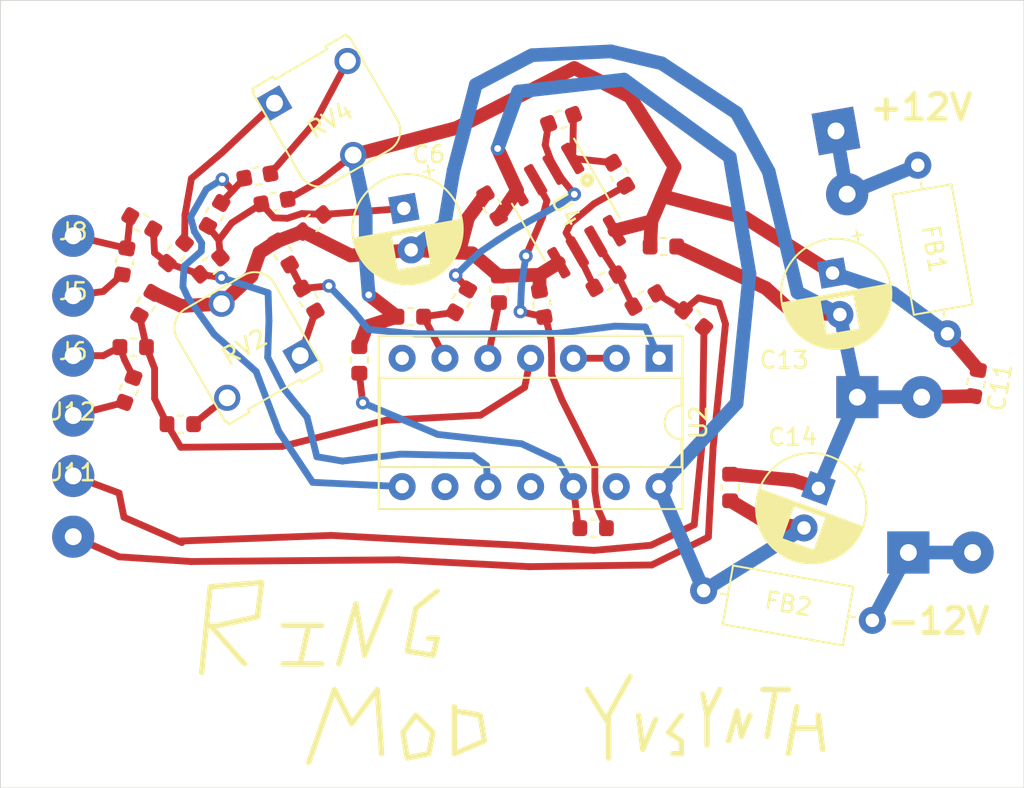
<source format=kicad_pcb>
(kicad_pcb (version 20171130) (host pcbnew "(5.1.2-1)-1")

  (general
    (thickness 1.6)
    (drawings 64)
    (tracks 236)
    (zones 0)
    (modules 49)
    (nets 30)
  )

  (page A4)
  (layers
    (0 F.Cu signal hide)
    (31 B.Cu signal hide)
    (32 B.Adhes user hide)
    (33 F.Adhes user hide)
    (34 B.Paste user hide)
    (35 F.Paste user hide)
    (36 B.SilkS user hide)
    (37 F.SilkS user)
    (38 B.Mask user)
    (39 F.Mask user hide)
    (40 Dwgs.User user)
    (41 Cmts.User user)
    (42 Eco1.User user)
    (43 Eco2.User user)
    (44 Edge.Cuts user)
    (45 Margin user)
    (46 B.CrtYd user)
    (47 F.CrtYd user)
    (48 B.Fab user)
    (49 F.Fab user)
  )

  (setup
    (last_trace_width 0.25)
    (user_trace_width 0.4064)
    (user_trace_width 0.8128)
    (trace_clearance 0.2)
    (zone_clearance 0.508)
    (zone_45_only no)
    (trace_min 0.2)
    (via_size 0.8)
    (via_drill 0.4)
    (via_min_size 0.4)
    (via_min_drill 0.3)
    (uvia_size 0.3)
    (uvia_drill 0.1)
    (uvias_allowed no)
    (uvia_min_size 0.2)
    (uvia_min_drill 0.1)
    (edge_width 0.05)
    (segment_width 0.2)
    (pcb_text_width 0.3)
    (pcb_text_size 1.5 1.5)
    (mod_edge_width 0.32)
    (mod_text_size 1 1)
    (mod_text_width 0.15)
    (pad_size 1.524 1.524)
    (pad_drill 0.762)
    (pad_to_mask_clearance 0.051)
    (solder_mask_min_width 0.25)
    (aux_axis_origin 0 0)
    (visible_elements FFFFFF7F)
    (pcbplotparams
      (layerselection 0x010fc_ffffffff)
      (usegerberextensions false)
      (usegerberattributes false)
      (usegerberadvancedattributes false)
      (creategerberjobfile false)
      (excludeedgelayer true)
      (linewidth 0.100000)
      (plotframeref false)
      (viasonmask false)
      (mode 1)
      (useauxorigin false)
      (hpglpennumber 1)
      (hpglpenspeed 20)
      (hpglpendiameter 15.000000)
      (psnegative false)
      (psa4output false)
      (plotreference true)
      (plotvalue true)
      (plotinvisibletext false)
      (padsonsilk false)
      (subtractmaskfromsilk false)
      (outputformat 1)
      (mirror false)
      (drillshape 0)
      (scaleselection 1)
      (outputdirectory "./"))
  )

  (net 0 "")
  (net 1 "Net-(C3-Pad1)")
  (net 2 "Net-(C3-Pad2)")
  (net 3 "Net-(C4-Pad2)")
  (net 4 "Net-(C4-Pad1)")
  (net 5 Earth)
  (net 6 "Net-(C6-Pad1)")
  (net 7 "Net-(C8-Pad2)")
  (net 8 "Net-(C8-Pad1)")
  (net 9 +12V)
  (net 10 -12V)
  (net 11 "Net-(R14-Pad1)")
  (net 12 "Net-(R14-Pad2)")
  (net 13 "Net-(R15-Pad1)")
  (net 14 "Net-(R19-Pad2)")
  (net 15 "Net-(R20-Pad2)")
  (net 16 "Net-(R20-Pad1)")
  (net 17 "Net-(R23-Pad2)")
  (net 18 "Net-(R27-Pad2)")
  (net 19 "Net-(R28-Pad1)")
  (net 20 "Net-(R30-Pad2)")
  (net 21 "Net-(R33-Pad1)")
  (net 22 "Net-(R34-Pad1)")
  (net 23 "Net-(R38-Pad1)")
  (net 24 "Net-(R40-Pad1)")
  (net 25 "Net-(R42-Pad1)")
  (net 26 "Net-(U2-Pad2)")
  (net 27 "Net-(FB1-Pad1)")
  (net 28 "Net-(FB2-Pad2)")
  (net 29 "Net-(R16-Pad2)")

  (net_class Default "This is the default net class."
    (clearance 0.2)
    (trace_width 0.25)
    (via_dia 0.8)
    (via_drill 0.4)
    (uvia_dia 0.3)
    (uvia_drill 0.1)
    (add_net +12V)
    (add_net -12V)
    (add_net Earth)
    (add_net "Net-(C3-Pad1)")
    (add_net "Net-(C3-Pad2)")
    (add_net "Net-(C4-Pad1)")
    (add_net "Net-(C4-Pad2)")
    (add_net "Net-(C6-Pad1)")
    (add_net "Net-(C8-Pad1)")
    (add_net "Net-(C8-Pad2)")
    (add_net "Net-(FB1-Pad1)")
    (add_net "Net-(FB2-Pad2)")
    (add_net "Net-(R14-Pad1)")
    (add_net "Net-(R14-Pad2)")
    (add_net "Net-(R15-Pad1)")
    (add_net "Net-(R16-Pad2)")
    (add_net "Net-(R19-Pad2)")
    (add_net "Net-(R20-Pad1)")
    (add_net "Net-(R20-Pad2)")
    (add_net "Net-(R23-Pad2)")
    (add_net "Net-(R27-Pad2)")
    (add_net "Net-(R28-Pad1)")
    (add_net "Net-(R30-Pad2)")
    (add_net "Net-(R33-Pad1)")
    (add_net "Net-(R34-Pad1)")
    (add_net "Net-(R38-Pad1)")
    (add_net "Net-(R40-Pad1)")
    (add_net "Net-(R42-Pad1)")
    (add_net "Net-(U2-Pad2)")
  )

  (module Resistor_SMD:R_0603_1608Metric (layer F.Cu) (tedit 5B301BBD) (tstamp 60ED606A)
    (at 24.892 24.892 240)
    (descr "Resistor SMD 0603 (1608 Metric), square (rectangular) end terminal, IPC_7351 nominal, (Body size source: http://www.tortai-tech.com/upload/download/2011102023233369053.pdf), generated with kicad-footprint-generator")
    (tags resistor)
    (path /6109EB54)
    (attr smd)
    (fp_text reference R15 (at 0 -1.43 60) (layer F.SilkS) hide
      (effects (font (size 1 1) (thickness 0.15)))
    )
    (fp_text value 2k7 (at 0 1.43 60) (layer F.Fab)
      (effects (font (size 1 1) (thickness 0.15)))
    )
    (fp_text user %R (at 0 0 60) (layer F.Fab)
      (effects (font (size 0.4 0.4) (thickness 0.06)))
    )
    (fp_line (start 1.48 0.73) (end -1.48 0.73) (layer F.CrtYd) (width 0.05))
    (fp_line (start 1.48 -0.73) (end 1.48 0.73) (layer F.CrtYd) (width 0.05))
    (fp_line (start -1.48 -0.73) (end 1.48 -0.73) (layer F.CrtYd) (width 0.05))
    (fp_line (start -1.48 0.73) (end -1.48 -0.73) (layer F.CrtYd) (width 0.05))
    (fp_line (start -0.162779 0.51) (end 0.162779 0.51) (layer F.SilkS) (width 0.12))
    (fp_line (start -0.162779 -0.51) (end 0.162779 -0.51) (layer F.SilkS) (width 0.12))
    (fp_line (start 0.8 0.4) (end -0.8 0.4) (layer F.Fab) (width 0.1))
    (fp_line (start 0.8 -0.4) (end 0.8 0.4) (layer F.Fab) (width 0.1))
    (fp_line (start -0.8 -0.4) (end 0.8 -0.4) (layer F.Fab) (width 0.1))
    (fp_line (start -0.8 0.4) (end -0.8 -0.4) (layer F.Fab) (width 0.1))
    (pad 2 smd roundrect (at 0.7875 0 240) (size 0.875 0.95) (layers F.Cu F.Paste F.Mask) (roundrect_rratio 0.25)
      (net 6 "Net-(C6-Pad1)"))
    (pad 1 smd roundrect (at -0.7875 0 240) (size 0.875 0.95) (layers F.Cu F.Paste F.Mask) (roundrect_rratio 0.25)
      (net 13 "Net-(R15-Pad1)"))
    (model ${KISYS3DMOD}/Resistor_SMD.3dshapes/R_0603_1608Metric.wrl
      (at (xyz 0 0 0))
      (scale (xyz 1 1 1))
      (rotate (xyz 0 0 0))
    )
  )

  (module MountingHole:MountingHole_3.5mm (layer F.Cu) (tedit 56D1B4CB) (tstamp 60EE151E)
    (at 16.9164 53.4924)
    (descr "Mounting Hole 3.5mm, no annular")
    (tags "mounting hole 3.5mm no annular")
    (attr virtual)
    (fp_text reference REF** (at 0 -4.5) (layer F.SilkS) hide
      (effects (font (size 1 1) (thickness 0.15)))
    )
    (fp_text value MountingHole_3.5mm (at 0 4.5) (layer F.Fab)
      (effects (font (size 1 1) (thickness 0.15)))
    )
    (fp_text user %R (at 0.3 0) (layer F.Fab)
      (effects (font (size 1 1) (thickness 0.15)))
    )
    (fp_circle (center 0 0) (end 3.5 0) (layer Cmts.User) (width 0.15))
    (fp_circle (center 0 0) (end 3.75 0) (layer F.CrtYd) (width 0.05))
    (pad 1 np_thru_hole circle (at 0 0) (size 3.5 3.5) (drill 3.5) (layers *.Cu *.Mask))
  )

  (module Package_SO:SOIC-8_3.9x4.9mm_P1.27mm (layer F.Cu) (tedit 5C97300E) (tstamp 60ED639D)
    (at 45.72 24.6634 300)
    (descr "SOIC, 8 Pin (JEDEC MS-012AA, https://www.analog.com/media/en/package-pcb-resources/package/pkg_pdf/soic_narrow-r/r_8.pdf), generated with kicad-footprint-generator ipc_gullwing_generator.py")
    (tags "SOIC SO")
    (path /60EC70CA)
    (attr smd)
    (fp_text reference U4 (at -0.021997 -0.0127 120) (layer F.SilkS)
      (effects (font (size 1 1) (thickness 0.15)))
    )
    (fp_text value TL072 (at 0 3.4 120) (layer F.Fab)
      (effects (font (size 1 1) (thickness 0.15)))
    )
    (fp_text user %R (at 0 0 120) (layer F.Fab)
      (effects (font (size 0.98 0.98) (thickness 0.15)))
    )
    (fp_line (start 3.7 -2.7) (end -3.7 -2.7) (layer F.CrtYd) (width 0.05))
    (fp_line (start 3.7 2.7) (end 3.7 -2.7) (layer F.CrtYd) (width 0.05))
    (fp_line (start -3.7 2.7) (end 3.7 2.7) (layer F.CrtYd) (width 0.05))
    (fp_line (start -3.7 -2.7) (end -3.7 2.7) (layer F.CrtYd) (width 0.05))
    (fp_line (start -1.95 -1.475) (end -0.975 -2.45) (layer F.Fab) (width 0.1))
    (fp_line (start -1.95 2.45) (end -1.95 -1.475) (layer F.Fab) (width 0.1))
    (fp_line (start 1.95 2.45) (end -1.95 2.45) (layer F.Fab) (width 0.1))
    (fp_line (start 1.95 -2.45) (end 1.95 2.45) (layer F.Fab) (width 0.1))
    (fp_line (start -0.975 -2.45) (end 1.95 -2.45) (layer F.Fab) (width 0.1))
    (fp_line (start 0 -2.56) (end -3.45 -2.56) (layer F.SilkS) (width 0.12))
    (fp_line (start 0 -2.56) (end 1.95 -2.56) (layer F.SilkS) (width 0.12))
    (fp_line (start 0 2.56) (end -1.95 2.56) (layer F.SilkS) (width 0.12))
    (fp_line (start 0 2.56) (end 1.95 2.56) (layer F.SilkS) (width 0.12))
    (pad 8 smd roundrect (at 2.475 -1.905 300) (size 1.95 0.6) (layers F.Cu F.Paste F.Mask) (roundrect_rratio 0.25)
      (net 9 +12V))
    (pad 7 smd roundrect (at 2.475 -0.635 300) (size 1.95 0.6) (layers F.Cu F.Paste F.Mask) (roundrect_rratio 0.25)
      (net 25 "Net-(R42-Pad1)"))
    (pad 6 smd roundrect (at 2.475 0.635 300) (size 1.95 0.6) (layers F.Cu F.Paste F.Mask) (roundrect_rratio 0.25)
      (net 24 "Net-(R40-Pad1)"))
    (pad 5 smd roundrect (at 2.475 1.905 300) (size 1.95 0.6) (layers F.Cu F.Paste F.Mask) (roundrect_rratio 0.25)
      (net 5 Earth))
    (pad 4 smd roundrect (at -2.475 1.905 300) (size 1.95 0.6) (layers F.Cu F.Paste F.Mask) (roundrect_rratio 0.25)
      (net 10 -12V))
    (pad 3 smd roundrect (at -2.475 0.635 300) (size 1.95 0.6) (layers F.Cu F.Paste F.Mask) (roundrect_rratio 0.25)
      (net 22 "Net-(R34-Pad1)"))
    (pad 2 smd roundrect (at -2.475 -0.635 300) (size 1.95 0.6) (layers F.Cu F.Paste F.Mask) (roundrect_rratio 0.25)
      (net 21 "Net-(R33-Pad1)"))
    (pad 1 smd roundrect (at -2.475 -1.905 300) (size 1.95 0.6) (layers F.Cu F.Paste F.Mask) (roundrect_rratio 0.25)
      (net 23 "Net-(R38-Pad1)"))
    (model ${KISYS3DMOD}/Package_SO.3dshapes/SOIC-8_3.9x4.9mm_P1.27mm.wrl
      (at (xyz 0 0 0))
      (scale (xyz 1 1 1))
      (rotate (xyz 0 0 0))
    )
  )

  (module MountingHole:MountingHole_3.5mm (layer F.Cu) (tedit 56D1B4CB) (tstamp 60ED7471)
    (at 16.764 16.51)
    (descr "Mounting Hole 3.5mm, no annular")
    (tags "mounting hole 3.5mm no annular")
    (attr virtual)
    (fp_text reference REF** (at 0 -4.5) (layer F.SilkS) hide
      (effects (font (size 1 1) (thickness 0.15)))
    )
    (fp_text value MountingHole_3.5mm (at 0 4.5) (layer F.Fab)
      (effects (font (size 1 1) (thickness 0.15)))
    )
    (fp_circle (center 0 0) (end 3.75 0) (layer F.CrtYd) (width 0.05))
    (fp_circle (center 0 0) (end 3.5 0) (layer Cmts.User) (width 0.15))
    (fp_text user %R (at 0.3 0) (layer F.Fab)
      (effects (font (size 1 1) (thickness 0.15)))
    )
    (pad 1 np_thru_hole circle (at 0 0) (size 3.5 3.5) (drill 3.5) (layers *.Cu *.Mask))
  )

  (module Capacitor_SMD:C_0603_1608Metric (layer F.Cu) (tedit 5B301BBE) (tstamp 60ED5BDD)
    (at 19.812 35.306 250)
    (descr "Capacitor SMD 0603 (1608 Metric), square (rectangular) end terminal, IPC_7351 nominal, (Body size source: http://www.tortai-tech.com/upload/download/2011102023233369053.pdf), generated with kicad-footprint-generator")
    (tags capacitor)
    (path /60FAF5A7)
    (attr smd)
    (fp_text reference C3 (at 0 -1.43 70) (layer F.SilkS) hide
      (effects (font (size 1 1) (thickness 0.15)))
    )
    (fp_text value 1u (at 0 1.43 70) (layer F.Fab)
      (effects (font (size 1 1) (thickness 0.15)))
    )
    (fp_line (start -0.8 0.4) (end -0.8 -0.4) (layer F.Fab) (width 0.1))
    (fp_line (start -0.8 -0.4) (end 0.8 -0.4) (layer F.Fab) (width 0.1))
    (fp_line (start 0.8 -0.4) (end 0.8 0.4) (layer F.Fab) (width 0.1))
    (fp_line (start 0.8 0.4) (end -0.8 0.4) (layer F.Fab) (width 0.1))
    (fp_line (start -0.162779 -0.51) (end 0.162779 -0.51) (layer F.SilkS) (width 0.12))
    (fp_line (start -0.162779 0.51) (end 0.162779 0.51) (layer F.SilkS) (width 0.12))
    (fp_line (start -1.48 0.73) (end -1.48 -0.73) (layer F.CrtYd) (width 0.05))
    (fp_line (start -1.48 -0.73) (end 1.48 -0.73) (layer F.CrtYd) (width 0.05))
    (fp_line (start 1.48 -0.73) (end 1.48 0.73) (layer F.CrtYd) (width 0.05))
    (fp_line (start 1.48 0.73) (end -1.48 0.73) (layer F.CrtYd) (width 0.05))
    (fp_text user %R (at 0 0 70) (layer F.Fab)
      (effects (font (size 0.4 0.4) (thickness 0.06)))
    )
    (pad 1 smd roundrect (at -0.7875 0 250) (size 0.875 0.95) (layers F.Cu F.Paste F.Mask) (roundrect_rratio 0.25)
      (net 1 "Net-(C3-Pad1)"))
    (pad 2 smd roundrect (at 0.7875 0 250) (size 0.875 0.95) (layers F.Cu F.Paste F.Mask) (roundrect_rratio 0.25)
      (net 2 "Net-(C3-Pad2)"))
    (model ${KISYS3DMOD}/Capacitor_SMD.3dshapes/C_0603_1608Metric.wrl
      (at (xyz 0 0 0))
      (scale (xyz 1 1 1))
      (rotate (xyz 0 0 0))
    )
  )

  (module Capacitor_SMD:C_0603_1608Metric (layer F.Cu) (tedit 5B301BBE) (tstamp 60ED5BEE)
    (at 19.558 27.686 260)
    (descr "Capacitor SMD 0603 (1608 Metric), square (rectangular) end terminal, IPC_7351 nominal, (Body size source: http://www.tortai-tech.com/upload/download/2011102023233369053.pdf), generated with kicad-footprint-generator")
    (tags capacitor)
    (path /60F817A2)
    (attr smd)
    (fp_text reference C4 (at 0 -1.43 80) (layer F.SilkS) hide
      (effects (font (size 1 1) (thickness 0.15)))
    )
    (fp_text value 1u (at 0 1.43 80) (layer F.Fab)
      (effects (font (size 1 1) (thickness 0.15)))
    )
    (fp_text user %R (at 0 0 80) (layer F.Fab)
      (effects (font (size 0.4 0.4) (thickness 0.06)))
    )
    (fp_line (start 1.48 0.73) (end -1.48 0.73) (layer F.CrtYd) (width 0.05))
    (fp_line (start 1.48 -0.73) (end 1.48 0.73) (layer F.CrtYd) (width 0.05))
    (fp_line (start -1.48 -0.73) (end 1.48 -0.73) (layer F.CrtYd) (width 0.05))
    (fp_line (start -1.48 0.73) (end -1.48 -0.73) (layer F.CrtYd) (width 0.05))
    (fp_line (start -0.162779 0.51) (end 0.162779 0.51) (layer F.SilkS) (width 0.12))
    (fp_line (start -0.162779 -0.51) (end 0.162779 -0.51) (layer F.SilkS) (width 0.12))
    (fp_line (start 0.8 0.4) (end -0.8 0.4) (layer F.Fab) (width 0.1))
    (fp_line (start 0.8 -0.4) (end 0.8 0.4) (layer F.Fab) (width 0.1))
    (fp_line (start -0.8 -0.4) (end 0.8 -0.4) (layer F.Fab) (width 0.1))
    (fp_line (start -0.8 0.4) (end -0.8 -0.4) (layer F.Fab) (width 0.1))
    (pad 2 smd roundrect (at 0.7875 0 260) (size 0.875 0.95) (layers F.Cu F.Paste F.Mask) (roundrect_rratio 0.25)
      (net 3 "Net-(C4-Pad2)"))
    (pad 1 smd roundrect (at -0.7875 0 260) (size 0.875 0.95) (layers F.Cu F.Paste F.Mask) (roundrect_rratio 0.25)
      (net 4 "Net-(C4-Pad1)"))
    (model ${KISYS3DMOD}/Capacitor_SMD.3dshapes/C_0603_1608Metric.wrl
      (at (xyz 0 0 0))
      (scale (xyz 1 1 1))
      (rotate (xyz 0 0 0))
    )
  )

  (module Capacitor_THT:CP_Radial_D6.3mm_P2.50mm (layer F.Cu) (tedit 5AE50EF0) (tstamp 60ED5D16)
    (at 36.1188 24.5364 280)
    (descr "CP, Radial series, Radial, pin pitch=2.50mm, , diameter=6.3mm, Electrolytic Capacitor")
    (tags "CP Radial series Radial pin pitch 2.50mm  diameter 6.3mm Electrolytic Capacitor")
    (path /60EEA949)
    (fp_text reference C6 (at -2.89596 -2.006562 180) (layer F.SilkS)
      (effects (font (size 1 1) (thickness 0.15)))
    )
    (fp_text value 100u (at 1.25 4.4 100) (layer F.Fab)
      (effects (font (size 1 1) (thickness 0.15)))
    )
    (fp_text user %R (at 1.25 0 100) (layer F.Fab)
      (effects (font (size 1 1) (thickness 0.15)))
    )
    (fp_line (start -1.935241 -2.154) (end -1.935241 -1.524) (layer F.SilkS) (width 0.12))
    (fp_line (start -2.250241 -1.839) (end -1.620241 -1.839) (layer F.SilkS) (width 0.12))
    (fp_line (start 4.491 -0.402) (end 4.491 0.402) (layer F.SilkS) (width 0.12))
    (fp_line (start 4.451 -0.633) (end 4.451 0.633) (layer F.SilkS) (width 0.12))
    (fp_line (start 4.411 -0.802) (end 4.411 0.802) (layer F.SilkS) (width 0.12))
    (fp_line (start 4.371 -0.94) (end 4.371 0.94) (layer F.SilkS) (width 0.12))
    (fp_line (start 4.331 -1.059) (end 4.331 1.059) (layer F.SilkS) (width 0.12))
    (fp_line (start 4.291 -1.165) (end 4.291 1.165) (layer F.SilkS) (width 0.12))
    (fp_line (start 4.251 -1.262) (end 4.251 1.262) (layer F.SilkS) (width 0.12))
    (fp_line (start 4.211 -1.35) (end 4.211 1.35) (layer F.SilkS) (width 0.12))
    (fp_line (start 4.171 -1.432) (end 4.171 1.432) (layer F.SilkS) (width 0.12))
    (fp_line (start 4.131 -1.509) (end 4.131 1.509) (layer F.SilkS) (width 0.12))
    (fp_line (start 4.091 -1.581) (end 4.091 1.581) (layer F.SilkS) (width 0.12))
    (fp_line (start 4.051 -1.65) (end 4.051 1.65) (layer F.SilkS) (width 0.12))
    (fp_line (start 4.011 -1.714) (end 4.011 1.714) (layer F.SilkS) (width 0.12))
    (fp_line (start 3.971 -1.776) (end 3.971 1.776) (layer F.SilkS) (width 0.12))
    (fp_line (start 3.931 -1.834) (end 3.931 1.834) (layer F.SilkS) (width 0.12))
    (fp_line (start 3.891 -1.89) (end 3.891 1.89) (layer F.SilkS) (width 0.12))
    (fp_line (start 3.851 -1.944) (end 3.851 1.944) (layer F.SilkS) (width 0.12))
    (fp_line (start 3.811 -1.995) (end 3.811 1.995) (layer F.SilkS) (width 0.12))
    (fp_line (start 3.771 -2.044) (end 3.771 2.044) (layer F.SilkS) (width 0.12))
    (fp_line (start 3.731 -2.092) (end 3.731 2.092) (layer F.SilkS) (width 0.12))
    (fp_line (start 3.691 -2.137) (end 3.691 2.137) (layer F.SilkS) (width 0.12))
    (fp_line (start 3.651 -2.182) (end 3.651 2.182) (layer F.SilkS) (width 0.12))
    (fp_line (start 3.611 -2.224) (end 3.611 2.224) (layer F.SilkS) (width 0.12))
    (fp_line (start 3.571 -2.265) (end 3.571 2.265) (layer F.SilkS) (width 0.12))
    (fp_line (start 3.531 1.04) (end 3.531 2.305) (layer F.SilkS) (width 0.12))
    (fp_line (start 3.531 -2.305) (end 3.531 -1.04) (layer F.SilkS) (width 0.12))
    (fp_line (start 3.491 1.04) (end 3.491 2.343) (layer F.SilkS) (width 0.12))
    (fp_line (start 3.491 -2.343) (end 3.491 -1.04) (layer F.SilkS) (width 0.12))
    (fp_line (start 3.451 1.04) (end 3.451 2.38) (layer F.SilkS) (width 0.12))
    (fp_line (start 3.451 -2.38) (end 3.451 -1.04) (layer F.SilkS) (width 0.12))
    (fp_line (start 3.411 1.04) (end 3.411 2.416) (layer F.SilkS) (width 0.12))
    (fp_line (start 3.411 -2.416) (end 3.411 -1.04) (layer F.SilkS) (width 0.12))
    (fp_line (start 3.371 1.04) (end 3.371 2.45) (layer F.SilkS) (width 0.12))
    (fp_line (start 3.371 -2.45) (end 3.371 -1.04) (layer F.SilkS) (width 0.12))
    (fp_line (start 3.331 1.04) (end 3.331 2.484) (layer F.SilkS) (width 0.12))
    (fp_line (start 3.331 -2.484) (end 3.331 -1.04) (layer F.SilkS) (width 0.12))
    (fp_line (start 3.291 1.04) (end 3.291 2.516) (layer F.SilkS) (width 0.12))
    (fp_line (start 3.291 -2.516) (end 3.291 -1.04) (layer F.SilkS) (width 0.12))
    (fp_line (start 3.251 1.04) (end 3.251 2.548) (layer F.SilkS) (width 0.12))
    (fp_line (start 3.251 -2.548) (end 3.251 -1.04) (layer F.SilkS) (width 0.12))
    (fp_line (start 3.211 1.04) (end 3.211 2.578) (layer F.SilkS) (width 0.12))
    (fp_line (start 3.211 -2.578) (end 3.211 -1.04) (layer F.SilkS) (width 0.12))
    (fp_line (start 3.171 1.04) (end 3.171 2.607) (layer F.SilkS) (width 0.12))
    (fp_line (start 3.171 -2.607) (end 3.171 -1.04) (layer F.SilkS) (width 0.12))
    (fp_line (start 3.131 1.04) (end 3.131 2.636) (layer F.SilkS) (width 0.12))
    (fp_line (start 3.131 -2.636) (end 3.131 -1.04) (layer F.SilkS) (width 0.12))
    (fp_line (start 3.091 1.04) (end 3.091 2.664) (layer F.SilkS) (width 0.12))
    (fp_line (start 3.091 -2.664) (end 3.091 -1.04) (layer F.SilkS) (width 0.12))
    (fp_line (start 3.051 1.04) (end 3.051 2.69) (layer F.SilkS) (width 0.12))
    (fp_line (start 3.051 -2.69) (end 3.051 -1.04) (layer F.SilkS) (width 0.12))
    (fp_line (start 3.011 1.04) (end 3.011 2.716) (layer F.SilkS) (width 0.12))
    (fp_line (start 3.011 -2.716) (end 3.011 -1.04) (layer F.SilkS) (width 0.12))
    (fp_line (start 2.971 1.04) (end 2.971 2.742) (layer F.SilkS) (width 0.12))
    (fp_line (start 2.971 -2.742) (end 2.971 -1.04) (layer F.SilkS) (width 0.12))
    (fp_line (start 2.931 1.04) (end 2.931 2.766) (layer F.SilkS) (width 0.12))
    (fp_line (start 2.931 -2.766) (end 2.931 -1.04) (layer F.SilkS) (width 0.12))
    (fp_line (start 2.891 1.04) (end 2.891 2.79) (layer F.SilkS) (width 0.12))
    (fp_line (start 2.891 -2.79) (end 2.891 -1.04) (layer F.SilkS) (width 0.12))
    (fp_line (start 2.851 1.04) (end 2.851 2.812) (layer F.SilkS) (width 0.12))
    (fp_line (start 2.851 -2.812) (end 2.851 -1.04) (layer F.SilkS) (width 0.12))
    (fp_line (start 2.811 1.04) (end 2.811 2.834) (layer F.SilkS) (width 0.12))
    (fp_line (start 2.811 -2.834) (end 2.811 -1.04) (layer F.SilkS) (width 0.12))
    (fp_line (start 2.771 1.04) (end 2.771 2.856) (layer F.SilkS) (width 0.12))
    (fp_line (start 2.771 -2.856) (end 2.771 -1.04) (layer F.SilkS) (width 0.12))
    (fp_line (start 2.731 1.04) (end 2.731 2.876) (layer F.SilkS) (width 0.12))
    (fp_line (start 2.731 -2.876) (end 2.731 -1.04) (layer F.SilkS) (width 0.12))
    (fp_line (start 2.691 1.04) (end 2.691 2.896) (layer F.SilkS) (width 0.12))
    (fp_line (start 2.691 -2.896) (end 2.691 -1.04) (layer F.SilkS) (width 0.12))
    (fp_line (start 2.651 1.04) (end 2.651 2.916) (layer F.SilkS) (width 0.12))
    (fp_line (start 2.651 -2.916) (end 2.651 -1.04) (layer F.SilkS) (width 0.12))
    (fp_line (start 2.611 1.04) (end 2.611 2.934) (layer F.SilkS) (width 0.12))
    (fp_line (start 2.611 -2.934) (end 2.611 -1.04) (layer F.SilkS) (width 0.12))
    (fp_line (start 2.571 1.04) (end 2.571 2.952) (layer F.SilkS) (width 0.12))
    (fp_line (start 2.571 -2.952) (end 2.571 -1.04) (layer F.SilkS) (width 0.12))
    (fp_line (start 2.531 1.04) (end 2.531 2.97) (layer F.SilkS) (width 0.12))
    (fp_line (start 2.531 -2.97) (end 2.531 -1.04) (layer F.SilkS) (width 0.12))
    (fp_line (start 2.491 1.04) (end 2.491 2.986) (layer F.SilkS) (width 0.12))
    (fp_line (start 2.491 -2.986) (end 2.491 -1.04) (layer F.SilkS) (width 0.12))
    (fp_line (start 2.451 1.04) (end 2.451 3.002) (layer F.SilkS) (width 0.12))
    (fp_line (start 2.451 -3.002) (end 2.451 -1.04) (layer F.SilkS) (width 0.12))
    (fp_line (start 2.411 1.04) (end 2.411 3.018) (layer F.SilkS) (width 0.12))
    (fp_line (start 2.411 -3.018) (end 2.411 -1.04) (layer F.SilkS) (width 0.12))
    (fp_line (start 2.371 1.04) (end 2.371 3.033) (layer F.SilkS) (width 0.12))
    (fp_line (start 2.371 -3.033) (end 2.371 -1.04) (layer F.SilkS) (width 0.12))
    (fp_line (start 2.331 1.04) (end 2.331 3.047) (layer F.SilkS) (width 0.12))
    (fp_line (start 2.331 -3.047) (end 2.331 -1.04) (layer F.SilkS) (width 0.12))
    (fp_line (start 2.291 1.04) (end 2.291 3.061) (layer F.SilkS) (width 0.12))
    (fp_line (start 2.291 -3.061) (end 2.291 -1.04) (layer F.SilkS) (width 0.12))
    (fp_line (start 2.251 1.04) (end 2.251 3.074) (layer F.SilkS) (width 0.12))
    (fp_line (start 2.251 -3.074) (end 2.251 -1.04) (layer F.SilkS) (width 0.12))
    (fp_line (start 2.211 1.04) (end 2.211 3.086) (layer F.SilkS) (width 0.12))
    (fp_line (start 2.211 -3.086) (end 2.211 -1.04) (layer F.SilkS) (width 0.12))
    (fp_line (start 2.171 1.04) (end 2.171 3.098) (layer F.SilkS) (width 0.12))
    (fp_line (start 2.171 -3.098) (end 2.171 -1.04) (layer F.SilkS) (width 0.12))
    (fp_line (start 2.131 1.04) (end 2.131 3.11) (layer F.SilkS) (width 0.12))
    (fp_line (start 2.131 -3.11) (end 2.131 -1.04) (layer F.SilkS) (width 0.12))
    (fp_line (start 2.091 1.04) (end 2.091 3.121) (layer F.SilkS) (width 0.12))
    (fp_line (start 2.091 -3.121) (end 2.091 -1.04) (layer F.SilkS) (width 0.12))
    (fp_line (start 2.051 1.04) (end 2.051 3.131) (layer F.SilkS) (width 0.12))
    (fp_line (start 2.051 -3.131) (end 2.051 -1.04) (layer F.SilkS) (width 0.12))
    (fp_line (start 2.011 1.04) (end 2.011 3.141) (layer F.SilkS) (width 0.12))
    (fp_line (start 2.011 -3.141) (end 2.011 -1.04) (layer F.SilkS) (width 0.12))
    (fp_line (start 1.971 1.04) (end 1.971 3.15) (layer F.SilkS) (width 0.12))
    (fp_line (start 1.971 -3.15) (end 1.971 -1.04) (layer F.SilkS) (width 0.12))
    (fp_line (start 1.93 1.04) (end 1.93 3.159) (layer F.SilkS) (width 0.12))
    (fp_line (start 1.93 -3.159) (end 1.93 -1.04) (layer F.SilkS) (width 0.12))
    (fp_line (start 1.89 1.04) (end 1.89 3.167) (layer F.SilkS) (width 0.12))
    (fp_line (start 1.89 -3.167) (end 1.89 -1.04) (layer F.SilkS) (width 0.12))
    (fp_line (start 1.85 1.04) (end 1.85 3.175) (layer F.SilkS) (width 0.12))
    (fp_line (start 1.85 -3.175) (end 1.85 -1.04) (layer F.SilkS) (width 0.12))
    (fp_line (start 1.81 1.04) (end 1.81 3.182) (layer F.SilkS) (width 0.12))
    (fp_line (start 1.81 -3.182) (end 1.81 -1.04) (layer F.SilkS) (width 0.12))
    (fp_line (start 1.77 1.04) (end 1.77 3.189) (layer F.SilkS) (width 0.12))
    (fp_line (start 1.77 -3.189) (end 1.77 -1.04) (layer F.SilkS) (width 0.12))
    (fp_line (start 1.73 1.04) (end 1.73 3.195) (layer F.SilkS) (width 0.12))
    (fp_line (start 1.73 -3.195) (end 1.73 -1.04) (layer F.SilkS) (width 0.12))
    (fp_line (start 1.69 1.04) (end 1.69 3.201) (layer F.SilkS) (width 0.12))
    (fp_line (start 1.69 -3.201) (end 1.69 -1.04) (layer F.SilkS) (width 0.12))
    (fp_line (start 1.65 1.04) (end 1.65 3.206) (layer F.SilkS) (width 0.12))
    (fp_line (start 1.65 -3.206) (end 1.65 -1.04) (layer F.SilkS) (width 0.12))
    (fp_line (start 1.61 1.04) (end 1.61 3.211) (layer F.SilkS) (width 0.12))
    (fp_line (start 1.61 -3.211) (end 1.61 -1.04) (layer F.SilkS) (width 0.12))
    (fp_line (start 1.57 1.04) (end 1.57 3.215) (layer F.SilkS) (width 0.12))
    (fp_line (start 1.57 -3.215) (end 1.57 -1.04) (layer F.SilkS) (width 0.12))
    (fp_line (start 1.53 1.04) (end 1.53 3.218) (layer F.SilkS) (width 0.12))
    (fp_line (start 1.53 -3.218) (end 1.53 -1.04) (layer F.SilkS) (width 0.12))
    (fp_line (start 1.49 1.04) (end 1.49 3.222) (layer F.SilkS) (width 0.12))
    (fp_line (start 1.49 -3.222) (end 1.49 -1.04) (layer F.SilkS) (width 0.12))
    (fp_line (start 1.45 -3.224) (end 1.45 3.224) (layer F.SilkS) (width 0.12))
    (fp_line (start 1.41 -3.227) (end 1.41 3.227) (layer F.SilkS) (width 0.12))
    (fp_line (start 1.37 -3.228) (end 1.37 3.228) (layer F.SilkS) (width 0.12))
    (fp_line (start 1.33 -3.23) (end 1.33 3.23) (layer F.SilkS) (width 0.12))
    (fp_line (start 1.29 -3.23) (end 1.29 3.23) (layer F.SilkS) (width 0.12))
    (fp_line (start 1.25 -3.23) (end 1.25 3.23) (layer F.SilkS) (width 0.12))
    (fp_line (start -1.128972 -1.6885) (end -1.128972 -1.0585) (layer F.Fab) (width 0.1))
    (fp_line (start -1.443972 -1.3735) (end -0.813972 -1.3735) (layer F.Fab) (width 0.1))
    (fp_circle (center 1.25 0) (end 4.65 0) (layer F.CrtYd) (width 0.05))
    (fp_circle (center 1.25 0) (end 4.52 0) (layer F.SilkS) (width 0.12))
    (fp_circle (center 1.25 0) (end 4.4 0) (layer F.Fab) (width 0.1))
    (pad 2 thru_hole circle (at 2.5 0 280) (size 1.6 1.6) (drill 0.8) (layers *.Cu *.Mask)
      (net 5 Earth))
    (pad 1 thru_hole rect (at 0 0 280) (size 1.6 1.6) (drill 0.8) (layers *.Cu *.Mask)
      (net 6 "Net-(C6-Pad1)"))
    (model ${KISYS3DMOD}/Capacitor_THT.3dshapes/CP_Radial_D6.3mm_P2.50mm.wrl
      (at (xyz 0 0 0))
      (scale (xyz 1 1 1))
      (rotate (xyz 0 0 0))
    )
  )

  (module Capacitor_SMD:C_0603_1608Metric (layer F.Cu) (tedit 5B301BBE) (tstamp 60ED5D38)
    (at 53.3146 31.0896 140)
    (descr "Capacitor SMD 0603 (1608 Metric), square (rectangular) end terminal, IPC_7351 nominal, (Body size source: http://www.tortai-tech.com/upload/download/2011102023233369053.pdf), generated with kicad-footprint-generator")
    (tags capacitor)
    (path /610AA3DD)
    (attr smd)
    (fp_text reference C8 (at -0.000001 -1.43 140) (layer F.SilkS) hide
      (effects (font (size 1 1) (thickness 0.15)))
    )
    (fp_text value 1u (at 0 1.43 140) (layer F.Fab)
      (effects (font (size 1 1) (thickness 0.15)))
    )
    (fp_line (start -0.8 0.4) (end -0.8 -0.4) (layer F.Fab) (width 0.1))
    (fp_line (start -0.8 -0.4) (end 0.8 -0.4) (layer F.Fab) (width 0.1))
    (fp_line (start 0.8 -0.4) (end 0.8 0.4) (layer F.Fab) (width 0.1))
    (fp_line (start 0.8 0.4) (end -0.8 0.4) (layer F.Fab) (width 0.1))
    (fp_line (start -0.162779 -0.51) (end 0.162779 -0.51) (layer F.SilkS) (width 0.12))
    (fp_line (start -0.162779 0.51) (end 0.162779 0.51) (layer F.SilkS) (width 0.12))
    (fp_line (start -1.48 0.73) (end -1.48 -0.73) (layer F.CrtYd) (width 0.05))
    (fp_line (start -1.48 -0.73) (end 1.48 -0.73) (layer F.CrtYd) (width 0.05))
    (fp_line (start 1.48 -0.73) (end 1.48 0.73) (layer F.CrtYd) (width 0.05))
    (fp_line (start 1.48 0.73) (end -1.48 0.73) (layer F.CrtYd) (width 0.05))
    (fp_text user %R (at 0 0 140) (layer F.Fab)
      (effects (font (size 0.4 0.4) (thickness 0.06)))
    )
    (pad 1 smd roundrect (at -0.7875 0 140) (size 0.875 0.95) (layers F.Cu F.Paste F.Mask) (roundrect_rratio 0.25)
      (net 8 "Net-(C8-Pad1)"))
    (pad 2 smd roundrect (at 0.7875 0 140) (size 0.875 0.95) (layers F.Cu F.Paste F.Mask) (roundrect_rratio 0.25)
      (net 7 "Net-(C8-Pad2)"))
    (model ${KISYS3DMOD}/Capacitor_SMD.3dshapes/C_0603_1608Metric.wrl
      (at (xyz 0 0 0))
      (scale (xyz 1 1 1))
      (rotate (xyz 0 0 0))
    )
  )

  (module Capacitor_THT:CP_Radial_D6.3mm_P2.50mm (layer F.Cu) (tedit 5AE50EF0) (tstamp 60ED5E10)
    (at 61.5442 28.3718 280)
    (descr "CP, Radial series, Radial, pin pitch=2.50mm, , diameter=6.3mm, Electrolytic Capacitor")
    (tags "CP Radial series Radial pin pitch 2.50mm  diameter 6.3mm Electrolytic Capacitor")
    (path /60F54167)
    (fp_text reference C13 (at 4.579461 3.72196 180) (layer F.SilkS)
      (effects (font (size 1 1) (thickness 0.15)))
    )
    (fp_text value 22u (at 1.25 4.4 100) (layer F.Fab)
      (effects (font (size 1 1) (thickness 0.15)))
    )
    (fp_text user %R (at 1.25 0 100) (layer F.Fab)
      (effects (font (size 1 1) (thickness 0.15)))
    )
    (fp_line (start -1.935241 -2.154) (end -1.935241 -1.524) (layer F.SilkS) (width 0.12))
    (fp_line (start -2.250241 -1.839) (end -1.620241 -1.839) (layer F.SilkS) (width 0.12))
    (fp_line (start 4.491 -0.402) (end 4.491 0.402) (layer F.SilkS) (width 0.12))
    (fp_line (start 4.451 -0.633) (end 4.451 0.633) (layer F.SilkS) (width 0.12))
    (fp_line (start 4.411 -0.802) (end 4.411 0.802) (layer F.SilkS) (width 0.12))
    (fp_line (start 4.371 -0.94) (end 4.371 0.94) (layer F.SilkS) (width 0.12))
    (fp_line (start 4.331 -1.059) (end 4.331 1.059) (layer F.SilkS) (width 0.12))
    (fp_line (start 4.291 -1.165) (end 4.291 1.165) (layer F.SilkS) (width 0.12))
    (fp_line (start 4.251 -1.262) (end 4.251 1.262) (layer F.SilkS) (width 0.12))
    (fp_line (start 4.211 -1.35) (end 4.211 1.35) (layer F.SilkS) (width 0.12))
    (fp_line (start 4.171 -1.432) (end 4.171 1.432) (layer F.SilkS) (width 0.12))
    (fp_line (start 4.131 -1.509) (end 4.131 1.509) (layer F.SilkS) (width 0.12))
    (fp_line (start 4.091 -1.581) (end 4.091 1.581) (layer F.SilkS) (width 0.12))
    (fp_line (start 4.051 -1.65) (end 4.051 1.65) (layer F.SilkS) (width 0.12))
    (fp_line (start 4.011 -1.714) (end 4.011 1.714) (layer F.SilkS) (width 0.12))
    (fp_line (start 3.971 -1.776) (end 3.971 1.776) (layer F.SilkS) (width 0.12))
    (fp_line (start 3.931 -1.834) (end 3.931 1.834) (layer F.SilkS) (width 0.12))
    (fp_line (start 3.891 -1.89) (end 3.891 1.89) (layer F.SilkS) (width 0.12))
    (fp_line (start 3.851 -1.944) (end 3.851 1.944) (layer F.SilkS) (width 0.12))
    (fp_line (start 3.811 -1.995) (end 3.811 1.995) (layer F.SilkS) (width 0.12))
    (fp_line (start 3.771 -2.044) (end 3.771 2.044) (layer F.SilkS) (width 0.12))
    (fp_line (start 3.731 -2.092) (end 3.731 2.092) (layer F.SilkS) (width 0.12))
    (fp_line (start 3.691 -2.137) (end 3.691 2.137) (layer F.SilkS) (width 0.12))
    (fp_line (start 3.651 -2.182) (end 3.651 2.182) (layer F.SilkS) (width 0.12))
    (fp_line (start 3.611 -2.224) (end 3.611 2.224) (layer F.SilkS) (width 0.12))
    (fp_line (start 3.571 -2.265) (end 3.571 2.265) (layer F.SilkS) (width 0.12))
    (fp_line (start 3.531 1.04) (end 3.531 2.305) (layer F.SilkS) (width 0.12))
    (fp_line (start 3.531 -2.305) (end 3.531 -1.04) (layer F.SilkS) (width 0.12))
    (fp_line (start 3.491 1.04) (end 3.491 2.343) (layer F.SilkS) (width 0.12))
    (fp_line (start 3.491 -2.343) (end 3.491 -1.04) (layer F.SilkS) (width 0.12))
    (fp_line (start 3.451 1.04) (end 3.451 2.38) (layer F.SilkS) (width 0.12))
    (fp_line (start 3.451 -2.38) (end 3.451 -1.04) (layer F.SilkS) (width 0.12))
    (fp_line (start 3.411 1.04) (end 3.411 2.416) (layer F.SilkS) (width 0.12))
    (fp_line (start 3.411 -2.416) (end 3.411 -1.04) (layer F.SilkS) (width 0.12))
    (fp_line (start 3.371 1.04) (end 3.371 2.45) (layer F.SilkS) (width 0.12))
    (fp_line (start 3.371 -2.45) (end 3.371 -1.04) (layer F.SilkS) (width 0.12))
    (fp_line (start 3.331 1.04) (end 3.331 2.484) (layer F.SilkS) (width 0.12))
    (fp_line (start 3.331 -2.484) (end 3.331 -1.04) (layer F.SilkS) (width 0.12))
    (fp_line (start 3.291 1.04) (end 3.291 2.516) (layer F.SilkS) (width 0.12))
    (fp_line (start 3.291 -2.516) (end 3.291 -1.04) (layer F.SilkS) (width 0.12))
    (fp_line (start 3.251 1.04) (end 3.251 2.548) (layer F.SilkS) (width 0.12))
    (fp_line (start 3.251 -2.548) (end 3.251 -1.04) (layer F.SilkS) (width 0.12))
    (fp_line (start 3.211 1.04) (end 3.211 2.578) (layer F.SilkS) (width 0.12))
    (fp_line (start 3.211 -2.578) (end 3.211 -1.04) (layer F.SilkS) (width 0.12))
    (fp_line (start 3.171 1.04) (end 3.171 2.607) (layer F.SilkS) (width 0.12))
    (fp_line (start 3.171 -2.607) (end 3.171 -1.04) (layer F.SilkS) (width 0.12))
    (fp_line (start 3.131 1.04) (end 3.131 2.636) (layer F.SilkS) (width 0.12))
    (fp_line (start 3.131 -2.636) (end 3.131 -1.04) (layer F.SilkS) (width 0.12))
    (fp_line (start 3.091 1.04) (end 3.091 2.664) (layer F.SilkS) (width 0.12))
    (fp_line (start 3.091 -2.664) (end 3.091 -1.04) (layer F.SilkS) (width 0.12))
    (fp_line (start 3.051 1.04) (end 3.051 2.69) (layer F.SilkS) (width 0.12))
    (fp_line (start 3.051 -2.69) (end 3.051 -1.04) (layer F.SilkS) (width 0.12))
    (fp_line (start 3.011 1.04) (end 3.011 2.716) (layer F.SilkS) (width 0.12))
    (fp_line (start 3.011 -2.716) (end 3.011 -1.04) (layer F.SilkS) (width 0.12))
    (fp_line (start 2.971 1.04) (end 2.971 2.742) (layer F.SilkS) (width 0.12))
    (fp_line (start 2.971 -2.742) (end 2.971 -1.04) (layer F.SilkS) (width 0.12))
    (fp_line (start 2.931 1.04) (end 2.931 2.766) (layer F.SilkS) (width 0.12))
    (fp_line (start 2.931 -2.766) (end 2.931 -1.04) (layer F.SilkS) (width 0.12))
    (fp_line (start 2.891 1.04) (end 2.891 2.79) (layer F.SilkS) (width 0.12))
    (fp_line (start 2.891 -2.79) (end 2.891 -1.04) (layer F.SilkS) (width 0.12))
    (fp_line (start 2.851 1.04) (end 2.851 2.812) (layer F.SilkS) (width 0.12))
    (fp_line (start 2.851 -2.812) (end 2.851 -1.04) (layer F.SilkS) (width 0.12))
    (fp_line (start 2.811 1.04) (end 2.811 2.834) (layer F.SilkS) (width 0.12))
    (fp_line (start 2.811 -2.834) (end 2.811 -1.04) (layer F.SilkS) (width 0.12))
    (fp_line (start 2.771 1.04) (end 2.771 2.856) (layer F.SilkS) (width 0.12))
    (fp_line (start 2.771 -2.856) (end 2.771 -1.04) (layer F.SilkS) (width 0.12))
    (fp_line (start 2.731 1.04) (end 2.731 2.876) (layer F.SilkS) (width 0.12))
    (fp_line (start 2.731 -2.876) (end 2.731 -1.04) (layer F.SilkS) (width 0.12))
    (fp_line (start 2.691 1.04) (end 2.691 2.896) (layer F.SilkS) (width 0.12))
    (fp_line (start 2.691 -2.896) (end 2.691 -1.04) (layer F.SilkS) (width 0.12))
    (fp_line (start 2.651 1.04) (end 2.651 2.916) (layer F.SilkS) (width 0.12))
    (fp_line (start 2.651 -2.916) (end 2.651 -1.04) (layer F.SilkS) (width 0.12))
    (fp_line (start 2.611 1.04) (end 2.611 2.934) (layer F.SilkS) (width 0.12))
    (fp_line (start 2.611 -2.934) (end 2.611 -1.04) (layer F.SilkS) (width 0.12))
    (fp_line (start 2.571 1.04) (end 2.571 2.952) (layer F.SilkS) (width 0.12))
    (fp_line (start 2.571 -2.952) (end 2.571 -1.04) (layer F.SilkS) (width 0.12))
    (fp_line (start 2.531 1.04) (end 2.531 2.97) (layer F.SilkS) (width 0.12))
    (fp_line (start 2.531 -2.97) (end 2.531 -1.04) (layer F.SilkS) (width 0.12))
    (fp_line (start 2.491 1.04) (end 2.491 2.986) (layer F.SilkS) (width 0.12))
    (fp_line (start 2.491 -2.986) (end 2.491 -1.04) (layer F.SilkS) (width 0.12))
    (fp_line (start 2.451 1.04) (end 2.451 3.002) (layer F.SilkS) (width 0.12))
    (fp_line (start 2.451 -3.002) (end 2.451 -1.04) (layer F.SilkS) (width 0.12))
    (fp_line (start 2.411 1.04) (end 2.411 3.018) (layer F.SilkS) (width 0.12))
    (fp_line (start 2.411 -3.018) (end 2.411 -1.04) (layer F.SilkS) (width 0.12))
    (fp_line (start 2.371 1.04) (end 2.371 3.033) (layer F.SilkS) (width 0.12))
    (fp_line (start 2.371 -3.033) (end 2.371 -1.04) (layer F.SilkS) (width 0.12))
    (fp_line (start 2.331 1.04) (end 2.331 3.047) (layer F.SilkS) (width 0.12))
    (fp_line (start 2.331 -3.047) (end 2.331 -1.04) (layer F.SilkS) (width 0.12))
    (fp_line (start 2.291 1.04) (end 2.291 3.061) (layer F.SilkS) (width 0.12))
    (fp_line (start 2.291 -3.061) (end 2.291 -1.04) (layer F.SilkS) (width 0.12))
    (fp_line (start 2.251 1.04) (end 2.251 3.074) (layer F.SilkS) (width 0.12))
    (fp_line (start 2.251 -3.074) (end 2.251 -1.04) (layer F.SilkS) (width 0.12))
    (fp_line (start 2.211 1.04) (end 2.211 3.086) (layer F.SilkS) (width 0.12))
    (fp_line (start 2.211 -3.086) (end 2.211 -1.04) (layer F.SilkS) (width 0.12))
    (fp_line (start 2.171 1.04) (end 2.171 3.098) (layer F.SilkS) (width 0.12))
    (fp_line (start 2.171 -3.098) (end 2.171 -1.04) (layer F.SilkS) (width 0.12))
    (fp_line (start 2.131 1.04) (end 2.131 3.11) (layer F.SilkS) (width 0.12))
    (fp_line (start 2.131 -3.11) (end 2.131 -1.04) (layer F.SilkS) (width 0.12))
    (fp_line (start 2.091 1.04) (end 2.091 3.121) (layer F.SilkS) (width 0.12))
    (fp_line (start 2.091 -3.121) (end 2.091 -1.04) (layer F.SilkS) (width 0.12))
    (fp_line (start 2.051 1.04) (end 2.051 3.131) (layer F.SilkS) (width 0.12))
    (fp_line (start 2.051 -3.131) (end 2.051 -1.04) (layer F.SilkS) (width 0.12))
    (fp_line (start 2.011 1.04) (end 2.011 3.141) (layer F.SilkS) (width 0.12))
    (fp_line (start 2.011 -3.141) (end 2.011 -1.04) (layer F.SilkS) (width 0.12))
    (fp_line (start 1.971 1.04) (end 1.971 3.15) (layer F.SilkS) (width 0.12))
    (fp_line (start 1.971 -3.15) (end 1.971 -1.04) (layer F.SilkS) (width 0.12))
    (fp_line (start 1.93 1.04) (end 1.93 3.159) (layer F.SilkS) (width 0.12))
    (fp_line (start 1.93 -3.159) (end 1.93 -1.04) (layer F.SilkS) (width 0.12))
    (fp_line (start 1.89 1.04) (end 1.89 3.167) (layer F.SilkS) (width 0.12))
    (fp_line (start 1.89 -3.167) (end 1.89 -1.04) (layer F.SilkS) (width 0.12))
    (fp_line (start 1.85 1.04) (end 1.85 3.175) (layer F.SilkS) (width 0.12))
    (fp_line (start 1.85 -3.175) (end 1.85 -1.04) (layer F.SilkS) (width 0.12))
    (fp_line (start 1.81 1.04) (end 1.81 3.182) (layer F.SilkS) (width 0.12))
    (fp_line (start 1.81 -3.182) (end 1.81 -1.04) (layer F.SilkS) (width 0.12))
    (fp_line (start 1.77 1.04) (end 1.77 3.189) (layer F.SilkS) (width 0.12))
    (fp_line (start 1.77 -3.189) (end 1.77 -1.04) (layer F.SilkS) (width 0.12))
    (fp_line (start 1.73 1.04) (end 1.73 3.195) (layer F.SilkS) (width 0.12))
    (fp_line (start 1.73 -3.195) (end 1.73 -1.04) (layer F.SilkS) (width 0.12))
    (fp_line (start 1.69 1.04) (end 1.69 3.201) (layer F.SilkS) (width 0.12))
    (fp_line (start 1.69 -3.201) (end 1.69 -1.04) (layer F.SilkS) (width 0.12))
    (fp_line (start 1.65 1.04) (end 1.65 3.206) (layer F.SilkS) (width 0.12))
    (fp_line (start 1.65 -3.206) (end 1.65 -1.04) (layer F.SilkS) (width 0.12))
    (fp_line (start 1.61 1.04) (end 1.61 3.211) (layer F.SilkS) (width 0.12))
    (fp_line (start 1.61 -3.211) (end 1.61 -1.04) (layer F.SilkS) (width 0.12))
    (fp_line (start 1.57 1.04) (end 1.57 3.215) (layer F.SilkS) (width 0.12))
    (fp_line (start 1.57 -3.215) (end 1.57 -1.04) (layer F.SilkS) (width 0.12))
    (fp_line (start 1.53 1.04) (end 1.53 3.218) (layer F.SilkS) (width 0.12))
    (fp_line (start 1.53 -3.218) (end 1.53 -1.04) (layer F.SilkS) (width 0.12))
    (fp_line (start 1.49 1.04) (end 1.49 3.222) (layer F.SilkS) (width 0.12))
    (fp_line (start 1.49 -3.222) (end 1.49 -1.04) (layer F.SilkS) (width 0.12))
    (fp_line (start 1.45 -3.224) (end 1.45 3.224) (layer F.SilkS) (width 0.12))
    (fp_line (start 1.41 -3.227) (end 1.41 3.227) (layer F.SilkS) (width 0.12))
    (fp_line (start 1.37 -3.228) (end 1.37 3.228) (layer F.SilkS) (width 0.12))
    (fp_line (start 1.33 -3.23) (end 1.33 3.23) (layer F.SilkS) (width 0.12))
    (fp_line (start 1.29 -3.23) (end 1.29 3.23) (layer F.SilkS) (width 0.12))
    (fp_line (start 1.25 -3.23) (end 1.25 3.23) (layer F.SilkS) (width 0.12))
    (fp_line (start -1.128972 -1.6885) (end -1.128972 -1.0585) (layer F.Fab) (width 0.1))
    (fp_line (start -1.443972 -1.3735) (end -0.813972 -1.3735) (layer F.Fab) (width 0.1))
    (fp_circle (center 1.25 0) (end 4.65 0) (layer F.CrtYd) (width 0.05))
    (fp_circle (center 1.25 0) (end 4.52 0) (layer F.SilkS) (width 0.12))
    (fp_circle (center 1.25 0) (end 4.4 0) (layer F.Fab) (width 0.1))
    (pad 2 thru_hole circle (at 2.5 0 280) (size 1.6 1.6) (drill 0.8) (layers *.Cu *.Mask)
      (net 5 Earth))
    (pad 1 thru_hole rect (at 0 0 280) (size 1.6 1.6) (drill 0.8) (layers *.Cu *.Mask)
      (net 9 +12V))
    (model ${KISYS3DMOD}/Capacitor_THT.3dshapes/CP_Radial_D6.3mm_P2.50mm.wrl
      (at (xyz 0 0 0))
      (scale (xyz 1 1 1))
      (rotate (xyz 0 0 0))
    )
  )

  (module Capacitor_THT:CP_Radial_D6.3mm_P2.50mm (layer F.Cu) (tedit 5AE50EF0) (tstamp 60ED5EA4)
    (at 60.706 41.148 250)
    (descr "CP, Radial series, Radial, pin pitch=2.50mm, , diameter=6.3mm, Electrolytic Capacitor")
    (tags "CP Radial series Radial pin pitch 2.50mm  diameter 6.3mm Electrolytic Capacitor")
    (path /60F53E5C)
    (fp_text reference C14 (at -2.342944 2.474569) (layer F.SilkS)
      (effects (font (size 1 1) (thickness 0.15)))
    )
    (fp_text value 22u (at 1.25 4.4 70) (layer F.Fab)
      (effects (font (size 1 1) (thickness 0.15)))
    )
    (fp_circle (center 1.25 0) (end 4.4 0) (layer F.Fab) (width 0.1))
    (fp_circle (center 1.25 0) (end 4.52 0) (layer F.SilkS) (width 0.12))
    (fp_circle (center 1.25 0) (end 4.65 0) (layer F.CrtYd) (width 0.05))
    (fp_line (start -1.443972 -1.3735) (end -0.813972 -1.3735) (layer F.Fab) (width 0.1))
    (fp_line (start -1.128972 -1.6885) (end -1.128972 -1.0585) (layer F.Fab) (width 0.1))
    (fp_line (start 1.25 -3.23) (end 1.25 3.23) (layer F.SilkS) (width 0.12))
    (fp_line (start 1.29 -3.23) (end 1.29 3.23) (layer F.SilkS) (width 0.12))
    (fp_line (start 1.33 -3.23) (end 1.33 3.23) (layer F.SilkS) (width 0.12))
    (fp_line (start 1.37 -3.228) (end 1.37 3.228) (layer F.SilkS) (width 0.12))
    (fp_line (start 1.41 -3.227) (end 1.41 3.227) (layer F.SilkS) (width 0.12))
    (fp_line (start 1.45 -3.224) (end 1.45 3.224) (layer F.SilkS) (width 0.12))
    (fp_line (start 1.49 -3.222) (end 1.49 -1.04) (layer F.SilkS) (width 0.12))
    (fp_line (start 1.49 1.04) (end 1.49 3.222) (layer F.SilkS) (width 0.12))
    (fp_line (start 1.53 -3.218) (end 1.53 -1.04) (layer F.SilkS) (width 0.12))
    (fp_line (start 1.53 1.04) (end 1.53 3.218) (layer F.SilkS) (width 0.12))
    (fp_line (start 1.57 -3.215) (end 1.57 -1.04) (layer F.SilkS) (width 0.12))
    (fp_line (start 1.57 1.04) (end 1.57 3.215) (layer F.SilkS) (width 0.12))
    (fp_line (start 1.61 -3.211) (end 1.61 -1.04) (layer F.SilkS) (width 0.12))
    (fp_line (start 1.61 1.04) (end 1.61 3.211) (layer F.SilkS) (width 0.12))
    (fp_line (start 1.65 -3.206) (end 1.65 -1.04) (layer F.SilkS) (width 0.12))
    (fp_line (start 1.65 1.04) (end 1.65 3.206) (layer F.SilkS) (width 0.12))
    (fp_line (start 1.69 -3.201) (end 1.69 -1.04) (layer F.SilkS) (width 0.12))
    (fp_line (start 1.69 1.04) (end 1.69 3.201) (layer F.SilkS) (width 0.12))
    (fp_line (start 1.73 -3.195) (end 1.73 -1.04) (layer F.SilkS) (width 0.12))
    (fp_line (start 1.73 1.04) (end 1.73 3.195) (layer F.SilkS) (width 0.12))
    (fp_line (start 1.77 -3.189) (end 1.77 -1.04) (layer F.SilkS) (width 0.12))
    (fp_line (start 1.77 1.04) (end 1.77 3.189) (layer F.SilkS) (width 0.12))
    (fp_line (start 1.81 -3.182) (end 1.81 -1.04) (layer F.SilkS) (width 0.12))
    (fp_line (start 1.81 1.04) (end 1.81 3.182) (layer F.SilkS) (width 0.12))
    (fp_line (start 1.85 -3.175) (end 1.85 -1.04) (layer F.SilkS) (width 0.12))
    (fp_line (start 1.85 1.04) (end 1.85 3.175) (layer F.SilkS) (width 0.12))
    (fp_line (start 1.89 -3.167) (end 1.89 -1.04) (layer F.SilkS) (width 0.12))
    (fp_line (start 1.89 1.04) (end 1.89 3.167) (layer F.SilkS) (width 0.12))
    (fp_line (start 1.93 -3.159) (end 1.93 -1.04) (layer F.SilkS) (width 0.12))
    (fp_line (start 1.93 1.04) (end 1.93 3.159) (layer F.SilkS) (width 0.12))
    (fp_line (start 1.971 -3.15) (end 1.971 -1.04) (layer F.SilkS) (width 0.12))
    (fp_line (start 1.971 1.04) (end 1.971 3.15) (layer F.SilkS) (width 0.12))
    (fp_line (start 2.011 -3.141) (end 2.011 -1.04) (layer F.SilkS) (width 0.12))
    (fp_line (start 2.011 1.04) (end 2.011 3.141) (layer F.SilkS) (width 0.12))
    (fp_line (start 2.051 -3.131) (end 2.051 -1.04) (layer F.SilkS) (width 0.12))
    (fp_line (start 2.051 1.04) (end 2.051 3.131) (layer F.SilkS) (width 0.12))
    (fp_line (start 2.091 -3.121) (end 2.091 -1.04) (layer F.SilkS) (width 0.12))
    (fp_line (start 2.091 1.04) (end 2.091 3.121) (layer F.SilkS) (width 0.12))
    (fp_line (start 2.131 -3.11) (end 2.131 -1.04) (layer F.SilkS) (width 0.12))
    (fp_line (start 2.131 1.04) (end 2.131 3.11) (layer F.SilkS) (width 0.12))
    (fp_line (start 2.171 -3.098) (end 2.171 -1.04) (layer F.SilkS) (width 0.12))
    (fp_line (start 2.171 1.04) (end 2.171 3.098) (layer F.SilkS) (width 0.12))
    (fp_line (start 2.211 -3.086) (end 2.211 -1.04) (layer F.SilkS) (width 0.12))
    (fp_line (start 2.211 1.04) (end 2.211 3.086) (layer F.SilkS) (width 0.12))
    (fp_line (start 2.251 -3.074) (end 2.251 -1.04) (layer F.SilkS) (width 0.12))
    (fp_line (start 2.251 1.04) (end 2.251 3.074) (layer F.SilkS) (width 0.12))
    (fp_line (start 2.291 -3.061) (end 2.291 -1.04) (layer F.SilkS) (width 0.12))
    (fp_line (start 2.291 1.04) (end 2.291 3.061) (layer F.SilkS) (width 0.12))
    (fp_line (start 2.331 -3.047) (end 2.331 -1.04) (layer F.SilkS) (width 0.12))
    (fp_line (start 2.331 1.04) (end 2.331 3.047) (layer F.SilkS) (width 0.12))
    (fp_line (start 2.371 -3.033) (end 2.371 -1.04) (layer F.SilkS) (width 0.12))
    (fp_line (start 2.371 1.04) (end 2.371 3.033) (layer F.SilkS) (width 0.12))
    (fp_line (start 2.411 -3.018) (end 2.411 -1.04) (layer F.SilkS) (width 0.12))
    (fp_line (start 2.411 1.04) (end 2.411 3.018) (layer F.SilkS) (width 0.12))
    (fp_line (start 2.451 -3.002) (end 2.451 -1.04) (layer F.SilkS) (width 0.12))
    (fp_line (start 2.451 1.04) (end 2.451 3.002) (layer F.SilkS) (width 0.12))
    (fp_line (start 2.491 -2.986) (end 2.491 -1.04) (layer F.SilkS) (width 0.12))
    (fp_line (start 2.491 1.04) (end 2.491 2.986) (layer F.SilkS) (width 0.12))
    (fp_line (start 2.531 -2.97) (end 2.531 -1.04) (layer F.SilkS) (width 0.12))
    (fp_line (start 2.531 1.04) (end 2.531 2.97) (layer F.SilkS) (width 0.12))
    (fp_line (start 2.571 -2.952) (end 2.571 -1.04) (layer F.SilkS) (width 0.12))
    (fp_line (start 2.571 1.04) (end 2.571 2.952) (layer F.SilkS) (width 0.12))
    (fp_line (start 2.611 -2.934) (end 2.611 -1.04) (layer F.SilkS) (width 0.12))
    (fp_line (start 2.611 1.04) (end 2.611 2.934) (layer F.SilkS) (width 0.12))
    (fp_line (start 2.651 -2.916) (end 2.651 -1.04) (layer F.SilkS) (width 0.12))
    (fp_line (start 2.651 1.04) (end 2.651 2.916) (layer F.SilkS) (width 0.12))
    (fp_line (start 2.691 -2.896) (end 2.691 -1.04) (layer F.SilkS) (width 0.12))
    (fp_line (start 2.691 1.04) (end 2.691 2.896) (layer F.SilkS) (width 0.12))
    (fp_line (start 2.731 -2.876) (end 2.731 -1.04) (layer F.SilkS) (width 0.12))
    (fp_line (start 2.731 1.04) (end 2.731 2.876) (layer F.SilkS) (width 0.12))
    (fp_line (start 2.771 -2.856) (end 2.771 -1.04) (layer F.SilkS) (width 0.12))
    (fp_line (start 2.771 1.04) (end 2.771 2.856) (layer F.SilkS) (width 0.12))
    (fp_line (start 2.811 -2.834) (end 2.811 -1.04) (layer F.SilkS) (width 0.12))
    (fp_line (start 2.811 1.04) (end 2.811 2.834) (layer F.SilkS) (width 0.12))
    (fp_line (start 2.851 -2.812) (end 2.851 -1.04) (layer F.SilkS) (width 0.12))
    (fp_line (start 2.851 1.04) (end 2.851 2.812) (layer F.SilkS) (width 0.12))
    (fp_line (start 2.891 -2.79) (end 2.891 -1.04) (layer F.SilkS) (width 0.12))
    (fp_line (start 2.891 1.04) (end 2.891 2.79) (layer F.SilkS) (width 0.12))
    (fp_line (start 2.931 -2.766) (end 2.931 -1.04) (layer F.SilkS) (width 0.12))
    (fp_line (start 2.931 1.04) (end 2.931 2.766) (layer F.SilkS) (width 0.12))
    (fp_line (start 2.971 -2.742) (end 2.971 -1.04) (layer F.SilkS) (width 0.12))
    (fp_line (start 2.971 1.04) (end 2.971 2.742) (layer F.SilkS) (width 0.12))
    (fp_line (start 3.011 -2.716) (end 3.011 -1.04) (layer F.SilkS) (width 0.12))
    (fp_line (start 3.011 1.04) (end 3.011 2.716) (layer F.SilkS) (width 0.12))
    (fp_line (start 3.051 -2.69) (end 3.051 -1.04) (layer F.SilkS) (width 0.12))
    (fp_line (start 3.051 1.04) (end 3.051 2.69) (layer F.SilkS) (width 0.12))
    (fp_line (start 3.091 -2.664) (end 3.091 -1.04) (layer F.SilkS) (width 0.12))
    (fp_line (start 3.091 1.04) (end 3.091 2.664) (layer F.SilkS) (width 0.12))
    (fp_line (start 3.131 -2.636) (end 3.131 -1.04) (layer F.SilkS) (width 0.12))
    (fp_line (start 3.131 1.04) (end 3.131 2.636) (layer F.SilkS) (width 0.12))
    (fp_line (start 3.171 -2.607) (end 3.171 -1.04) (layer F.SilkS) (width 0.12))
    (fp_line (start 3.171 1.04) (end 3.171 2.607) (layer F.SilkS) (width 0.12))
    (fp_line (start 3.211 -2.578) (end 3.211 -1.04) (layer F.SilkS) (width 0.12))
    (fp_line (start 3.211 1.04) (end 3.211 2.578) (layer F.SilkS) (width 0.12))
    (fp_line (start 3.251 -2.548) (end 3.251 -1.04) (layer F.SilkS) (width 0.12))
    (fp_line (start 3.251 1.04) (end 3.251 2.548) (layer F.SilkS) (width 0.12))
    (fp_line (start 3.291 -2.516) (end 3.291 -1.04) (layer F.SilkS) (width 0.12))
    (fp_line (start 3.291 1.04) (end 3.291 2.516) (layer F.SilkS) (width 0.12))
    (fp_line (start 3.331 -2.484) (end 3.331 -1.04) (layer F.SilkS) (width 0.12))
    (fp_line (start 3.331 1.04) (end 3.331 2.484) (layer F.SilkS) (width 0.12))
    (fp_line (start 3.371 -2.45) (end 3.371 -1.04) (layer F.SilkS) (width 0.12))
    (fp_line (start 3.371 1.04) (end 3.371 2.45) (layer F.SilkS) (width 0.12))
    (fp_line (start 3.411 -2.416) (end 3.411 -1.04) (layer F.SilkS) (width 0.12))
    (fp_line (start 3.411 1.04) (end 3.411 2.416) (layer F.SilkS) (width 0.12))
    (fp_line (start 3.451 -2.38) (end 3.451 -1.04) (layer F.SilkS) (width 0.12))
    (fp_line (start 3.451 1.04) (end 3.451 2.38) (layer F.SilkS) (width 0.12))
    (fp_line (start 3.491 -2.343) (end 3.491 -1.04) (layer F.SilkS) (width 0.12))
    (fp_line (start 3.491 1.04) (end 3.491 2.343) (layer F.SilkS) (width 0.12))
    (fp_line (start 3.531 -2.305) (end 3.531 -1.04) (layer F.SilkS) (width 0.12))
    (fp_line (start 3.531 1.04) (end 3.531 2.305) (layer F.SilkS) (width 0.12))
    (fp_line (start 3.571 -2.265) (end 3.571 2.265) (layer F.SilkS) (width 0.12))
    (fp_line (start 3.611 -2.224) (end 3.611 2.224) (layer F.SilkS) (width 0.12))
    (fp_line (start 3.651 -2.182) (end 3.651 2.182) (layer F.SilkS) (width 0.12))
    (fp_line (start 3.691 -2.137) (end 3.691 2.137) (layer F.SilkS) (width 0.12))
    (fp_line (start 3.731 -2.092) (end 3.731 2.092) (layer F.SilkS) (width 0.12))
    (fp_line (start 3.771 -2.044) (end 3.771 2.044) (layer F.SilkS) (width 0.12))
    (fp_line (start 3.811 -1.995) (end 3.811 1.995) (layer F.SilkS) (width 0.12))
    (fp_line (start 3.851 -1.944) (end 3.851 1.944) (layer F.SilkS) (width 0.12))
    (fp_line (start 3.891 -1.89) (end 3.891 1.89) (layer F.SilkS) (width 0.12))
    (fp_line (start 3.931 -1.834) (end 3.931 1.834) (layer F.SilkS) (width 0.12))
    (fp_line (start 3.971 -1.776) (end 3.971 1.776) (layer F.SilkS) (width 0.12))
    (fp_line (start 4.011 -1.714) (end 4.011 1.714) (layer F.SilkS) (width 0.12))
    (fp_line (start 4.051 -1.65) (end 4.051 1.65) (layer F.SilkS) (width 0.12))
    (fp_line (start 4.091 -1.581) (end 4.091 1.581) (layer F.SilkS) (width 0.12))
    (fp_line (start 4.131 -1.509) (end 4.131 1.509) (layer F.SilkS) (width 0.12))
    (fp_line (start 4.171 -1.432) (end 4.171 1.432) (layer F.SilkS) (width 0.12))
    (fp_line (start 4.211 -1.35) (end 4.211 1.35) (layer F.SilkS) (width 0.12))
    (fp_line (start 4.251 -1.262) (end 4.251 1.262) (layer F.SilkS) (width 0.12))
    (fp_line (start 4.291 -1.165) (end 4.291 1.165) (layer F.SilkS) (width 0.12))
    (fp_line (start 4.331 -1.059) (end 4.331 1.059) (layer F.SilkS) (width 0.12))
    (fp_line (start 4.371 -0.94) (end 4.371 0.94) (layer F.SilkS) (width 0.12))
    (fp_line (start 4.411 -0.802) (end 4.411 0.802) (layer F.SilkS) (width 0.12))
    (fp_line (start 4.451 -0.633) (end 4.451 0.633) (layer F.SilkS) (width 0.12))
    (fp_line (start 4.491 -0.402) (end 4.491 0.402) (layer F.SilkS) (width 0.12))
    (fp_line (start -2.250241 -1.839) (end -1.620241 -1.839) (layer F.SilkS) (width 0.12))
    (fp_line (start -1.935241 -2.154) (end -1.935241 -1.524) (layer F.SilkS) (width 0.12))
    (fp_text user %R (at 1.25 0 70) (layer F.Fab)
      (effects (font (size 1 1) (thickness 0.15)))
    )
    (pad 1 thru_hole rect (at 0 0 250) (size 1.6 1.6) (drill 0.8) (layers *.Cu *.Mask)
      (net 5 Earth))
    (pad 2 thru_hole circle (at 2.5 0 250) (size 1.6 1.6) (drill 0.8) (layers *.Cu *.Mask)
      (net 10 -12V))
    (model ${KISYS3DMOD}/Capacitor_THT.3dshapes/CP_Radial_D6.3mm_P2.50mm.wrl
      (at (xyz 0 0 0))
      (scale (xyz 1 1 1))
      (rotate (xyz 0 0 0))
    )
  )

  (module Inductor_THT:L_Axial_L7.0mm_D3.3mm_P10.16mm_Horizontal_Fastron_MICC (layer F.Cu) (tedit 5AE59B05) (tstamp 60ED5EBB)
    (at 66.5988 21.971 280)
    (descr "Inductor, Axial series, Axial, Horizontal, pin pitch=10.16mm, , length*diameter=7*3.3mm^2, Fastron, MICC, http://www.fastrongroup.com/image-show/70/MICC.pdf?type=Complete-DataSheet&productType=series")
    (tags "Inductor Axial series Axial Horizontal pin pitch 10.16mm  length 7mm diameter 3.3mm Fastron MICC")
    (path /60F318DE)
    (fp_text reference FB1 (at 5.045358 -0.090457 100) (layer F.SilkS)
      (effects (font (size 1 1) (thickness 0.15)))
    )
    (fp_text value Ferrite_Bead (at 5.08 2.77 100) (layer F.Fab)
      (effects (font (size 1 1) (thickness 0.15)))
    )
    (fp_text user %R (at 5.08 0 100) (layer F.Fab)
      (effects (font (size 1 1) (thickness 0.15)))
    )
    (fp_line (start 11.21 -1.9) (end -1.05 -1.9) (layer F.CrtYd) (width 0.05))
    (fp_line (start 11.21 1.9) (end 11.21 -1.9) (layer F.CrtYd) (width 0.05))
    (fp_line (start -1.05 1.9) (end 11.21 1.9) (layer F.CrtYd) (width 0.05))
    (fp_line (start -1.05 -1.9) (end -1.05 1.9) (layer F.CrtYd) (width 0.05))
    (fp_line (start 9.12 0) (end 8.7 0) (layer F.SilkS) (width 0.12))
    (fp_line (start 1.04 0) (end 1.46 0) (layer F.SilkS) (width 0.12))
    (fp_line (start 8.7 -1.77) (end 1.46 -1.77) (layer F.SilkS) (width 0.12))
    (fp_line (start 8.7 1.77) (end 8.7 -1.77) (layer F.SilkS) (width 0.12))
    (fp_line (start 1.46 1.77) (end 8.7 1.77) (layer F.SilkS) (width 0.12))
    (fp_line (start 1.46 -1.77) (end 1.46 1.77) (layer F.SilkS) (width 0.12))
    (fp_line (start 10.16 0) (end 8.58 0) (layer F.Fab) (width 0.1))
    (fp_line (start 0 0) (end 1.58 0) (layer F.Fab) (width 0.1))
    (fp_line (start 8.58 -1.65) (end 1.58 -1.65) (layer F.Fab) (width 0.1))
    (fp_line (start 8.58 1.65) (end 8.58 -1.65) (layer F.Fab) (width 0.1))
    (fp_line (start 1.58 1.65) (end 8.58 1.65) (layer F.Fab) (width 0.1))
    (fp_line (start 1.58 -1.65) (end 1.58 1.65) (layer F.Fab) (width 0.1))
    (pad 2 thru_hole oval (at 10.16 0 280) (size 1.6 1.6) (drill 0.8) (layers *.Cu *.Mask)
      (net 9 +12V))
    (pad 1 thru_hole circle (at 0 0 280) (size 1.6 1.6) (drill 0.8) (layers *.Cu *.Mask)
      (net 27 "Net-(FB1-Pad1)"))
    (model ${KISYS3DMOD}/Inductor_THT.3dshapes/L_Axial_L7.0mm_D3.3mm_P10.16mm_Horizontal_Fastron_MICC.wrl
      (at (xyz 0 0 0))
      (scale (xyz 1 1 1))
      (rotate (xyz 0 0 0))
    )
  )

  (module Inductor_THT:L_Axial_L7.0mm_D3.3mm_P10.16mm_Horizontal_Fastron_MICC (layer F.Cu) (tedit 5AE59B05) (tstamp 60ED5ED2)
    (at 53.8988 47.2186 350)
    (descr "Inductor, Axial series, Axial, Horizontal, pin pitch=10.16mm, , length*diameter=7*3.3mm^2, Fastron, MICC, http://www.fastrongroup.com/image-show/70/MICC.pdf?type=Complete-DataSheet&productType=series")
    (tags "Inductor Axial series Axial Horizontal pin pitch 10.16mm  length 7mm diameter 3.3mm Fastron MICC")
    (path /60F3316F)
    (fp_text reference FB2 (at 5.089526 -0.097874 170) (layer F.SilkS)
      (effects (font (size 1 1) (thickness 0.15)))
    )
    (fp_text value Ferrite_Bead (at 5.08 2.77 170) (layer F.Fab)
      (effects (font (size 1 1) (thickness 0.15)))
    )
    (fp_line (start 1.58 -1.65) (end 1.58 1.65) (layer F.Fab) (width 0.1))
    (fp_line (start 1.58 1.65) (end 8.58 1.65) (layer F.Fab) (width 0.1))
    (fp_line (start 8.58 1.65) (end 8.58 -1.65) (layer F.Fab) (width 0.1))
    (fp_line (start 8.58 -1.65) (end 1.58 -1.65) (layer F.Fab) (width 0.1))
    (fp_line (start 0 0) (end 1.58 0) (layer F.Fab) (width 0.1))
    (fp_line (start 10.16 0) (end 8.58 0) (layer F.Fab) (width 0.1))
    (fp_line (start 1.46 -1.77) (end 1.46 1.77) (layer F.SilkS) (width 0.12))
    (fp_line (start 1.46 1.77) (end 8.7 1.77) (layer F.SilkS) (width 0.12))
    (fp_line (start 8.7 1.77) (end 8.7 -1.77) (layer F.SilkS) (width 0.12))
    (fp_line (start 8.7 -1.77) (end 1.46 -1.77) (layer F.SilkS) (width 0.12))
    (fp_line (start 1.04 0) (end 1.46 0) (layer F.SilkS) (width 0.12))
    (fp_line (start 9.12 0) (end 8.7 0) (layer F.SilkS) (width 0.12))
    (fp_line (start -1.05 -1.9) (end -1.05 1.9) (layer F.CrtYd) (width 0.05))
    (fp_line (start -1.05 1.9) (end 11.21 1.9) (layer F.CrtYd) (width 0.05))
    (fp_line (start 11.21 1.9) (end 11.21 -1.9) (layer F.CrtYd) (width 0.05))
    (fp_line (start 11.21 -1.9) (end -1.05 -1.9) (layer F.CrtYd) (width 0.05))
    (fp_text user %R (at 5.08 0 170) (layer F.Fab)
      (effects (font (size 1 1) (thickness 0.15)))
    )
    (pad 1 thru_hole circle (at 0 0 350) (size 1.6 1.6) (drill 0.8) (layers *.Cu *.Mask)
      (net 10 -12V))
    (pad 2 thru_hole oval (at 10.16 0 350) (size 1.6 1.6) (drill 0.8) (layers *.Cu *.Mask)
      (net 28 "Net-(FB2-Pad2)"))
    (model ${KISYS3DMOD}/Inductor_THT.3dshapes/L_Axial_L7.0mm_D3.3mm_P10.16mm_Horizontal_Fastron_MICC.wrl
      (at (xyz 0 0 0))
      (scale (xyz 1 1 1))
      (rotate (xyz 0 0 0))
    )
  )

  (module Connector_Wire:SolderWirePad_1x01_Drill1mm (layer F.Cu) (tedit 5AEE5EBE) (tstamp 60ED5F04)
    (at 16.51 33.274)
    (descr "Wire solder connection")
    (tags connector)
    (path /60FAF5B3)
    (attr virtual)
    (fp_text reference J5 (at 0 -3.81) (layer F.SilkS)
      (effects (font (size 1 1) (thickness 0.15)))
    )
    (fp_text value DC_In_A (at 0 3.175) (layer F.Fab)
      (effects (font (size 1 1) (thickness 0.15)))
    )
    (fp_line (start 1.75 1.75) (end -1.75 1.75) (layer F.CrtYd) (width 0.05))
    (fp_line (start 1.75 1.75) (end 1.75 -1.75) (layer F.CrtYd) (width 0.05))
    (fp_line (start -1.75 -1.75) (end -1.75 1.75) (layer F.CrtYd) (width 0.05))
    (fp_line (start -1.75 -1.75) (end 1.75 -1.75) (layer F.CrtYd) (width 0.05))
    (fp_text user %R (at 0 0) (layer F.Fab)
      (effects (font (size 1 1) (thickness 0.15)))
    )
    (pad 1 thru_hole circle (at 0 0) (size 2.49936 2.49936) (drill 1.00076) (layers *.Cu *.Mask)
      (net 1 "Net-(C3-Pad1)"))
  )

  (module Connector_Wire:SolderWirePad_1x01_Drill1mm (layer F.Cu) (tedit 5AEE5EBE) (tstamp 60ED5F0E)
    (at 16.51 36.83)
    (descr "Wire solder connection")
    (tags connector)
    (path /60FAF5AD)
    (attr virtual)
    (fp_text reference J6 (at 0 -3.81) (layer F.SilkS)
      (effects (font (size 1 1) (thickness 0.15)))
    )
    (fp_text value AC_In_A (at 0 3.175) (layer F.Fab)
      (effects (font (size 1 1) (thickness 0.15)))
    )
    (fp_text user %R (at 0 0) (layer F.Fab)
      (effects (font (size 1 1) (thickness 0.15)))
    )
    (fp_line (start -1.75 -1.75) (end 1.75 -1.75) (layer F.CrtYd) (width 0.05))
    (fp_line (start -1.75 -1.75) (end -1.75 1.75) (layer F.CrtYd) (width 0.05))
    (fp_line (start 1.75 1.75) (end 1.75 -1.75) (layer F.CrtYd) (width 0.05))
    (fp_line (start 1.75 1.75) (end -1.75 1.75) (layer F.CrtYd) (width 0.05))
    (pad 1 thru_hole circle (at 0 0) (size 2.49936 2.49936) (drill 1.00076) (layers *.Cu *.Mask)
      (net 2 "Net-(C3-Pad2)"))
  )

  (module Connector_Wire:SolderWirePad_1x01_Drill1mm (layer F.Cu) (tedit 5AEE5EBE) (tstamp 60ED5F18)
    (at 16.51 26.162)
    (descr "Wire solder connection")
    (tags connector)
    (path /60FA45C6)
    (attr virtual)
    (fp_text reference J7 (at 0 -3.81) (layer F.SilkS) hide
      (effects (font (size 1 1) (thickness 0.15)))
    )
    (fp_text value DC_Car_A (at 0 3.175) (layer F.Fab)
      (effects (font (size 1 1) (thickness 0.15)))
    )
    (fp_line (start 1.75 1.75) (end -1.75 1.75) (layer F.CrtYd) (width 0.05))
    (fp_line (start 1.75 1.75) (end 1.75 -1.75) (layer F.CrtYd) (width 0.05))
    (fp_line (start -1.75 -1.75) (end -1.75 1.75) (layer F.CrtYd) (width 0.05))
    (fp_line (start -1.75 -1.75) (end 1.75 -1.75) (layer F.CrtYd) (width 0.05))
    (fp_text user %R (at 0 0) (layer F.Fab)
      (effects (font (size 1 1) (thickness 0.15)))
    )
    (pad 1 thru_hole circle (at 0 0) (size 2.49936 2.49936) (drill 1.00076) (layers *.Cu *.Mask)
      (net 4 "Net-(C4-Pad1)"))
  )

  (module Connector_Wire:SolderWirePad_1x01_Drill1mm (layer F.Cu) (tedit 5AEE5EBE) (tstamp 60ED5F22)
    (at 16.51 29.718)
    (descr "Wire solder connection")
    (tags connector)
    (path /60FA4012)
    (attr virtual)
    (fp_text reference J8 (at 0 -3.81) (layer F.SilkS)
      (effects (font (size 1 1) (thickness 0.15)))
    )
    (fp_text value AC_Car_A (at 0 3.175) (layer F.Fab)
      (effects (font (size 1 1) (thickness 0.15)))
    )
    (fp_text user %R (at 0 0) (layer F.Fab)
      (effects (font (size 1 1) (thickness 0.15)))
    )
    (fp_line (start -1.75 -1.75) (end 1.75 -1.75) (layer F.CrtYd) (width 0.05))
    (fp_line (start -1.75 -1.75) (end -1.75 1.75) (layer F.CrtYd) (width 0.05))
    (fp_line (start 1.75 1.75) (end 1.75 -1.75) (layer F.CrtYd) (width 0.05))
    (fp_line (start 1.75 1.75) (end -1.75 1.75) (layer F.CrtYd) (width 0.05))
    (pad 1 thru_hole circle (at 0 0) (size 2.49936 2.49936) (drill 1.00076) (layers *.Cu *.Mask)
      (net 3 "Net-(C4-Pad2)"))
  )

  (module Connector_Wire:SolderWirePad_1x01_Drill1mm (layer F.Cu) (tedit 5AEE5EBE) (tstamp 60ED5F40)
    (at 16.51 44.0182)
    (descr "Wire solder connection")
    (tags connector)
    (path /61013936)
    (attr virtual)
    (fp_text reference J11 (at 0 -3.81) (layer F.SilkS)
      (effects (font (size 1 1) (thickness 0.15)))
    )
    (fp_text value DC_Out_A (at 0 3.175) (layer F.Fab)
      (effects (font (size 1 1) (thickness 0.15)))
    )
    (fp_text user %R (at 0 0) (layer F.Fab)
      (effects (font (size 1 1) (thickness 0.15)))
    )
    (fp_line (start -1.75 -1.75) (end 1.75 -1.75) (layer F.CrtYd) (width 0.05))
    (fp_line (start -1.75 -1.75) (end -1.75 1.75) (layer F.CrtYd) (width 0.05))
    (fp_line (start 1.75 1.75) (end 1.75 -1.75) (layer F.CrtYd) (width 0.05))
    (fp_line (start 1.75 1.75) (end -1.75 1.75) (layer F.CrtYd) (width 0.05))
    (pad 1 thru_hole circle (at 0 0) (size 2.49936 2.49936) (drill 1.00076) (layers *.Cu *.Mask)
      (net 7 "Net-(C8-Pad2)"))
  )

  (module Connector_Wire:SolderWirePad_1x01_Drill1mm (layer F.Cu) (tedit 5AEE5EBE) (tstamp 60ED5F4A)
    (at 16.51 40.4114)
    (descr "Wire solder connection")
    (tags connector)
    (path /61013DA6)
    (attr virtual)
    (fp_text reference J12 (at 0 -3.81) (layer F.SilkS)
      (effects (font (size 1 1) (thickness 0.15)))
    )
    (fp_text value AC_Out_A (at 0 3.175) (layer F.Fab)
      (effects (font (size 1 1) (thickness 0.15)))
    )
    (fp_line (start 1.75 1.75) (end -1.75 1.75) (layer F.CrtYd) (width 0.05))
    (fp_line (start 1.75 1.75) (end 1.75 -1.75) (layer F.CrtYd) (width 0.05))
    (fp_line (start -1.75 -1.75) (end -1.75 1.75) (layer F.CrtYd) (width 0.05))
    (fp_line (start -1.75 -1.75) (end 1.75 -1.75) (layer F.CrtYd) (width 0.05))
    (fp_text user %R (at 0 0) (layer F.Fab)
      (effects (font (size 1 1) (thickness 0.15)))
    )
    (pad 1 thru_hole circle (at 0 0) (size 2.49936 2.49936) (drill 1.00076) (layers *.Cu *.Mask)
      (net 8 "Net-(C8-Pad1)"))
  )

  (module Connector_Wire:SolderWirePad_1x02_P3.81mm_Drill1mm (layer F.Cu) (tedit 5AEE5F04) (tstamp 60ED5F55)
    (at 63.0174 35.7378)
    (descr "Wire solder connection")
    (tags connector)
    (path /60F85BAD)
    (attr virtual)
    (fp_text reference J13 (at -3.0734 -0.1778) (layer F.SilkS) hide
      (effects (font (size 1 1) (thickness 0.15)))
    )
    (fp_text value GND_Conn (at 1.905 3.81) (layer F.Fab)
      (effects (font (size 1 1) (thickness 0.15)))
    )
    (fp_text user %R (at 1.905 0) (layer F.Fab)
      (effects (font (size 1 1) (thickness 0.15)))
    )
    (fp_line (start -1.74 -1.75) (end 5.56 -1.75) (layer F.CrtYd) (width 0.05))
    (fp_line (start -1.74 -1.75) (end -1.74 1.75) (layer F.CrtYd) (width 0.05))
    (fp_line (start 5.56 1.75) (end 5.56 -1.75) (layer F.CrtYd) (width 0.05))
    (fp_line (start 5.56 1.75) (end -1.74 1.75) (layer F.CrtYd) (width 0.05))
    (pad 1 thru_hole rect (at 0 0) (size 2.49936 2.49936) (drill 1.00076) (layers *.Cu *.Mask)
      (net 5 Earth))
    (pad 2 thru_hole circle (at 3.81 0) (size 2.49936 2.49936) (drill 1.00076) (layers *.Cu *.Mask)
      (net 5 Earth))
  )

  (module Connector_Wire:SolderWirePad_1x02_P3.81mm_Drill1mm (layer F.Cu) (tedit 5AEE5F04) (tstamp 60ED5F60)
    (at 61.7474 19.939 280)
    (descr "Wire solder connection")
    (tags connector)
    (path /60F6BB84)
    (attr virtual)
    (fp_text reference J14 (at -2.571677 2.151519 180) (layer F.SilkS) hide
      (effects (font (size 1 1) (thickness 0.15)))
    )
    (fp_text value +12V_Conn (at 1.905 3.81 100) (layer F.Fab)
      (effects (font (size 1 1) (thickness 0.15)))
    )
    (fp_text user %R (at 1.905 0 100) (layer F.Fab)
      (effects (font (size 1 1) (thickness 0.15)))
    )
    (fp_line (start -1.74 -1.75) (end 5.56 -1.75) (layer F.CrtYd) (width 0.05))
    (fp_line (start -1.74 -1.75) (end -1.74 1.75) (layer F.CrtYd) (width 0.05))
    (fp_line (start 5.56 1.75) (end 5.56 -1.75) (layer F.CrtYd) (width 0.05))
    (fp_line (start 5.56 1.75) (end -1.74 1.75) (layer F.CrtYd) (width 0.05))
    (pad 1 thru_hole rect (at 0 0 280) (size 2.49936 2.49936) (drill 1.00076) (layers *.Cu *.Mask)
      (net 27 "Net-(FB1-Pad1)"))
    (pad 2 thru_hole circle (at 3.81 0 280) (size 2.49936 2.49936) (drill 1.00076) (layers *.Cu *.Mask)
      (net 27 "Net-(FB1-Pad1)"))
  )

  (module Connector_Wire:SolderWirePad_1x02_P3.81mm_Drill1mm (layer F.Cu) (tedit 5AEE5F04) (tstamp 60ED5F6B)
    (at 66.04 44.958)
    (descr "Wire solder connection")
    (tags connector)
    (path /60F78A00)
    (attr virtual)
    (fp_text reference J15 (at 1.778 -2.794) (layer F.SilkS) hide
      (effects (font (size 1 1) (thickness 0.15)))
    )
    (fp_text value -12V_Conn (at 1.905 3.81) (layer F.Fab)
      (effects (font (size 1 1) (thickness 0.15)))
    )
    (fp_line (start 5.56 1.75) (end -1.74 1.75) (layer F.CrtYd) (width 0.05))
    (fp_line (start 5.56 1.75) (end 5.56 -1.75) (layer F.CrtYd) (width 0.05))
    (fp_line (start -1.74 -1.75) (end -1.74 1.75) (layer F.CrtYd) (width 0.05))
    (fp_line (start -1.74 -1.75) (end 5.56 -1.75) (layer F.CrtYd) (width 0.05))
    (fp_text user %R (at 1.905 0) (layer F.Fab)
      (effects (font (size 1 1) (thickness 0.15)))
    )
    (pad 2 thru_hole circle (at 3.81 0) (size 2.49936 2.49936) (drill 1.00076) (layers *.Cu *.Mask)
      (net 28 "Net-(FB2-Pad2)"))
    (pad 1 thru_hole rect (at 0 0) (size 2.49936 2.49936) (drill 1.00076) (layers *.Cu *.Mask)
      (net 28 "Net-(FB2-Pad2)"))
  )

  (module Resistor_SMD:R_0603_1608Metric (layer F.Cu) (tedit 5B301BBD) (tstamp 60ED5FAF)
    (at 20.574 25.4 150)
    (descr "Resistor SMD 0603 (1608 Metric), square (rectangular) end terminal, IPC_7351 nominal, (Body size source: http://www.tortai-tech.com/upload/download/2011102023233369053.pdf), generated with kicad-footprint-generator")
    (tags resistor)
    (path /60EDEF09)
    (attr smd)
    (fp_text reference R4 (at 0 -1.43 150) (layer F.SilkS) hide
      (effects (font (size 1 1) (thickness 0.15)))
    )
    (fp_text value 180k (at 0 1.43 150) (layer F.Fab)
      (effects (font (size 1 1) (thickness 0.15)))
    )
    (fp_line (start -0.8 0.4) (end -0.8 -0.4) (layer F.Fab) (width 0.1))
    (fp_line (start -0.8 -0.4) (end 0.8 -0.4) (layer F.Fab) (width 0.1))
    (fp_line (start 0.8 -0.4) (end 0.8 0.4) (layer F.Fab) (width 0.1))
    (fp_line (start 0.8 0.4) (end -0.8 0.4) (layer F.Fab) (width 0.1))
    (fp_line (start -0.162779 -0.51) (end 0.162779 -0.51) (layer F.SilkS) (width 0.12))
    (fp_line (start -0.162779 0.51) (end 0.162779 0.51) (layer F.SilkS) (width 0.12))
    (fp_line (start -1.48 0.73) (end -1.48 -0.73) (layer F.CrtYd) (width 0.05))
    (fp_line (start -1.48 -0.73) (end 1.48 -0.73) (layer F.CrtYd) (width 0.05))
    (fp_line (start 1.48 -0.73) (end 1.48 0.73) (layer F.CrtYd) (width 0.05))
    (fp_line (start 1.48 0.73) (end -1.48 0.73) (layer F.CrtYd) (width 0.05))
    (fp_text user %R (at 0 0 150) (layer F.Fab)
      (effects (font (size 0.4 0.4) (thickness 0.06)))
    )
    (pad 1 smd roundrect (at -0.7875 0 150) (size 0.875 0.95) (layers F.Cu F.Paste F.Mask) (roundrect_rratio 0.25)
      (net 29 "Net-(R16-Pad2)"))
    (pad 2 smd roundrect (at 0.7875 0 150) (size 0.875 0.95) (layers F.Cu F.Paste F.Mask) (roundrect_rratio 0.25)
      (net 4 "Net-(C4-Pad1)"))
    (model ${KISYS3DMOD}/Resistor_SMD.3dshapes/R_0603_1608Metric.wrl
      (at (xyz 0 0 0))
      (scale (xyz 1 1 1))
      (rotate (xyz 0 0 0))
    )
  )

  (module Resistor_SMD:R_0603_1608Metric (layer F.Cu) (tedit 5B301BBD) (tstamp 60ED5FC0)
    (at 20.066 32.766 180)
    (descr "Resistor SMD 0603 (1608 Metric), square (rectangular) end terminal, IPC_7351 nominal, (Body size source: http://www.tortai-tech.com/upload/download/2011102023233369053.pdf), generated with kicad-footprint-generator")
    (tags resistor)
    (path /61096292)
    (attr smd)
    (fp_text reference R5 (at 0 -1.43) (layer F.SilkS) hide
      (effects (font (size 1 1) (thickness 0.15)))
    )
    (fp_text value 180k (at 0 1.43) (layer F.Fab)
      (effects (font (size 1 1) (thickness 0.15)))
    )
    (fp_text user %R (at 0 0) (layer F.Fab)
      (effects (font (size 0.4 0.4) (thickness 0.06)))
    )
    (fp_line (start 1.48 0.73) (end -1.48 0.73) (layer F.CrtYd) (width 0.05))
    (fp_line (start 1.48 -0.73) (end 1.48 0.73) (layer F.CrtYd) (width 0.05))
    (fp_line (start -1.48 -0.73) (end 1.48 -0.73) (layer F.CrtYd) (width 0.05))
    (fp_line (start -1.48 0.73) (end -1.48 -0.73) (layer F.CrtYd) (width 0.05))
    (fp_line (start -0.162779 0.51) (end 0.162779 0.51) (layer F.SilkS) (width 0.12))
    (fp_line (start -0.162779 -0.51) (end 0.162779 -0.51) (layer F.SilkS) (width 0.12))
    (fp_line (start 0.8 0.4) (end -0.8 0.4) (layer F.Fab) (width 0.1))
    (fp_line (start 0.8 -0.4) (end 0.8 0.4) (layer F.Fab) (width 0.1))
    (fp_line (start -0.8 -0.4) (end 0.8 -0.4) (layer F.Fab) (width 0.1))
    (fp_line (start -0.8 0.4) (end -0.8 -0.4) (layer F.Fab) (width 0.1))
    (pad 2 smd roundrect (at 0.7875 0 180) (size 0.875 0.95) (layers F.Cu F.Paste F.Mask) (roundrect_rratio 0.25)
      (net 1 "Net-(C3-Pad1)"))
    (pad 1 smd roundrect (at -0.7875 0 180) (size 0.875 0.95) (layers F.Cu F.Paste F.Mask) (roundrect_rratio 0.25)
      (net 11 "Net-(R14-Pad1)"))
    (model ${KISYS3DMOD}/Resistor_SMD.3dshapes/R_0603_1608Metric.wrl
      (at (xyz 0 0 0))
      (scale (xyz 1 1 1))
      (rotate (xyz 0 0 0))
    )
  )

  (module Resistor_SMD:R_0603_1608Metric (layer F.Cu) (tedit 5B301BBD) (tstamp 60ED5FE2)
    (at 30.734 25.4 40)
    (descr "Resistor SMD 0603 (1608 Metric), square (rectangular) end terminal, IPC_7351 nominal, (Body size source: http://www.tortai-tech.com/upload/download/2011102023233369053.pdf), generated with kicad-footprint-generator")
    (tags resistor)
    (path /60EE0E55)
    (attr smd)
    (fp_text reference R7 (at 0.000001 -1.43 40) (layer F.SilkS) hide
      (effects (font (size 1 1) (thickness 0.15)))
    )
    (fp_text value 1k5 (at 0 1.43 40) (layer F.Fab)
      (effects (font (size 1 1) (thickness 0.15)))
    )
    (fp_line (start -0.8 0.4) (end -0.8 -0.4) (layer F.Fab) (width 0.1))
    (fp_line (start -0.8 -0.4) (end 0.8 -0.4) (layer F.Fab) (width 0.1))
    (fp_line (start 0.8 -0.4) (end 0.8 0.4) (layer F.Fab) (width 0.1))
    (fp_line (start 0.8 0.4) (end -0.8 0.4) (layer F.Fab) (width 0.1))
    (fp_line (start -0.162779 -0.51) (end 0.162779 -0.51) (layer F.SilkS) (width 0.12))
    (fp_line (start -0.162779 0.51) (end 0.162779 0.51) (layer F.SilkS) (width 0.12))
    (fp_line (start -1.48 0.73) (end -1.48 -0.73) (layer F.CrtYd) (width 0.05))
    (fp_line (start -1.48 -0.73) (end 1.48 -0.73) (layer F.CrtYd) (width 0.05))
    (fp_line (start 1.48 -0.73) (end 1.48 0.73) (layer F.CrtYd) (width 0.05))
    (fp_line (start 1.48 0.73) (end -1.48 0.73) (layer F.CrtYd) (width 0.05))
    (fp_text user %R (at 0 0 40) (layer F.Fab)
      (effects (font (size 0.4 0.4) (thickness 0.06)))
    )
    (pad 1 smd roundrect (at -0.7875 0 40) (size 0.875 0.95) (layers F.Cu F.Paste F.Mask) (roundrect_rratio 0.25)
      (net 5 Earth))
    (pad 2 smd roundrect (at 0.7875 0 40) (size 0.875 0.95) (layers F.Cu F.Paste F.Mask) (roundrect_rratio 0.25)
      (net 6 "Net-(C6-Pad1)"))
    (model ${KISYS3DMOD}/Resistor_SMD.3dshapes/R_0603_1608Metric.wrl
      (at (xyz 0 0 0))
      (scale (xyz 1 1 1))
      (rotate (xyz 0 0 0))
    )
  )

  (module Resistor_SMD:R_0603_1608Metric (layer F.Cu) (tedit 5B301BBD) (tstamp 60ED5FF3)
    (at 20.828 30.226 240)
    (descr "Resistor SMD 0603 (1608 Metric), square (rectangular) end terminal, IPC_7351 nominal, (Body size source: http://www.tortai-tech.com/upload/download/2011102023233369053.pdf), generated with kicad-footprint-generator")
    (tags resistor)
    (path /6109D96E)
    (attr smd)
    (fp_text reference R8 (at 0 -1.43 60) (layer F.SilkS) hide
      (effects (font (size 1 1) (thickness 0.15)))
    )
    (fp_text value 2k7 (at 0 1.43 60) (layer F.Fab)
      (effects (font (size 1 1) (thickness 0.15)))
    )
    (fp_text user %R (at 0 0 60) (layer F.Fab)
      (effects (font (size 0.4 0.4) (thickness 0.06)))
    )
    (fp_line (start 1.48 0.73) (end -1.48 0.73) (layer F.CrtYd) (width 0.05))
    (fp_line (start 1.48 -0.73) (end 1.48 0.73) (layer F.CrtYd) (width 0.05))
    (fp_line (start -1.48 -0.73) (end 1.48 -0.73) (layer F.CrtYd) (width 0.05))
    (fp_line (start -1.48 0.73) (end -1.48 -0.73) (layer F.CrtYd) (width 0.05))
    (fp_line (start -0.162779 0.51) (end 0.162779 0.51) (layer F.SilkS) (width 0.12))
    (fp_line (start -0.162779 -0.51) (end 0.162779 -0.51) (layer F.SilkS) (width 0.12))
    (fp_line (start 0.8 0.4) (end -0.8 0.4) (layer F.Fab) (width 0.1))
    (fp_line (start 0.8 -0.4) (end 0.8 0.4) (layer F.Fab) (width 0.1))
    (fp_line (start -0.8 -0.4) (end 0.8 -0.4) (layer F.Fab) (width 0.1))
    (fp_line (start -0.8 0.4) (end -0.8 -0.4) (layer F.Fab) (width 0.1))
    (pad 2 smd roundrect (at 0.7875 0 240) (size 0.875 0.95) (layers F.Cu F.Paste F.Mask) (roundrect_rratio 0.25)
      (net 11 "Net-(R14-Pad1)"))
    (pad 1 smd roundrect (at -0.7875 0 240) (size 0.875 0.95) (layers F.Cu F.Paste F.Mask) (roundrect_rratio 0.25)
      (net 5 Earth))
    (model ${KISYS3DMOD}/Resistor_SMD.3dshapes/R_0603_1608Metric.wrl
      (at (xyz 0 0 0))
      (scale (xyz 1 1 1))
      (rotate (xyz 0 0 0))
    )
  )

  (module Resistor_SMD:R_0603_1608Metric (layer F.Cu) (tedit 5B301BBD) (tstamp 60ED6048)
    (at 28.448 24.13 10)
    (descr "Resistor SMD 0603 (1608 Metric), square (rectangular) end terminal, IPC_7351 nominal, (Body size source: http://www.tortai-tech.com/upload/download/2011102023233369053.pdf), generated with kicad-footprint-generator")
    (tags resistor)
    (path /61097232)
    (attr smd)
    (fp_text reference R13 (at 0 -1.43 10) (layer F.SilkS) hide
      (effects (font (size 1 1) (thickness 0.15)))
    )
    (fp_text value 1k5 (at 0 1.43 10) (layer F.Fab)
      (effects (font (size 1 1) (thickness 0.15)))
    )
    (fp_text user %R (at 0 0 10) (layer F.Fab)
      (effects (font (size 0.4 0.4) (thickness 0.06)))
    )
    (fp_line (start 1.48 0.73) (end -1.48 0.73) (layer F.CrtYd) (width 0.05))
    (fp_line (start 1.48 -0.73) (end 1.48 0.73) (layer F.CrtYd) (width 0.05))
    (fp_line (start -1.48 -0.73) (end 1.48 -0.73) (layer F.CrtYd) (width 0.05))
    (fp_line (start -1.48 0.73) (end -1.48 -0.73) (layer F.CrtYd) (width 0.05))
    (fp_line (start -0.162779 0.51) (end 0.162779 0.51) (layer F.SilkS) (width 0.12))
    (fp_line (start -0.162779 -0.51) (end 0.162779 -0.51) (layer F.SilkS) (width 0.12))
    (fp_line (start 0.8 0.4) (end -0.8 0.4) (layer F.Fab) (width 0.1))
    (fp_line (start 0.8 -0.4) (end 0.8 0.4) (layer F.Fab) (width 0.1))
    (fp_line (start -0.8 -0.4) (end 0.8 -0.4) (layer F.Fab) (width 0.1))
    (fp_line (start -0.8 0.4) (end -0.8 -0.4) (layer F.Fab) (width 0.1))
    (pad 2 smd roundrect (at 0.7875 0 10) (size 0.875 0.95) (layers F.Cu F.Paste F.Mask) (roundrect_rratio 0.25)
      (net 9 +12V))
    (pad 1 smd roundrect (at -0.7875 0 10) (size 0.875 0.95) (layers F.Cu F.Paste F.Mask) (roundrect_rratio 0.25)
      (net 6 "Net-(C6-Pad1)"))
    (model ${KISYS3DMOD}/Resistor_SMD.3dshapes/R_0603_1608Metric.wrl
      (at (xyz 0 0 0))
      (scale (xyz 1 1 1))
      (rotate (xyz 0 0 0))
    )
  )

  (module Resistor_SMD:R_0603_1608Metric (layer F.Cu) (tedit 5B301BBD) (tstamp 60ED6059)
    (at 22.86 37.338)
    (descr "Resistor SMD 0603 (1608 Metric), square (rectangular) end terminal, IPC_7351 nominal, (Body size source: http://www.tortai-tech.com/upload/download/2011102023233369053.pdf), generated with kicad-footprint-generator")
    (tags resistor)
    (path /6109F882)
    (attr smd)
    (fp_text reference R14 (at 0 -1.43) (layer F.SilkS) hide
      (effects (font (size 1 1) (thickness 0.15)))
    )
    (fp_text value 6k8 (at 0 1.43) (layer F.Fab)
      (effects (font (size 1 1) (thickness 0.15)))
    )
    (fp_line (start -0.8 0.4) (end -0.8 -0.4) (layer F.Fab) (width 0.1))
    (fp_line (start -0.8 -0.4) (end 0.8 -0.4) (layer F.Fab) (width 0.1))
    (fp_line (start 0.8 -0.4) (end 0.8 0.4) (layer F.Fab) (width 0.1))
    (fp_line (start 0.8 0.4) (end -0.8 0.4) (layer F.Fab) (width 0.1))
    (fp_line (start -0.162779 -0.51) (end 0.162779 -0.51) (layer F.SilkS) (width 0.12))
    (fp_line (start -0.162779 0.51) (end 0.162779 0.51) (layer F.SilkS) (width 0.12))
    (fp_line (start -1.48 0.73) (end -1.48 -0.73) (layer F.CrtYd) (width 0.05))
    (fp_line (start -1.48 -0.73) (end 1.48 -0.73) (layer F.CrtYd) (width 0.05))
    (fp_line (start 1.48 -0.73) (end 1.48 0.73) (layer F.CrtYd) (width 0.05))
    (fp_line (start 1.48 0.73) (end -1.48 0.73) (layer F.CrtYd) (width 0.05))
    (fp_text user %R (at 0 0) (layer F.Fab)
      (effects (font (size 0.4 0.4) (thickness 0.06)))
    )
    (pad 1 smd roundrect (at -0.7875 0) (size 0.875 0.95) (layers F.Cu F.Paste F.Mask) (roundrect_rratio 0.25)
      (net 11 "Net-(R14-Pad1)"))
    (pad 2 smd roundrect (at 0.7875 0) (size 0.875 0.95) (layers F.Cu F.Paste F.Mask) (roundrect_rratio 0.25)
      (net 12 "Net-(R14-Pad2)"))
    (model ${KISYS3DMOD}/Resistor_SMD.3dshapes/R_0603_1608Metric.wrl
      (at (xyz 0 0 0))
      (scale (xyz 1 1 1))
      (rotate (xyz 0 0 0))
    )
  )

  (module Resistor_SMD:R_0603_1608Metric (layer F.Cu) (tedit 5B301BBD) (tstamp 60ED607B)
    (at 24.638 27.94 220)
    (descr "Resistor SMD 0603 (1608 Metric), square (rectangular) end terminal, IPC_7351 nominal, (Body size source: http://www.tortai-tech.com/upload/download/2011102023233369053.pdf), generated with kicad-footprint-generator")
    (tags resistor)
    (path /6109F359)
    (attr smd)
    (fp_text reference R16 (at 0.000001 -1.43 40) (layer F.SilkS) hide
      (effects (font (size 1 1) (thickness 0.15)))
    )
    (fp_text value 2k7 (at 0 1.43 40) (layer F.Fab)
      (effects (font (size 1 1) (thickness 0.15)))
    )
    (fp_text user %R (at 0 0 40) (layer F.Fab)
      (effects (font (size 0.4 0.4) (thickness 0.06)))
    )
    (fp_line (start 1.48 0.73) (end -1.48 0.73) (layer F.CrtYd) (width 0.05))
    (fp_line (start 1.48 -0.73) (end 1.48 0.73) (layer F.CrtYd) (width 0.05))
    (fp_line (start -1.48 -0.73) (end 1.48 -0.73) (layer F.CrtYd) (width 0.05))
    (fp_line (start -1.48 0.73) (end -1.48 -0.73) (layer F.CrtYd) (width 0.05))
    (fp_line (start -0.162779 0.51) (end 0.162779 0.51) (layer F.SilkS) (width 0.12))
    (fp_line (start -0.162779 -0.51) (end 0.162779 -0.51) (layer F.SilkS) (width 0.12))
    (fp_line (start 0.8 0.4) (end -0.8 0.4) (layer F.Fab) (width 0.1))
    (fp_line (start 0.8 -0.4) (end 0.8 0.4) (layer F.Fab) (width 0.1))
    (fp_line (start -0.8 -0.4) (end 0.8 -0.4) (layer F.Fab) (width 0.1))
    (fp_line (start -0.8 0.4) (end -0.8 -0.4) (layer F.Fab) (width 0.1))
    (pad 2 smd roundrect (at 0.7875 0 220) (size 0.875 0.95) (layers F.Cu F.Paste F.Mask) (roundrect_rratio 0.25)
      (net 29 "Net-(R16-Pad2)"))
    (pad 1 smd roundrect (at -0.7875 0 220) (size 0.875 0.95) (layers F.Cu F.Paste F.Mask) (roundrect_rratio 0.25)
      (net 6 "Net-(C6-Pad1)"))
    (model ${KISYS3DMOD}/Resistor_SMD.3dshapes/R_0603_1608Metric.wrl
      (at (xyz 0 0 0))
      (scale (xyz 1 1 1))
      (rotate (xyz 0 0 0))
    )
  )

  (module Resistor_SMD:R_0603_1608Metric (layer F.Cu) (tedit 5B301BBD) (tstamp 60ED60AE)
    (at 22.606 27.178 50)
    (descr "Resistor SMD 0603 (1608 Metric), square (rectangular) end terminal, IPC_7351 nominal, (Body size source: http://www.tortai-tech.com/upload/download/2011102023233369053.pdf), generated with kicad-footprint-generator")
    (tags resistor)
    (path /60EDFDB8)
    (attr smd)
    (fp_text reference R19 (at -0.000001 -1.43 50) (layer F.SilkS) hide
      (effects (font (size 1 1) (thickness 0.15)))
    )
    (fp_text value 12k (at 0 1.43 50) (layer F.Fab)
      (effects (font (size 1 1) (thickness 0.15)))
    )
    (fp_text user %R (at 0 0 50) (layer F.Fab)
      (effects (font (size 0.4 0.4) (thickness 0.06)))
    )
    (fp_line (start 1.48 0.73) (end -1.48 0.73) (layer F.CrtYd) (width 0.05))
    (fp_line (start 1.48 -0.73) (end 1.48 0.73) (layer F.CrtYd) (width 0.05))
    (fp_line (start -1.48 -0.73) (end 1.48 -0.73) (layer F.CrtYd) (width 0.05))
    (fp_line (start -1.48 0.73) (end -1.48 -0.73) (layer F.CrtYd) (width 0.05))
    (fp_line (start -0.162779 0.51) (end 0.162779 0.51) (layer F.SilkS) (width 0.12))
    (fp_line (start -0.162779 -0.51) (end 0.162779 -0.51) (layer F.SilkS) (width 0.12))
    (fp_line (start 0.8 0.4) (end -0.8 0.4) (layer F.Fab) (width 0.1))
    (fp_line (start 0.8 -0.4) (end 0.8 0.4) (layer F.Fab) (width 0.1))
    (fp_line (start -0.8 -0.4) (end 0.8 -0.4) (layer F.Fab) (width 0.1))
    (fp_line (start -0.8 0.4) (end -0.8 -0.4) (layer F.Fab) (width 0.1))
    (pad 2 smd roundrect (at 0.7875 0 50) (size 0.875 0.95) (layers F.Cu F.Paste F.Mask) (roundrect_rratio 0.25)
      (net 14 "Net-(R19-Pad2)"))
    (pad 1 smd roundrect (at -0.7875 0 50) (size 0.875 0.95) (layers F.Cu F.Paste F.Mask) (roundrect_rratio 0.25)
      (net 29 "Net-(R16-Pad2)"))
    (model ${KISYS3DMOD}/Resistor_SMD.3dshapes/R_0603_1608Metric.wrl
      (at (xyz 0 0 0))
      (scale (xyz 1 1 1))
      (rotate (xyz 0 0 0))
    )
  )

  (module Resistor_SMD:R_0603_1608Metric (layer F.Cu) (tedit 5B301BBD) (tstamp 60ED60BF)
    (at 30.48 29.972 300)
    (descr "Resistor SMD 0603 (1608 Metric), square (rectangular) end terminal, IPC_7351 nominal, (Body size source: http://www.tortai-tech.com/upload/download/2011102023233369053.pdf), generated with kicad-footprint-generator")
    (tags resistor)
    (path /610A0207)
    (attr smd)
    (fp_text reference R20 (at 0 -1.43 120) (layer F.SilkS) hide
      (effects (font (size 1 1) (thickness 0.15)))
    )
    (fp_text value 6k8 (at 0 1.43 120) (layer F.Fab)
      (effects (font (size 1 1) (thickness 0.15)))
    )
    (fp_text user %R (at 0 0 120) (layer F.Fab)
      (effects (font (size 0.4 0.4) (thickness 0.06)))
    )
    (fp_line (start 1.48 0.73) (end -1.48 0.73) (layer F.CrtYd) (width 0.05))
    (fp_line (start 1.48 -0.73) (end 1.48 0.73) (layer F.CrtYd) (width 0.05))
    (fp_line (start -1.48 -0.73) (end 1.48 -0.73) (layer F.CrtYd) (width 0.05))
    (fp_line (start -1.48 0.73) (end -1.48 -0.73) (layer F.CrtYd) (width 0.05))
    (fp_line (start -0.162779 0.51) (end 0.162779 0.51) (layer F.SilkS) (width 0.12))
    (fp_line (start -0.162779 -0.51) (end 0.162779 -0.51) (layer F.SilkS) (width 0.12))
    (fp_line (start 0.8 0.4) (end -0.8 0.4) (layer F.Fab) (width 0.1))
    (fp_line (start 0.8 -0.4) (end 0.8 0.4) (layer F.Fab) (width 0.1))
    (fp_line (start -0.8 -0.4) (end 0.8 -0.4) (layer F.Fab) (width 0.1))
    (fp_line (start -0.8 0.4) (end -0.8 -0.4) (layer F.Fab) (width 0.1))
    (pad 2 smd roundrect (at 0.7875 0 300) (size 0.875 0.95) (layers F.Cu F.Paste F.Mask) (roundrect_rratio 0.25)
      (net 15 "Net-(R20-Pad2)"))
    (pad 1 smd roundrect (at -0.7875 0 300) (size 0.875 0.95) (layers F.Cu F.Paste F.Mask) (roundrect_rratio 0.25)
      (net 16 "Net-(R20-Pad1)"))
    (model ${KISYS3DMOD}/Resistor_SMD.3dshapes/R_0603_1608Metric.wrl
      (at (xyz 0 0 0))
      (scale (xyz 1 1 1))
      (rotate (xyz 0 0 0))
    )
  )

  (module Resistor_SMD:R_0603_1608Metric (layer F.Cu) (tedit 5B301BBD) (tstamp 60ED60F2)
    (at 27.432 22.606 10)
    (descr "Resistor SMD 0603 (1608 Metric), square (rectangular) end terminal, IPC_7351 nominal, (Body size source: http://www.tortai-tech.com/upload/download/2011102023233369053.pdf), generated with kicad-footprint-generator")
    (tags resistor)
    (path /6109902C)
    (attr smd)
    (fp_text reference R23 (at 0 -1.43 10) (layer F.SilkS) hide
      (effects (font (size 1 1) (thickness 0.15)))
    )
    (fp_text value 12k (at 0 1.43 10) (layer F.Fab)
      (effects (font (size 1 1) (thickness 0.15)))
    )
    (fp_line (start -0.8 0.4) (end -0.8 -0.4) (layer F.Fab) (width 0.1))
    (fp_line (start -0.8 -0.4) (end 0.8 -0.4) (layer F.Fab) (width 0.1))
    (fp_line (start 0.8 -0.4) (end 0.8 0.4) (layer F.Fab) (width 0.1))
    (fp_line (start 0.8 0.4) (end -0.8 0.4) (layer F.Fab) (width 0.1))
    (fp_line (start -0.162779 -0.51) (end 0.162779 -0.51) (layer F.SilkS) (width 0.12))
    (fp_line (start -0.162779 0.51) (end 0.162779 0.51) (layer F.SilkS) (width 0.12))
    (fp_line (start -1.48 0.73) (end -1.48 -0.73) (layer F.CrtYd) (width 0.05))
    (fp_line (start -1.48 -0.73) (end 1.48 -0.73) (layer F.CrtYd) (width 0.05))
    (fp_line (start 1.48 -0.73) (end 1.48 0.73) (layer F.CrtYd) (width 0.05))
    (fp_line (start 1.48 0.73) (end -1.48 0.73) (layer F.CrtYd) (width 0.05))
    (fp_text user %R (at 0 0 10) (layer F.Fab)
      (effects (font (size 0.4 0.4) (thickness 0.06)))
    )
    (pad 1 smd roundrect (at -0.7875 0 10) (size 0.875 0.95) (layers F.Cu F.Paste F.Mask) (roundrect_rratio 0.25)
      (net 13 "Net-(R15-Pad1)"))
    (pad 2 smd roundrect (at 0.7875 0 10) (size 0.875 0.95) (layers F.Cu F.Paste F.Mask) (roundrect_rratio 0.25)
      (net 17 "Net-(R23-Pad2)"))
    (model ${KISYS3DMOD}/Resistor_SMD.3dshapes/R_0603_1608Metric.wrl
      (at (xyz 0 0 0))
      (scale (xyz 1 1 1))
      (rotate (xyz 0 0 0))
    )
  )

  (module Resistor_SMD:R_0603_1608Metric (layer F.Cu) (tedit 5B301BBD) (tstamp 60ED6103)
    (at 28.956 27.178 300)
    (descr "Resistor SMD 0603 (1608 Metric), square (rectangular) end terminal, IPC_7351 nominal, (Body size source: http://www.tortai-tech.com/upload/download/2011102023233369053.pdf), generated with kicad-footprint-generator")
    (tags resistor)
    (path /6109E527)
    (attr smd)
    (fp_text reference R24 (at 0 -1.43 120) (layer F.SilkS) hide
      (effects (font (size 1 1) (thickness 0.15)))
    )
    (fp_text value 2k7 (at 0 1.43 120) (layer F.Fab)
      (effects (font (size 1 1) (thickness 0.15)))
    )
    (fp_line (start -0.8 0.4) (end -0.8 -0.4) (layer F.Fab) (width 0.1))
    (fp_line (start -0.8 -0.4) (end 0.8 -0.4) (layer F.Fab) (width 0.1))
    (fp_line (start 0.8 -0.4) (end 0.8 0.4) (layer F.Fab) (width 0.1))
    (fp_line (start 0.8 0.4) (end -0.8 0.4) (layer F.Fab) (width 0.1))
    (fp_line (start -0.162779 -0.51) (end 0.162779 -0.51) (layer F.SilkS) (width 0.12))
    (fp_line (start -0.162779 0.51) (end 0.162779 0.51) (layer F.SilkS) (width 0.12))
    (fp_line (start -1.48 0.73) (end -1.48 -0.73) (layer F.CrtYd) (width 0.05))
    (fp_line (start -1.48 -0.73) (end 1.48 -0.73) (layer F.CrtYd) (width 0.05))
    (fp_line (start 1.48 -0.73) (end 1.48 0.73) (layer F.CrtYd) (width 0.05))
    (fp_line (start 1.48 0.73) (end -1.48 0.73) (layer F.CrtYd) (width 0.05))
    (fp_text user %R (at 0 0 120) (layer F.Fab)
      (effects (font (size 0.4 0.4) (thickness 0.06)))
    )
    (pad 1 smd roundrect (at -0.7875 0 300) (size 0.875 0.95) (layers F.Cu F.Paste F.Mask) (roundrect_rratio 0.25)
      (net 5 Earth))
    (pad 2 smd roundrect (at 0.7875 0 300) (size 0.875 0.95) (layers F.Cu F.Paste F.Mask) (roundrect_rratio 0.25)
      (net 16 "Net-(R20-Pad1)"))
    (model ${KISYS3DMOD}/Resistor_SMD.3dshapes/R_0603_1608Metric.wrl
      (at (xyz 0 0 0))
      (scale (xyz 1 1 1))
      (rotate (xyz 0 0 0))
    )
  )

  (module Resistor_SMD:R_0603_1608Metric (layer F.Cu) (tedit 5B301BBD) (tstamp 60ED6136)
    (at 36.4999 30.9626)
    (descr "Resistor SMD 0603 (1608 Metric), square (rectangular) end terminal, IPC_7351 nominal, (Body size source: http://www.tortai-tech.com/upload/download/2011102023233369053.pdf), generated with kicad-footprint-generator")
    (tags resistor)
    (path /610A1C75)
    (attr smd)
    (fp_text reference R27 (at -1.9559 -0.9906) (layer F.SilkS) hide
      (effects (font (size 1 1) (thickness 0.15)))
    )
    (fp_text value 1k2 (at 0 1.43) (layer F.Fab)
      (effects (font (size 1 1) (thickness 0.15)))
    )
    (fp_line (start -0.8 0.4) (end -0.8 -0.4) (layer F.Fab) (width 0.1))
    (fp_line (start -0.8 -0.4) (end 0.8 -0.4) (layer F.Fab) (width 0.1))
    (fp_line (start 0.8 -0.4) (end 0.8 0.4) (layer F.Fab) (width 0.1))
    (fp_line (start 0.8 0.4) (end -0.8 0.4) (layer F.Fab) (width 0.1))
    (fp_line (start -0.162779 -0.51) (end 0.162779 -0.51) (layer F.SilkS) (width 0.12))
    (fp_line (start -0.162779 0.51) (end 0.162779 0.51) (layer F.SilkS) (width 0.12))
    (fp_line (start -1.48 0.73) (end -1.48 -0.73) (layer F.CrtYd) (width 0.05))
    (fp_line (start -1.48 -0.73) (end 1.48 -0.73) (layer F.CrtYd) (width 0.05))
    (fp_line (start 1.48 -0.73) (end 1.48 0.73) (layer F.CrtYd) (width 0.05))
    (fp_line (start 1.48 0.73) (end -1.48 0.73) (layer F.CrtYd) (width 0.05))
    (fp_text user %R (at 0 0) (layer F.Fab)
      (effects (font (size 0.4 0.4) (thickness 0.06)))
    )
    (pad 1 smd roundrect (at -0.7875 0) (size 0.875 0.95) (layers F.Cu F.Paste F.Mask) (roundrect_rratio 0.25)
      (net 9 +12V))
    (pad 2 smd roundrect (at 0.7875 0) (size 0.875 0.95) (layers F.Cu F.Paste F.Mask) (roundrect_rratio 0.25)
      (net 18 "Net-(R27-Pad2)"))
    (model ${KISYS3DMOD}/Resistor_SMD.3dshapes/R_0603_1608Metric.wrl
      (at (xyz 0 0 0))
      (scale (xyz 1 1 1))
      (rotate (xyz 0 0 0))
    )
  )

  (module Resistor_SMD:R_0603_1608Metric (layer F.Cu) (tedit 5B301BBD) (tstamp 60ED6147)
    (at 41.7576 29.3369 90)
    (descr "Resistor SMD 0603 (1608 Metric), square (rectangular) end terminal, IPC_7351 nominal, (Body size source: http://www.tortai-tech.com/upload/download/2011102023233369053.pdf), generated with kicad-footprint-generator")
    (tags resistor)
    (path /610A314D)
    (attr smd)
    (fp_text reference R28 (at -1.9051 -0.6096) (layer F.SilkS) hide
      (effects (font (size 1 1) (thickness 0.15)))
    )
    (fp_text value 6k8 (at 0 1.43 90) (layer F.Fab)
      (effects (font (size 1 1) (thickness 0.15)))
    )
    (fp_line (start -0.8 0.4) (end -0.8 -0.4) (layer F.Fab) (width 0.1))
    (fp_line (start -0.8 -0.4) (end 0.8 -0.4) (layer F.Fab) (width 0.1))
    (fp_line (start 0.8 -0.4) (end 0.8 0.4) (layer F.Fab) (width 0.1))
    (fp_line (start 0.8 0.4) (end -0.8 0.4) (layer F.Fab) (width 0.1))
    (fp_line (start -0.162779 -0.51) (end 0.162779 -0.51) (layer F.SilkS) (width 0.12))
    (fp_line (start -0.162779 0.51) (end 0.162779 0.51) (layer F.SilkS) (width 0.12))
    (fp_line (start -1.48 0.73) (end -1.48 -0.73) (layer F.CrtYd) (width 0.05))
    (fp_line (start -1.48 -0.73) (end 1.48 -0.73) (layer F.CrtYd) (width 0.05))
    (fp_line (start 1.48 -0.73) (end 1.48 0.73) (layer F.CrtYd) (width 0.05))
    (fp_line (start 1.48 0.73) (end -1.48 0.73) (layer F.CrtYd) (width 0.05))
    (fp_text user %R (at 0 0 90) (layer F.Fab)
      (effects (font (size 0.4 0.4) (thickness 0.06)))
    )
    (pad 1 smd roundrect (at -0.7875 0 90) (size 0.875 0.95) (layers F.Cu F.Paste F.Mask) (roundrect_rratio 0.25)
      (net 19 "Net-(R28-Pad1)"))
    (pad 2 smd roundrect (at 0.7875 0 90) (size 0.875 0.95) (layers F.Cu F.Paste F.Mask) (roundrect_rratio 0.25)
      (net 5 Earth))
    (model ${KISYS3DMOD}/Resistor_SMD.3dshapes/R_0603_1608Metric.wrl
      (at (xyz 0 0 0))
      (scale (xyz 1 1 1))
      (rotate (xyz 0 0 0))
    )
  )

  (module Resistor_SMD:R_0603_1608Metric (layer F.Cu) (tedit 5B301BBD) (tstamp 60ED6169)
    (at 33.4772 33.528 270)
    (descr "Resistor SMD 0603 (1608 Metric), square (rectangular) end terminal, IPC_7351 nominal, (Body size source: http://www.tortai-tech.com/upload/download/2011102023233369053.pdf), generated with kicad-footprint-generator")
    (tags resistor)
    (path /610A2DF0)
    (attr smd)
    (fp_text reference R30 (at 0 -1.43 90) (layer F.SilkS) hide
      (effects (font (size 1 1) (thickness 0.15)))
    )
    (fp_text value 1k2 (at 0 1.43 90) (layer F.Fab)
      (effects (font (size 1 1) (thickness 0.15)))
    )
    (fp_text user %R (at 0 0 90) (layer F.Fab)
      (effects (font (size 0.4 0.4) (thickness 0.06)))
    )
    (fp_line (start 1.48 0.73) (end -1.48 0.73) (layer F.CrtYd) (width 0.05))
    (fp_line (start 1.48 -0.73) (end 1.48 0.73) (layer F.CrtYd) (width 0.05))
    (fp_line (start -1.48 -0.73) (end 1.48 -0.73) (layer F.CrtYd) (width 0.05))
    (fp_line (start -1.48 0.73) (end -1.48 -0.73) (layer F.CrtYd) (width 0.05))
    (fp_line (start -0.162779 0.51) (end 0.162779 0.51) (layer F.SilkS) (width 0.12))
    (fp_line (start -0.162779 -0.51) (end 0.162779 -0.51) (layer F.SilkS) (width 0.12))
    (fp_line (start 0.8 0.4) (end -0.8 0.4) (layer F.Fab) (width 0.1))
    (fp_line (start 0.8 -0.4) (end 0.8 0.4) (layer F.Fab) (width 0.1))
    (fp_line (start -0.8 -0.4) (end 0.8 -0.4) (layer F.Fab) (width 0.1))
    (fp_line (start -0.8 0.4) (end -0.8 -0.4) (layer F.Fab) (width 0.1))
    (pad 2 smd roundrect (at 0.7875 0 270) (size 0.875 0.95) (layers F.Cu F.Paste F.Mask) (roundrect_rratio 0.25)
      (net 20 "Net-(R30-Pad2)"))
    (pad 1 smd roundrect (at -0.7875 0 270) (size 0.875 0.95) (layers F.Cu F.Paste F.Mask) (roundrect_rratio 0.25)
      (net 9 +12V))
    (model ${KISYS3DMOD}/Resistor_SMD.3dshapes/R_0603_1608Metric.wrl
      (at (xyz 0 0 0))
      (scale (xyz 1 1 1))
      (rotate (xyz 0 0 0))
    )
  )

  (module Resistor_SMD:R_0603_1608Metric (layer F.Cu) (tedit 5B301BBD) (tstamp 60ED619C)
    (at 39.5224 30.0228 240)
    (descr "Resistor SMD 0603 (1608 Metric), square (rectangular) end terminal, IPC_7351 nominal, (Body size source: http://www.tortai-tech.com/upload/download/2011102023233369053.pdf), generated with kicad-footprint-generator")
    (tags resistor)
    (path /60F0F4A0)
    (attr smd)
    (fp_text reference R33 (at -3.657469 -0.645322) (layer F.SilkS) hide
      (effects (font (size 1 1) (thickness 0.15)))
    )
    (fp_text value 15k (at 0 1.43 60) (layer F.Fab)
      (effects (font (size 1 1) (thickness 0.15)))
    )
    (fp_line (start -0.8 0.4) (end -0.8 -0.4) (layer F.Fab) (width 0.1))
    (fp_line (start -0.8 -0.4) (end 0.8 -0.4) (layer F.Fab) (width 0.1))
    (fp_line (start 0.8 -0.4) (end 0.8 0.4) (layer F.Fab) (width 0.1))
    (fp_line (start 0.8 0.4) (end -0.8 0.4) (layer F.Fab) (width 0.1))
    (fp_line (start -0.162779 -0.51) (end 0.162779 -0.51) (layer F.SilkS) (width 0.12))
    (fp_line (start -0.162779 0.51) (end 0.162779 0.51) (layer F.SilkS) (width 0.12))
    (fp_line (start -1.48 0.73) (end -1.48 -0.73) (layer F.CrtYd) (width 0.05))
    (fp_line (start -1.48 -0.73) (end 1.48 -0.73) (layer F.CrtYd) (width 0.05))
    (fp_line (start 1.48 -0.73) (end 1.48 0.73) (layer F.CrtYd) (width 0.05))
    (fp_line (start 1.48 0.73) (end -1.48 0.73) (layer F.CrtYd) (width 0.05))
    (fp_text user %R (at 0 0 60) (layer F.Fab)
      (effects (font (size 0.4 0.4) (thickness 0.06)))
    )
    (pad 1 smd roundrect (at -0.7875 0 240) (size 0.875 0.95) (layers F.Cu F.Paste F.Mask) (roundrect_rratio 0.25)
      (net 21 "Net-(R33-Pad1)"))
    (pad 2 smd roundrect (at 0.7875 0 240) (size 0.875 0.95) (layers F.Cu F.Paste F.Mask) (roundrect_rratio 0.25)
      (net 18 "Net-(R27-Pad2)"))
    (model ${KISYS3DMOD}/Resistor_SMD.3dshapes/R_0603_1608Metric.wrl
      (at (xyz 0 0 0))
      (scale (xyz 1 1 1))
      (rotate (xyz 0 0 0))
    )
  )

  (module Resistor_SMD:R_0603_1608Metric (layer F.Cu) (tedit 5B301BBD) (tstamp 60ED61AD)
    (at 47.3456 43.5102 180)
    (descr "Resistor SMD 0603 (1608 Metric), square (rectangular) end terminal, IPC_7351 nominal, (Body size source: http://www.tortai-tech.com/upload/download/2011102023233369053.pdf), generated with kicad-footprint-generator")
    (tags resistor)
    (path /610A3937)
    (attr smd)
    (fp_text reference R34 (at 0 -1.43) (layer F.SilkS) hide
      (effects (font (size 1 1) (thickness 0.15)))
    )
    (fp_text value 15k (at 0 1.43) (layer F.Fab)
      (effects (font (size 1 1) (thickness 0.15)))
    )
    (fp_text user %R (at 0 0) (layer F.Fab)
      (effects (font (size 0.4 0.4) (thickness 0.06)))
    )
    (fp_line (start 1.48 0.73) (end -1.48 0.73) (layer F.CrtYd) (width 0.05))
    (fp_line (start 1.48 -0.73) (end 1.48 0.73) (layer F.CrtYd) (width 0.05))
    (fp_line (start -1.48 -0.73) (end 1.48 -0.73) (layer F.CrtYd) (width 0.05))
    (fp_line (start -1.48 0.73) (end -1.48 -0.73) (layer F.CrtYd) (width 0.05))
    (fp_line (start -0.162779 0.51) (end 0.162779 0.51) (layer F.SilkS) (width 0.12))
    (fp_line (start -0.162779 -0.51) (end 0.162779 -0.51) (layer F.SilkS) (width 0.12))
    (fp_line (start 0.8 0.4) (end -0.8 0.4) (layer F.Fab) (width 0.1))
    (fp_line (start 0.8 -0.4) (end 0.8 0.4) (layer F.Fab) (width 0.1))
    (fp_line (start -0.8 -0.4) (end 0.8 -0.4) (layer F.Fab) (width 0.1))
    (fp_line (start -0.8 0.4) (end -0.8 -0.4) (layer F.Fab) (width 0.1))
    (pad 2 smd roundrect (at 0.7875 0 180) (size 0.875 0.95) (layers F.Cu F.Paste F.Mask) (roundrect_rratio 0.25)
      (net 20 "Net-(R30-Pad2)"))
    (pad 1 smd roundrect (at -0.7875 0 180) (size 0.875 0.95) (layers F.Cu F.Paste F.Mask) (roundrect_rratio 0.25)
      (net 22 "Net-(R34-Pad1)"))
    (model ${KISYS3DMOD}/Resistor_SMD.3dshapes/R_0603_1608Metric.wrl
      (at (xyz 0 0 0))
      (scale (xyz 1 1 1))
      (rotate (xyz 0 0 0))
    )
  )

  (module Resistor_SMD:R_0603_1608Metric (layer F.Cu) (tedit 5B301BBD) (tstamp 60ED61CF)
    (at 44.2976 30.2006 280)
    (descr "Resistor SMD 0603 (1608 Metric), square (rectangular) end terminal, IPC_7351 nominal, (Body size source: http://www.tortai-tech.com/upload/download/2011102023233369053.pdf), generated with kicad-footprint-generator")
    (tags resistor)
    (path /610A44A3)
    (attr smd)
    (fp_text reference R36 (at 0 -1.43 100) (layer F.SilkS) hide
      (effects (font (size 1 1) (thickness 0.15)))
    )
    (fp_text value 15k (at 0 1.43 100) (layer F.Fab)
      (effects (font (size 1 1) (thickness 0.15)))
    )
    (fp_text user %R (at 0 0 100) (layer F.Fab)
      (effects (font (size 0.4 0.4) (thickness 0.06)))
    )
    (fp_line (start 1.48 0.73) (end -1.48 0.73) (layer F.CrtYd) (width 0.05))
    (fp_line (start 1.48 -0.73) (end 1.48 0.73) (layer F.CrtYd) (width 0.05))
    (fp_line (start -1.48 -0.73) (end 1.48 -0.73) (layer F.CrtYd) (width 0.05))
    (fp_line (start -1.48 0.73) (end -1.48 -0.73) (layer F.CrtYd) (width 0.05))
    (fp_line (start -0.162779 0.51) (end 0.162779 0.51) (layer F.SilkS) (width 0.12))
    (fp_line (start -0.162779 -0.51) (end 0.162779 -0.51) (layer F.SilkS) (width 0.12))
    (fp_line (start 0.8 0.4) (end -0.8 0.4) (layer F.Fab) (width 0.1))
    (fp_line (start 0.8 -0.4) (end 0.8 0.4) (layer F.Fab) (width 0.1))
    (fp_line (start -0.8 -0.4) (end 0.8 -0.4) (layer F.Fab) (width 0.1))
    (fp_line (start -0.8 0.4) (end -0.8 -0.4) (layer F.Fab) (width 0.1))
    (pad 2 smd roundrect (at 0.7875 0 280) (size 0.875 0.95) (layers F.Cu F.Paste F.Mask) (roundrect_rratio 0.25)
      (net 22 "Net-(R34-Pad1)"))
    (pad 1 smd roundrect (at -0.7875 0 280) (size 0.875 0.95) (layers F.Cu F.Paste F.Mask) (roundrect_rratio 0.25)
      (net 5 Earth))
    (model ${KISYS3DMOD}/Resistor_SMD.3dshapes/R_0603_1608Metric.wrl
      (at (xyz 0 0 0))
      (scale (xyz 1 1 1))
      (rotate (xyz 0 0 0))
    )
  )

  (module Resistor_SMD:R_0603_1608Metric (layer F.Cu) (tedit 5B301BBD) (tstamp 60ED61F1)
    (at 45.4406 19.2532 200)
    (descr "Resistor SMD 0603 (1608 Metric), square (rectangular) end terminal, IPC_7351 nominal, (Body size source: http://www.tortai-tech.com/upload/download/2011102023233369053.pdf), generated with kicad-footprint-generator")
    (tags resistor)
    (path /610A3E48)
    (attr smd)
    (fp_text reference R38 (at -0.28905 1.462541 20) (layer F.SilkS) hide
      (effects (font (size 1 1) (thickness 0.15)))
    )
    (fp_text value 15k (at 0 1.43 20) (layer F.Fab)
      (effects (font (size 1 1) (thickness 0.15)))
    )
    (fp_line (start -0.8 0.4) (end -0.8 -0.4) (layer F.Fab) (width 0.1))
    (fp_line (start -0.8 -0.4) (end 0.8 -0.4) (layer F.Fab) (width 0.1))
    (fp_line (start 0.8 -0.4) (end 0.8 0.4) (layer F.Fab) (width 0.1))
    (fp_line (start 0.8 0.4) (end -0.8 0.4) (layer F.Fab) (width 0.1))
    (fp_line (start -0.162779 -0.51) (end 0.162779 -0.51) (layer F.SilkS) (width 0.12))
    (fp_line (start -0.162779 0.51) (end 0.162779 0.51) (layer F.SilkS) (width 0.12))
    (fp_line (start -1.48 0.73) (end -1.48 -0.73) (layer F.CrtYd) (width 0.05))
    (fp_line (start -1.48 -0.73) (end 1.48 -0.73) (layer F.CrtYd) (width 0.05))
    (fp_line (start 1.48 -0.73) (end 1.48 0.73) (layer F.CrtYd) (width 0.05))
    (fp_line (start 1.48 0.73) (end -1.48 0.73) (layer F.CrtYd) (width 0.05))
    (fp_text user %R (at 0 0 20) (layer F.Fab)
      (effects (font (size 0.4 0.4) (thickness 0.06)))
    )
    (pad 1 smd roundrect (at -0.7875 0 200) (size 0.875 0.95) (layers F.Cu F.Paste F.Mask) (roundrect_rratio 0.25)
      (net 23 "Net-(R38-Pad1)"))
    (pad 2 smd roundrect (at 0.7875 0 200) (size 0.875 0.95) (layers F.Cu F.Paste F.Mask) (roundrect_rratio 0.25)
      (net 21 "Net-(R33-Pad1)"))
    (model ${KISYS3DMOD}/Resistor_SMD.3dshapes/R_0603_1608Metric.wrl
      (at (xyz 0 0 0))
      (scale (xyz 1 1 1))
      (rotate (xyz 0 0 0))
    )
  )

  (module Resistor_SMD:R_0603_1608Metric (layer F.Cu) (tedit 5B301BBD) (tstamp 60ED6213)
    (at 48.895 22.5044 120)
    (descr "Resistor SMD 0603 (1608 Metric), square (rectangular) end terminal, IPC_7351 nominal, (Body size source: http://www.tortai-tech.com/upload/download/2011102023233369053.pdf), generated with kicad-footprint-generator")
    (tags resistor)
    (path /60F1C534)
    (attr smd)
    (fp_text reference R40 (at -0.253577 1.760008 120) (layer F.SilkS) hide
      (effects (font (size 1 1) (thickness 0.15)))
    )
    (fp_text value 10k (at 0 1.43 120) (layer F.Fab)
      (effects (font (size 1 1) (thickness 0.15)))
    )
    (fp_text user %R (at 0 0 120) (layer F.Fab)
      (effects (font (size 0.4 0.4) (thickness 0.06)))
    )
    (fp_line (start 1.48 0.73) (end -1.48 0.73) (layer F.CrtYd) (width 0.05))
    (fp_line (start 1.48 -0.73) (end 1.48 0.73) (layer F.CrtYd) (width 0.05))
    (fp_line (start -1.48 -0.73) (end 1.48 -0.73) (layer F.CrtYd) (width 0.05))
    (fp_line (start -1.48 0.73) (end -1.48 -0.73) (layer F.CrtYd) (width 0.05))
    (fp_line (start -0.162779 0.51) (end 0.162779 0.51) (layer F.SilkS) (width 0.12))
    (fp_line (start -0.162779 -0.51) (end 0.162779 -0.51) (layer F.SilkS) (width 0.12))
    (fp_line (start 0.8 0.4) (end -0.8 0.4) (layer F.Fab) (width 0.1))
    (fp_line (start 0.8 -0.4) (end 0.8 0.4) (layer F.Fab) (width 0.1))
    (fp_line (start -0.8 -0.4) (end 0.8 -0.4) (layer F.Fab) (width 0.1))
    (fp_line (start -0.8 0.4) (end -0.8 -0.4) (layer F.Fab) (width 0.1))
    (pad 2 smd roundrect (at 0.7875 0 120) (size 0.875 0.95) (layers F.Cu F.Paste F.Mask) (roundrect_rratio 0.25)
      (net 23 "Net-(R38-Pad1)"))
    (pad 1 smd roundrect (at -0.7875 0 120) (size 0.875 0.95) (layers F.Cu F.Paste F.Mask) (roundrect_rratio 0.25)
      (net 24 "Net-(R40-Pad1)"))
    (model ${KISYS3DMOD}/Resistor_SMD.3dshapes/R_0603_1608Metric.wrl
      (at (xyz 0 0 0))
      (scale (xyz 1 1 1))
      (rotate (xyz 0 0 0))
    )
  )

  (module Resistor_SMD:R_0603_1608Metric (layer F.Cu) (tedit 5B301BBD) (tstamp 60ED6235)
    (at 48.1076 28.8544 210)
    (descr "Resistor SMD 0603 (1608 Metric), square (rectangular) end terminal, IPC_7351 nominal, (Body size source: http://www.tortai-tech.com/upload/download/2011102023233369053.pdf), generated with kicad-footprint-generator")
    (tags resistor)
    (path /60F1C931)
    (attr smd)
    (fp_text reference R42 (at 0 -1.43 30) (layer F.SilkS) hide
      (effects (font (size 1 1) (thickness 0.15)))
    )
    (fp_text value 68k (at 0 1.43 30) (layer F.Fab)
      (effects (font (size 1 1) (thickness 0.15)))
    )
    (fp_line (start -0.8 0.4) (end -0.8 -0.4) (layer F.Fab) (width 0.1))
    (fp_line (start -0.8 -0.4) (end 0.8 -0.4) (layer F.Fab) (width 0.1))
    (fp_line (start 0.8 -0.4) (end 0.8 0.4) (layer F.Fab) (width 0.1))
    (fp_line (start 0.8 0.4) (end -0.8 0.4) (layer F.Fab) (width 0.1))
    (fp_line (start -0.162779 -0.51) (end 0.162779 -0.51) (layer F.SilkS) (width 0.12))
    (fp_line (start -0.162779 0.51) (end 0.162779 0.51) (layer F.SilkS) (width 0.12))
    (fp_line (start -1.48 0.73) (end -1.48 -0.73) (layer F.CrtYd) (width 0.05))
    (fp_line (start -1.48 -0.73) (end 1.48 -0.73) (layer F.CrtYd) (width 0.05))
    (fp_line (start 1.48 -0.73) (end 1.48 0.73) (layer F.CrtYd) (width 0.05))
    (fp_line (start 1.48 0.73) (end -1.48 0.73) (layer F.CrtYd) (width 0.05))
    (fp_text user %R (at 0 0 30) (layer F.Fab)
      (effects (font (size 0.4 0.4) (thickness 0.06)))
    )
    (pad 1 smd roundrect (at -0.7875 0 210) (size 0.875 0.95) (layers F.Cu F.Paste F.Mask) (roundrect_rratio 0.25)
      (net 25 "Net-(R42-Pad1)"))
    (pad 2 smd roundrect (at 0.7875 0 210) (size 0.875 0.95) (layers F.Cu F.Paste F.Mask) (roundrect_rratio 0.25)
      (net 24 "Net-(R40-Pad1)"))
    (model ${KISYS3DMOD}/Resistor_SMD.3dshapes/R_0603_1608Metric.wrl
      (at (xyz 0 0 0))
      (scale (xyz 1 1 1))
      (rotate (xyz 0 0 0))
    )
  )

  (module Resistor_SMD:R_0603_1608Metric (layer F.Cu) (tedit 5B301BBD) (tstamp 60ED6257)
    (at 50.419 29.972 210)
    (descr "Resistor SMD 0603 (1608 Metric), square (rectangular) end terminal, IPC_7351 nominal, (Body size source: http://www.tortai-tech.com/upload/download/2011102023233369053.pdf), generated with kicad-footprint-generator")
    (tags resistor)
    (path /60F1CDA2)
    (attr smd)
    (fp_text reference R44 (at 0 -1.43 30) (layer F.SilkS) hide
      (effects (font (size 1 1) (thickness 0.15)))
    )
    (fp_text value 470 (at 0 1.43 30) (layer F.Fab)
      (effects (font (size 1 1) (thickness 0.15)))
    )
    (fp_text user %R (at 0 0 30) (layer F.Fab)
      (effects (font (size 0.4 0.4) (thickness 0.06)))
    )
    (fp_line (start 1.48 0.73) (end -1.48 0.73) (layer F.CrtYd) (width 0.05))
    (fp_line (start 1.48 -0.73) (end 1.48 0.73) (layer F.CrtYd) (width 0.05))
    (fp_line (start -1.48 -0.73) (end 1.48 -0.73) (layer F.CrtYd) (width 0.05))
    (fp_line (start -1.48 0.73) (end -1.48 -0.73) (layer F.CrtYd) (width 0.05))
    (fp_line (start -0.162779 0.51) (end 0.162779 0.51) (layer F.SilkS) (width 0.12))
    (fp_line (start -0.162779 -0.51) (end 0.162779 -0.51) (layer F.SilkS) (width 0.12))
    (fp_line (start 0.8 0.4) (end -0.8 0.4) (layer F.Fab) (width 0.1))
    (fp_line (start 0.8 -0.4) (end 0.8 0.4) (layer F.Fab) (width 0.1))
    (fp_line (start -0.8 -0.4) (end 0.8 -0.4) (layer F.Fab) (width 0.1))
    (fp_line (start -0.8 0.4) (end -0.8 -0.4) (layer F.Fab) (width 0.1))
    (pad 2 smd roundrect (at 0.7875 0 210) (size 0.875 0.95) (layers F.Cu F.Paste F.Mask) (roundrect_rratio 0.25)
      (net 25 "Net-(R42-Pad1)"))
    (pad 1 smd roundrect (at -0.7875 0 210) (size 0.875 0.95) (layers F.Cu F.Paste F.Mask) (roundrect_rratio 0.25)
      (net 7 "Net-(C8-Pad2)"))
    (model ${KISYS3DMOD}/Resistor_SMD.3dshapes/R_0603_1608Metric.wrl
      (at (xyz 0 0 0))
      (scale (xyz 1 1 1))
      (rotate (xyz 0 0 0))
    )
  )

  (module Potentiometer_THT:Potentiometer_Runtron_RM-065_Vertical (layer F.Cu) (tedit 5FDBD159) (tstamp 60ED62B1)
    (at 29.972 33.274 210)
    (descr "Potentiometer, vertical, Trimmer, RM-065 http://www.runtron.com/down/PDF%20Datasheet/Carbon%20Film%20Potentiometer/RM065%20RM063.pdf")
    (tags "Potentiometer Trimmer RM-065")
    (path /60EF7643)
    (fp_text reference RV2 (at 2.605616 2.090941 30) (layer F.SilkS)
      (effects (font (size 1 1) (thickness 0.15)))
    )
    (fp_text value 220 (at 2.6 7.4 30) (layer F.Fab)
      (effects (font (size 1 1) (thickness 0.15)))
    )
    (fp_line (start 5.81 -1.21) (end 5.81 -0.52) (layer F.SilkS) (width 0.12))
    (fp_line (start 5.71 -1.21) (end 5.81 -1.21) (layer F.SilkS) (width 0.12))
    (fp_line (start -0.81 -1.21) (end -0.81 -0.96) (layer F.SilkS) (width 0.12))
    (fp_line (start -0.71 -1.21) (end -0.81 -1.21) (layer F.SilkS) (width 0.12))
    (fp_line (start -0.71 -1.41) (end -0.71 -1.21) (layer F.SilkS) (width 0.12))
    (fp_line (start 0.71 -1.21) (end 0.71 -1.41) (layer F.SilkS) (width 0.12))
    (fp_arc (start 4.5 4.5) (end 4.5 5.81) (angle -90) (layer F.SilkS) (width 0.12))
    (fp_arc (start 0.5 4.5) (end -0.81 4.5) (angle -90) (layer F.SilkS) (width 0.12))
    (fp_arc (start 0.5 4.5) (end -0.7 4.5) (angle -90) (layer F.Fab) (width 0.1))
    (fp_arc (start 4.5 4.5) (end 4.5 5.7) (angle -90) (layer F.Fab) (width 0.1))
    (fp_text user %R (at 2.5 2.5 30) (layer F.Fab)
      (effects (font (size 1 1) (thickness 0.15)))
    )
    (fp_circle (center 2.5 2.5) (end 5.5 2.5) (layer F.Fab) (width 0.1))
    (fp_line (start -1.03 -1.55) (end 6.03 -1.55) (layer F.CrtYd) (width 0.05))
    (fp_line (start -1.03 -1.55) (end -1.03 6.05) (layer F.CrtYd) (width 0.05))
    (fp_line (start 6.03 6.05) (end 6.03 -1.55) (layer F.CrtYd) (width 0.05))
    (fp_line (start 6.03 6.05) (end -1.03 6.05) (layer F.CrtYd) (width 0.05))
    (fp_line (start 5.7 -1.1) (end -0.7 -1.1) (layer F.Fab) (width 0.1))
    (fp_line (start 4.4 -1.3) (end 4.4 -1.1) (layer F.Fab) (width 0.1))
    (fp_line (start 5.6 -1.3) (end 4.41 -1.3) (layer F.Fab) (width 0.1))
    (fp_line (start 5.6 -1.1) (end 5.6 -1.3) (layer F.Fab) (width 0.1))
    (fp_line (start 0.6 -1.3) (end 0.6 -1.1) (layer F.Fab) (width 0.1))
    (fp_line (start -0.6 -1.3) (end 0.6 -1.3) (layer F.Fab) (width 0.1))
    (fp_line (start -0.6 -1.1) (end -0.6 -1.3) (layer F.Fab) (width 0.1))
    (fp_line (start -0.7 4.5) (end -0.7 -1.1) (layer F.Fab) (width 0.1))
    (fp_line (start 5.7 4.5) (end 5.7 -1.1) (layer F.Fab) (width 0.1))
    (fp_line (start 0.5 5.7) (end 4.5 5.7) (layer F.Fab) (width 0.1))
    (fp_line (start 4.5 5.81) (end 3.01 5.81) (layer F.SilkS) (width 0.12))
    (fp_line (start 5.81 0.52) (end 5.81 4.5) (layer F.SilkS) (width 0.12))
    (fp_line (start -0.81 4.5) (end -0.81 0.96) (layer F.SilkS) (width 0.12))
    (fp_line (start 1.99 5.81) (end 0.5 5.81) (layer F.SilkS) (width 0.12))
    (fp_line (start 5.71 -1.41) (end 5.71 -1.21) (layer F.SilkS) (width 0.12))
    (fp_line (start 4.29 -1.41) (end 5.71 -1.41) (layer F.SilkS) (width 0.12))
    (fp_line (start 4.29 -1.21) (end 4.29 -1.41) (layer F.SilkS) (width 0.12))
    (fp_line (start 0.71 -1.21) (end 4.29 -1.21) (layer F.SilkS) (width 0.12))
    (fp_line (start -0.71 -1.41) (end 0.71 -1.41) (layer F.SilkS) (width 0.12))
    (fp_line (start 5.81 -0.52) (end 5.81 0.52) (layer F.SilkS) (width 0.12))
    (fp_line (start -0.81 -0.96) (end -0.81 0.96) (layer F.SilkS) (width 0.12))
    (fp_line (start 3.01 5.81) (end 1.99 5.81) (layer F.SilkS) (width 0.12))
    (pad 3 thru_hole circle (at 5 0 210) (size 1.55 1.55) (drill 1) (layers *.Cu *.Mask)
      (net 12 "Net-(R14-Pad2)"))
    (pad 1 thru_hole rect (at 0 0 210) (size 1.55 1.55) (drill 1) (layers *.Cu *.Mask)
      (net 15 "Net-(R20-Pad2)"))
    (pad 2 thru_hole circle (at 2.5 5 210) (size 1.55 1.55) (drill 1) (layers *.Cu *.Mask)
      (net 5 Earth))
    (model ${KISYS3DMOD}/Potentiometer_THT.3dshapes/Potentiometer_Runtron_RM-065_Vertical.wrl
      (at (xyz 0 0 0))
      (scale (xyz 1 1 1))
      (rotate (xyz 0 0 0))
    )
  )

  (module Potentiometer_THT:Potentiometer_Runtron_RM-065_Vertical (layer F.Cu) (tedit 5FDBD159) (tstamp 60ED630B)
    (at 28.448 18.288 30)
    (descr "Potentiometer, vertical, Trimmer, RM-065 http://www.runtron.com/down/PDF%20Datasheet/Carbon%20Film%20Potentiometer/RM065%20RM063.pdf")
    (tags "Potentiometer Trimmer RM-065")
    (path /60EE3C87)
    (fp_text reference RV4 (at 2.351616 2.530882 30) (layer F.SilkS)
      (effects (font (size 1 1) (thickness 0.15)))
    )
    (fp_text value 500 (at 2.6 7.4 30) (layer F.Fab)
      (effects (font (size 1 1) (thickness 0.15)))
    )
    (fp_line (start 3.01 5.81) (end 1.99 5.81) (layer F.SilkS) (width 0.12))
    (fp_line (start -0.81 -0.96) (end -0.81 0.96) (layer F.SilkS) (width 0.12))
    (fp_line (start 5.81 -0.52) (end 5.81 0.52) (layer F.SilkS) (width 0.12))
    (fp_line (start -0.71 -1.41) (end 0.71 -1.41) (layer F.SilkS) (width 0.12))
    (fp_line (start 0.71 -1.21) (end 4.29 -1.21) (layer F.SilkS) (width 0.12))
    (fp_line (start 4.29 -1.21) (end 4.29 -1.41) (layer F.SilkS) (width 0.12))
    (fp_line (start 4.29 -1.41) (end 5.71 -1.41) (layer F.SilkS) (width 0.12))
    (fp_line (start 5.71 -1.41) (end 5.71 -1.21) (layer F.SilkS) (width 0.12))
    (fp_line (start 1.99 5.81) (end 0.5 5.81) (layer F.SilkS) (width 0.12))
    (fp_line (start -0.81 4.5) (end -0.81 0.96) (layer F.SilkS) (width 0.12))
    (fp_line (start 5.81 0.52) (end 5.81 4.5) (layer F.SilkS) (width 0.12))
    (fp_line (start 4.5 5.81) (end 3.01 5.81) (layer F.SilkS) (width 0.12))
    (fp_line (start 0.5 5.7) (end 4.5 5.7) (layer F.Fab) (width 0.1))
    (fp_line (start 5.7 4.5) (end 5.7 -1.1) (layer F.Fab) (width 0.1))
    (fp_line (start -0.7 4.5) (end -0.7 -1.1) (layer F.Fab) (width 0.1))
    (fp_line (start -0.6 -1.1) (end -0.6 -1.3) (layer F.Fab) (width 0.1))
    (fp_line (start -0.6 -1.3) (end 0.6 -1.3) (layer F.Fab) (width 0.1))
    (fp_line (start 0.6 -1.3) (end 0.6 -1.1) (layer F.Fab) (width 0.1))
    (fp_line (start 5.6 -1.1) (end 5.6 -1.3) (layer F.Fab) (width 0.1))
    (fp_line (start 5.6 -1.3) (end 4.41 -1.3) (layer F.Fab) (width 0.1))
    (fp_line (start 4.4 -1.3) (end 4.4 -1.1) (layer F.Fab) (width 0.1))
    (fp_line (start 5.7 -1.1) (end -0.7 -1.1) (layer F.Fab) (width 0.1))
    (fp_line (start 6.03 6.05) (end -1.03 6.05) (layer F.CrtYd) (width 0.05))
    (fp_line (start 6.03 6.05) (end 6.03 -1.55) (layer F.CrtYd) (width 0.05))
    (fp_line (start -1.03 -1.55) (end -1.03 6.05) (layer F.CrtYd) (width 0.05))
    (fp_line (start -1.03 -1.55) (end 6.03 -1.55) (layer F.CrtYd) (width 0.05))
    (fp_circle (center 2.5 2.5) (end 5.5 2.5) (layer F.Fab) (width 0.1))
    (fp_text user %R (at 2.5 2.5 30) (layer F.Fab)
      (effects (font (size 1 1) (thickness 0.15)))
    )
    (fp_arc (start 4.5 4.5) (end 4.5 5.7) (angle -90) (layer F.Fab) (width 0.1))
    (fp_arc (start 0.5 4.5) (end -0.7 4.5) (angle -90) (layer F.Fab) (width 0.1))
    (fp_arc (start 0.5 4.5) (end -0.81 4.5) (angle -90) (layer F.SilkS) (width 0.12))
    (fp_arc (start 4.5 4.5) (end 4.5 5.81) (angle -90) (layer F.SilkS) (width 0.12))
    (fp_line (start 0.71 -1.21) (end 0.71 -1.41) (layer F.SilkS) (width 0.12))
    (fp_line (start -0.71 -1.41) (end -0.71 -1.21) (layer F.SilkS) (width 0.12))
    (fp_line (start -0.71 -1.21) (end -0.81 -1.21) (layer F.SilkS) (width 0.12))
    (fp_line (start -0.81 -1.21) (end -0.81 -0.96) (layer F.SilkS) (width 0.12))
    (fp_line (start 5.71 -1.21) (end 5.81 -1.21) (layer F.SilkS) (width 0.12))
    (fp_line (start 5.81 -1.21) (end 5.81 -0.52) (layer F.SilkS) (width 0.12))
    (pad 2 thru_hole circle (at 2.5 5 30) (size 1.55 1.55) (drill 1) (layers *.Cu *.Mask)
      (net 9 +12V))
    (pad 1 thru_hole rect (at 0 0 30) (size 1.55 1.55) (drill 1) (layers *.Cu *.Mask)
      (net 14 "Net-(R19-Pad2)"))
    (pad 3 thru_hole circle (at 5 0 30) (size 1.55 1.55) (drill 1) (layers *.Cu *.Mask)
      (net 17 "Net-(R23-Pad2)"))
    (model ${KISYS3DMOD}/Potentiometer_THT.3dshapes/Potentiometer_Runtron_RM-065_Vertical.wrl
      (at (xyz 0 0 0))
      (scale (xyz 1 1 1))
      (rotate (xyz 0 0 0))
    )
  )

  (module Package_DIP:DIP-14_W7.62mm_Socket (layer F.Cu) (tedit 5A02E8C5) (tstamp 60ED635F)
    (at 51.2572 33.4264 270)
    (descr "14-lead though-hole mounted DIP package, row spacing 7.62 mm (300 mils), Socket")
    (tags "THT DIP DIL PDIP 2.54mm 7.62mm 300mil Socket")
    (path /60EC5424)
    (fp_text reference U2 (at 3.81 -2.33 90) (layer F.SilkS)
      (effects (font (size 1 1) (thickness 0.15)))
    )
    (fp_text value MC1496 (at 3.81 17.57 90) (layer F.Fab)
      (effects (font (size 1 1) (thickness 0.15)))
    )
    (fp_text user %R (at 3.81 7.62 90) (layer F.Fab)
      (effects (font (size 1 1) (thickness 0.15)))
    )
    (fp_line (start 9.15 -1.6) (end -1.55 -1.6) (layer F.CrtYd) (width 0.05))
    (fp_line (start 9.15 16.85) (end 9.15 -1.6) (layer F.CrtYd) (width 0.05))
    (fp_line (start -1.55 16.85) (end 9.15 16.85) (layer F.CrtYd) (width 0.05))
    (fp_line (start -1.55 -1.6) (end -1.55 16.85) (layer F.CrtYd) (width 0.05))
    (fp_line (start 8.95 -1.39) (end -1.33 -1.39) (layer F.SilkS) (width 0.12))
    (fp_line (start 8.95 16.63) (end 8.95 -1.39) (layer F.SilkS) (width 0.12))
    (fp_line (start -1.33 16.63) (end 8.95 16.63) (layer F.SilkS) (width 0.12))
    (fp_line (start -1.33 -1.39) (end -1.33 16.63) (layer F.SilkS) (width 0.12))
    (fp_line (start 6.46 -1.33) (end 4.81 -1.33) (layer F.SilkS) (width 0.12))
    (fp_line (start 6.46 16.57) (end 6.46 -1.33) (layer F.SilkS) (width 0.12))
    (fp_line (start 1.16 16.57) (end 6.46 16.57) (layer F.SilkS) (width 0.12))
    (fp_line (start 1.16 -1.33) (end 1.16 16.57) (layer F.SilkS) (width 0.12))
    (fp_line (start 2.81 -1.33) (end 1.16 -1.33) (layer F.SilkS) (width 0.12))
    (fp_line (start 8.89 -1.33) (end -1.27 -1.33) (layer F.Fab) (width 0.1))
    (fp_line (start 8.89 16.57) (end 8.89 -1.33) (layer F.Fab) (width 0.1))
    (fp_line (start -1.27 16.57) (end 8.89 16.57) (layer F.Fab) (width 0.1))
    (fp_line (start -1.27 -1.33) (end -1.27 16.57) (layer F.Fab) (width 0.1))
    (fp_line (start 0.635 -0.27) (end 1.635 -1.27) (layer F.Fab) (width 0.1))
    (fp_line (start 0.635 16.51) (end 0.635 -0.27) (layer F.Fab) (width 0.1))
    (fp_line (start 6.985 16.51) (end 0.635 16.51) (layer F.Fab) (width 0.1))
    (fp_line (start 6.985 -1.27) (end 6.985 16.51) (layer F.Fab) (width 0.1))
    (fp_line (start 1.635 -1.27) (end 6.985 -1.27) (layer F.Fab) (width 0.1))
    (fp_arc (start 3.81 -1.33) (end 2.81 -1.33) (angle -180) (layer F.SilkS) (width 0.12))
    (pad 14 thru_hole oval (at 7.62 0 270) (size 1.6 1.6) (drill 0.8) (layers *.Cu *.Mask)
      (net 10 -12V))
    (pad 7 thru_hole oval (at 0 15.24 270) (size 1.6 1.6) (drill 0.8) (layers *.Cu *.Mask))
    (pad 13 thru_hole oval (at 7.62 2.54 270) (size 1.6 1.6) (drill 0.8) (layers *.Cu *.Mask))
    (pad 6 thru_hole oval (at 0 12.7 270) (size 1.6 1.6) (drill 0.8) (layers *.Cu *.Mask)
      (net 18 "Net-(R27-Pad2)"))
    (pad 12 thru_hole oval (at 7.62 5.08 270) (size 1.6 1.6) (drill 0.8) (layers *.Cu *.Mask)
      (net 20 "Net-(R30-Pad2)"))
    (pad 5 thru_hole oval (at 0 10.16 270) (size 1.6 1.6) (drill 0.8) (layers *.Cu *.Mask)
      (net 19 "Net-(R28-Pad1)"))
    (pad 11 thru_hole oval (at 7.62 7.62 270) (size 1.6 1.6) (drill 0.8) (layers *.Cu *.Mask))
    (pad 4 thru_hole oval (at 0 7.62 270) (size 1.6 1.6) (drill 0.8) (layers *.Cu *.Mask)
      (net 11 "Net-(R14-Pad1)"))
    (pad 10 thru_hole oval (at 7.62 10.16 270) (size 1.6 1.6) (drill 0.8) (layers *.Cu *.Mask)
      (net 29 "Net-(R16-Pad2)"))
    (pad 3 thru_hole oval (at 0 5.08 270) (size 1.6 1.6) (drill 0.8) (layers *.Cu *.Mask)
      (net 26 "Net-(U2-Pad2)"))
    (pad 9 thru_hole oval (at 7.62 12.7 270) (size 1.6 1.6) (drill 0.8) (layers *.Cu *.Mask))
    (pad 2 thru_hole oval (at 0 2.54 270) (size 1.6 1.6) (drill 0.8) (layers *.Cu *.Mask)
      (net 26 "Net-(U2-Pad2)"))
    (pad 8 thru_hole oval (at 7.62 15.24 270) (size 1.6 1.6) (drill 0.8) (layers *.Cu *.Mask)
      (net 13 "Net-(R15-Pad1)"))
    (pad 1 thru_hole rect (at 0 0 270) (size 1.6 1.6) (drill 0.8) (layers *.Cu *.Mask)
      (net 16 "Net-(R20-Pad1)"))
    (model ${KISYS3DMOD}/Package_DIP.3dshapes/DIP-14_W7.62mm_Socket.wrl
      (at (xyz 0 0 0))
      (scale (xyz 1 1 1))
      (rotate (xyz 0 0 0))
    )
  )

  (module Capacitor_SMD:C_0603_1608Metric (layer F.Cu) (tedit 5B301BBE) (tstamp 60EE40D5)
    (at 51.5112 26.797)
    (descr "Capacitor SMD 0603 (1608 Metric), square (rectangular) end terminal, IPC_7351 nominal, (Body size source: http://www.tortai-tech.com/upload/download/2011102023233369053.pdf), generated with kicad-footprint-generator")
    (tags capacitor)
    (path /60F5B5A1)
    (attr smd)
    (fp_text reference C9 (at 0 -1.43) (layer F.SilkS) hide
      (effects (font (size 1 1) (thickness 0.15)))
    )
    (fp_text value 10n (at 0 1.43) (layer F.Fab)
      (effects (font (size 1 1) (thickness 0.15)))
    )
    (fp_line (start -0.8 0.4) (end -0.8 -0.4) (layer F.Fab) (width 0.1))
    (fp_line (start -0.8 -0.4) (end 0.8 -0.4) (layer F.Fab) (width 0.1))
    (fp_line (start 0.8 -0.4) (end 0.8 0.4) (layer F.Fab) (width 0.1))
    (fp_line (start 0.8 0.4) (end -0.8 0.4) (layer F.Fab) (width 0.1))
    (fp_line (start -0.162779 -0.51) (end 0.162779 -0.51) (layer F.SilkS) (width 0.12))
    (fp_line (start -0.162779 0.51) (end 0.162779 0.51) (layer F.SilkS) (width 0.12))
    (fp_line (start -1.48 0.73) (end -1.48 -0.73) (layer F.CrtYd) (width 0.05))
    (fp_line (start -1.48 -0.73) (end 1.48 -0.73) (layer F.CrtYd) (width 0.05))
    (fp_line (start 1.48 -0.73) (end 1.48 0.73) (layer F.CrtYd) (width 0.05))
    (fp_line (start 1.48 0.73) (end -1.48 0.73) (layer F.CrtYd) (width 0.05))
    (fp_text user %R (at 0 0) (layer F.Fab)
      (effects (font (size 0.4 0.4) (thickness 0.06)))
    )
    (pad 1 smd roundrect (at -0.7875 0) (size 0.875 0.95) (layers F.Cu F.Paste F.Mask) (roundrect_rratio 0.25)
      (net 9 +12V))
    (pad 2 smd roundrect (at 0.7875 0) (size 0.875 0.95) (layers F.Cu F.Paste F.Mask) (roundrect_rratio 0.25)
      (net 5 Earth))
    (model ${KISYS3DMOD}/Capacitor_SMD.3dshapes/C_0603_1608Metric.wrl
      (at (xyz 0 0 0))
      (scale (xyz 1 1 1))
      (rotate (xyz 0 0 0))
    )
  )

  (module Capacitor_SMD:C_0603_1608Metric (layer F.Cu) (tedit 5B301BBE) (tstamp 60EE40E6)
    (at 41.3512 24.384 300)
    (descr "Capacitor SMD 0603 (1608 Metric), square (rectangular) end terminal, IPC_7351 nominal, (Body size source: http://www.tortai-tech.com/upload/download/2011102023233369053.pdf), generated with kicad-footprint-generator")
    (tags capacitor)
    (path /60F5BC64)
    (attr smd)
    (fp_text reference C10 (at -3.029275 -0.341142 120) (layer F.SilkS) hide
      (effects (font (size 1 1) (thickness 0.15)))
    )
    (fp_text value 10n (at 0 1.43 120) (layer F.Fab)
      (effects (font (size 1 1) (thickness 0.15)))
    )
    (fp_text user %R (at 0 0 120) (layer F.Fab)
      (effects (font (size 0.4 0.4) (thickness 0.06)))
    )
    (fp_line (start 1.48 0.73) (end -1.48 0.73) (layer F.CrtYd) (width 0.05))
    (fp_line (start 1.48 -0.73) (end 1.48 0.73) (layer F.CrtYd) (width 0.05))
    (fp_line (start -1.48 -0.73) (end 1.48 -0.73) (layer F.CrtYd) (width 0.05))
    (fp_line (start -1.48 0.73) (end -1.48 -0.73) (layer F.CrtYd) (width 0.05))
    (fp_line (start -0.162779 0.51) (end 0.162779 0.51) (layer F.SilkS) (width 0.12))
    (fp_line (start -0.162779 -0.51) (end 0.162779 -0.51) (layer F.SilkS) (width 0.12))
    (fp_line (start 0.8 0.4) (end -0.8 0.4) (layer F.Fab) (width 0.1))
    (fp_line (start 0.8 -0.4) (end 0.8 0.4) (layer F.Fab) (width 0.1))
    (fp_line (start -0.8 -0.4) (end 0.8 -0.4) (layer F.Fab) (width 0.1))
    (fp_line (start -0.8 0.4) (end -0.8 -0.4) (layer F.Fab) (width 0.1))
    (pad 2 smd roundrect (at 0.7875 0 300) (size 0.875 0.95) (layers F.Cu F.Paste F.Mask) (roundrect_rratio 0.25)
      (net 10 -12V))
    (pad 1 smd roundrect (at -0.7875 0 300) (size 0.875 0.95) (layers F.Cu F.Paste F.Mask) (roundrect_rratio 0.25)
      (net 5 Earth))
    (model ${KISYS3DMOD}/Capacitor_SMD.3dshapes/C_0603_1608Metric.wrl
      (at (xyz 0 0 0))
      (scale (xyz 1 1 1))
      (rotate (xyz 0 0 0))
    )
  )

  (module Capacitor_SMD:C_0603_1608Metric (layer F.Cu) (tedit 5B301BBE) (tstamp 60EE40F7)
    (at 70.0532 34.8996 260)
    (descr "Capacitor SMD 0603 (1608 Metric), square (rectangular) end terminal, IPC_7351 nominal, (Body size source: http://www.tortai-tech.com/upload/download/2011102023233369053.pdf), generated with kicad-footprint-generator")
    (tags capacitor)
    (path /60F5AC24)
    (attr smd)
    (fp_text reference C11 (at 0 -1.43 80) (layer F.SilkS)
      (effects (font (size 1 1) (thickness 0.15)))
    )
    (fp_text value 10n (at 0 1.43 80) (layer F.Fab)
      (effects (font (size 1 1) (thickness 0.15)))
    )
    (fp_text user %R (at 0 0 80) (layer F.Fab)
      (effects (font (size 0.4 0.4) (thickness 0.06)))
    )
    (fp_line (start 1.48 0.73) (end -1.48 0.73) (layer F.CrtYd) (width 0.05))
    (fp_line (start 1.48 -0.73) (end 1.48 0.73) (layer F.CrtYd) (width 0.05))
    (fp_line (start -1.48 -0.73) (end 1.48 -0.73) (layer F.CrtYd) (width 0.05))
    (fp_line (start -1.48 0.73) (end -1.48 -0.73) (layer F.CrtYd) (width 0.05))
    (fp_line (start -0.162779 0.51) (end 0.162779 0.51) (layer F.SilkS) (width 0.12))
    (fp_line (start -0.162779 -0.51) (end 0.162779 -0.51) (layer F.SilkS) (width 0.12))
    (fp_line (start 0.8 0.4) (end -0.8 0.4) (layer F.Fab) (width 0.1))
    (fp_line (start 0.8 -0.4) (end 0.8 0.4) (layer F.Fab) (width 0.1))
    (fp_line (start -0.8 -0.4) (end 0.8 -0.4) (layer F.Fab) (width 0.1))
    (fp_line (start -0.8 0.4) (end -0.8 -0.4) (layer F.Fab) (width 0.1))
    (pad 2 smd roundrect (at 0.7875 0 260) (size 0.875 0.95) (layers F.Cu F.Paste F.Mask) (roundrect_rratio 0.25)
      (net 5 Earth))
    (pad 1 smd roundrect (at -0.7875 0 260) (size 0.875 0.95) (layers F.Cu F.Paste F.Mask) (roundrect_rratio 0.25)
      (net 9 +12V))
    (model ${KISYS3DMOD}/Capacitor_SMD.3dshapes/C_0603_1608Metric.wrl
      (at (xyz 0 0 0))
      (scale (xyz 1 1 1))
      (rotate (xyz 0 0 0))
    )
  )

  (module Capacitor_SMD:C_0603_1608Metric (layer F.Cu) (tedit 5B301BBE) (tstamp 60EE4108)
    (at 55.4736 41.0972 270)
    (descr "Capacitor SMD 0603 (1608 Metric), square (rectangular) end terminal, IPC_7351 nominal, (Body size source: http://www.tortai-tech.com/upload/download/2011102023233369053.pdf), generated with kicad-footprint-generator")
    (tags capacitor)
    (path /60F5C0BA)
    (attr smd)
    (fp_text reference C12 (at 0 -1.43 90) (layer F.SilkS) hide
      (effects (font (size 1 1) (thickness 0.15)))
    )
    (fp_text value 10n (at 0 1.43 90) (layer F.Fab)
      (effects (font (size 1 1) (thickness 0.15)))
    )
    (fp_line (start -0.8 0.4) (end -0.8 -0.4) (layer F.Fab) (width 0.1))
    (fp_line (start -0.8 -0.4) (end 0.8 -0.4) (layer F.Fab) (width 0.1))
    (fp_line (start 0.8 -0.4) (end 0.8 0.4) (layer F.Fab) (width 0.1))
    (fp_line (start 0.8 0.4) (end -0.8 0.4) (layer F.Fab) (width 0.1))
    (fp_line (start -0.162779 -0.51) (end 0.162779 -0.51) (layer F.SilkS) (width 0.12))
    (fp_line (start -0.162779 0.51) (end 0.162779 0.51) (layer F.SilkS) (width 0.12))
    (fp_line (start -1.48 0.73) (end -1.48 -0.73) (layer F.CrtYd) (width 0.05))
    (fp_line (start -1.48 -0.73) (end 1.48 -0.73) (layer F.CrtYd) (width 0.05))
    (fp_line (start 1.48 -0.73) (end 1.48 0.73) (layer F.CrtYd) (width 0.05))
    (fp_line (start 1.48 0.73) (end -1.48 0.73) (layer F.CrtYd) (width 0.05))
    (fp_text user %R (at 0 0 90) (layer F.Fab)
      (effects (font (size 0.4 0.4) (thickness 0.06)))
    )
    (pad 1 smd roundrect (at -0.7875 0 270) (size 0.875 0.95) (layers F.Cu F.Paste F.Mask) (roundrect_rratio 0.25)
      (net 5 Earth))
    (pad 2 smd roundrect (at 0.7875 0 270) (size 0.875 0.95) (layers F.Cu F.Paste F.Mask) (roundrect_rratio 0.25)
      (net 10 -12V))
    (model ${KISYS3DMOD}/Capacitor_SMD.3dshapes/C_0603_1608Metric.wrl
      (at (xyz 0 0 0))
      (scale (xyz 1 1 1))
      (rotate (xyz 0 0 0))
    )
  )

  (gr_circle (center 46.99 22.86) (end 46.99 23.114) (layer F.SilkS) (width 0.32))
  (gr_line (start 60.706 54.61) (end 60.96 56.642) (layer F.SilkS) (width 0.32))
  (gr_line (start 60.706 55.372) (end 60.706 54.61) (layer F.SilkS) (width 0.32))
  (gr_line (start 59.182 55.372) (end 60.706 55.372) (layer F.SilkS) (width 0.32))
  (gr_line (start 58.928 56.896) (end 59.182 55.372) (layer F.SilkS) (width 0.32))
  (gr_line (start 59.436 54.102) (end 58.928 56.896) (layer F.SilkS) (width 0.32))
  (gr_line (start 58.166 53.086) (end 57.658 55.88) (layer F.SilkS) (width 0.32))
  (gr_line (start 58.928 53.086) (end 58.166 53.086) (layer F.SilkS) (width 0.32))
  (gr_line (start 57.404 53.086) (end 58.928 53.086) (layer F.SilkS) (width 0.32))
  (gr_line (start 56.134 55.88) (end 56.642 54.61) (layer F.SilkS) (width 0.32))
  (gr_line (start 55.88 54.356) (end 56.134 55.88) (layer F.SilkS) (width 0.32))
  (gr_line (start 55.372 56.134) (end 55.88 54.356) (layer F.SilkS) (width 0.32))
  (gr_line (start 54.102 54.61) (end 54.102 56.388) (layer F.SilkS) (width 0.32))
  (gr_line (start 54.102 54.61) (end 54.864 53.086) (layer F.SilkS) (width 0.32))
  (gr_line (start 53.848 53.34) (end 54.102 54.61) (layer F.SilkS) (width 0.32))
  (gr_line (start 52.578 56.896) (end 52.07 56.896) (layer F.SilkS) (width 0.32))
  (gr_line (start 52.578 56.134) (end 52.578 56.896) (layer F.SilkS) (width 0.32))
  (gr_line (start 51.816 55.626) (end 52.578 56.134) (layer F.SilkS) (width 0.32))
  (gr_line (start 52.578 54.61) (end 51.816 55.626) (layer F.SilkS) (width 0.32))
  (gr_line (start 50.292 56.642) (end 51.054 54.864) (layer F.SilkS) (width 0.32))
  (gr_line (start 50.038 54.61) (end 50.292 56.642) (layer F.SilkS) (width 0.32))
  (gr_line (start 48.26 54.61) (end 49.53 52.324) (layer F.SilkS) (width 0.32))
  (gr_line (start 48.26 57.15) (end 48.26 54.61) (layer F.SilkS) (width 0.32))
  (gr_line (start 48.26 55.118) (end 48.26 57.15) (layer F.SilkS) (width 0.32))
  (gr_line (start 46.99 53.086) (end 48.26 55.118) (layer F.SilkS) (width 0.32))
  (gr_line (start 40.64 54.61) (end 39.116 54.356) (layer F.SilkS) (width 0.32))
  (gr_line (start 40.894 56.134) (end 40.64 54.61) (layer F.SilkS) (width 0.32))
  (gr_line (start 39.116 56.896) (end 40.894 56.134) (layer F.SilkS) (width 0.32))
  (gr_line (start 39.116 54.102) (end 39.116 56.896) (layer F.SilkS) (width 0.32))
  (gr_line (start 37.846 55.626) (end 36.83 54.61) (layer F.SilkS) (width 0.32) (tstamp 60EE6E43))
  (gr_line (start 37.592 56.896) (end 37.846 55.626) (layer F.SilkS) (width 0.32))
  (gr_line (start 36.322 57.15) (end 37.592 56.896) (layer F.SilkS) (width 0.32))
  (gr_line (start 36.068 55.626) (end 36.322 57.15) (layer F.SilkS) (width 0.32))
  (gr_line (start 36.83 54.61) (end 36.068 55.626) (layer F.SilkS) (width 0.32))
  (gr_line (start 34.544 53.086) (end 34.798 56.896) (layer F.SilkS) (width 0.32))
  (gr_line (start 33.02 55.118) (end 34.544 53.086) (layer F.SilkS) (width 0.32))
  (gr_line (start 32.004 53.086) (end 33.02 55.118) (layer F.SilkS) (width 0.32))
  (gr_line (start 30.48 57.404) (end 32.004 53.086) (layer F.SilkS) (width 0.32))
  (gr_line (start 38.1 50.038) (end 37.592 50.038) (layer F.SilkS) (width 0.32))
  (gr_line (start 37.846 51.054) (end 38.1 50.038) (layer F.SilkS) (width 0.32))
  (gr_line (start 36.322 50.8) (end 37.846 51.054) (layer F.SilkS) (width 0.32))
  (gr_line (start 36.83 48.26) (end 36.322 50.8) (layer F.SilkS) (width 0.32))
  (gr_line (start 38.1 47.244) (end 36.83 48.26) (layer F.SilkS) (width 0.32))
  (gr_line (start 33.782 51.054) (end 35.306 47.244) (layer F.SilkS) (width 0.32))
  (gr_line (start 33.274 48.006) (end 33.782 51.054) (layer F.SilkS) (width 0.32))
  (gr_line (start 32.258 51.562) (end 33.274 48.006) (layer F.SilkS) (width 0.32))
  (gr_line (start 28.956 51.562) (end 31.242 51.562) (layer F.SilkS) (width 0.32))
  (gr_line (start 29.972 51.562) (end 28.956 51.562) (layer F.SilkS) (width 0.32))
  (gr_line (start 30.48 49.276) (end 29.972 51.562) (layer F.SilkS) (width 0.32))
  (gr_line (start 31.242 49.276) (end 30.48 49.276) (layer F.SilkS) (width 0.32))
  (gr_line (start 28.956 49.276) (end 31.242 49.276) (layer F.SilkS) (width 0.32))
  (gr_line (start 24.638 49.276) (end 26.67 51.562) (layer F.SilkS) (width 0.32))
  (gr_line (start 24.892 49.276) (end 24.638 49.276) (layer F.SilkS) (width 0.32))
  (gr_line (start 25.146 49.276) (end 24.892 49.276) (layer F.SilkS) (width 0.32))
  (gr_line (start 27.432 48.768) (end 25.146 49.276) (layer F.SilkS) (width 0.32))
  (gr_line (start 27.686 46.736) (end 27.432 48.768) (layer F.SilkS) (width 0.32))
  (gr_line (start 24.638 46.99) (end 27.686 46.736) (layer F.SilkS) (width 0.32))
  (gr_line (start 24.13 52.07) (end 24.638 46.99) (layer F.SilkS) (width 0.32))
  (gr_text +12V (at 66.802 18.542) (layer F.SilkS)
    (effects (font (size 1.5 1.5) (thickness 0.3)))
  )
  (gr_text -12V (at 67.818 49.022) (layer F.SilkS)
    (effects (font (size 1.5 1.5) (thickness 0.3)))
  )
  (gr_line (start 72.898 12.192) (end 12.192 12.192) (layer Edge.Cuts) (width 0.05) (tstamp 60EE4A42))
  (gr_line (start 72.898 58.928) (end 72.898 12.192) (layer Edge.Cuts) (width 0.05))
  (gr_line (start 12.192 58.928) (end 72.898 58.928) (layer Edge.Cuts) (width 0.05))
  (gr_line (start 12.192 12.192) (end 12.192 58.928) (layer Edge.Cuts) (width 0.05))

  (segment (start 19.2785 32.766) (end 18.288 33.274) (width 0.4064) (layer F.Cu) (net 1))
  (segment (start 18.288 33.274) (end 16.51 33.274) (width 0.4064) (layer F.Cu) (net 1))
  (segment (start 19.558 33.528) (end 19.2785 32.766) (width 0.4064) (layer F.Cu) (net 1))
  (segment (start 20.081341 34.565992) (end 19.558 33.528) (width 0.4064) (layer F.Cu) (net 1))
  (segment (start 19.542659 36.046008) (end 16.51 36.83) (width 0.4064) (layer F.Cu) (net 2))
  (segment (start 19.421252 28.461536) (end 18.288 29.464) (width 0.4064) (layer F.Cu) (net 3))
  (segment (start 18.288 29.464) (end 16.51 29.718) (width 0.4064) (layer F.Cu) (net 3))
  (segment (start 16.51 26.162) (end 19.694748 26.910464) (width 0.4064) (layer F.Cu) (net 4))
  (segment (start 19.694748 26.910464) (end 19.892005 25.00625) (width 0.4064) (layer F.Cu) (net 4))
  (segment (start 27.559 27.1526) (end 28.56225 26.496005) (width 0.8128) (layer F.Cu) (net 5))
  (segment (start 30.13074 25.906195) (end 28.56225 26.496005) (width 0.8128) (layer F.Cu) (net 5))
  (segment (start 30.13074 25.906195) (end 32.9692 27.3304) (width 0.8128) (layer F.Cu) (net 5))
  (segment (start 32.9692 27.3304) (end 36.55292 26.998419) (width 0.8128) (layer F.Cu) (net 5))
  (segment (start 40.1828 27.2034) (end 41.7576 28.5494) (width 0.8128) (layer F.Cu) (net 5))
  (segment (start 41.7576 28.5494) (end 44.1706 28.4734) (width 0.8128) (layer F.Cu) (net 5))
  (segment (start 44.1706 28.4734) (end 45.307722 27.759313) (width 0.8128) (layer F.Cu) (net 5))
  (segment (start 44.160852 29.425064) (end 44.1706 28.4734) (width 0.8128) (layer F.Cu) (net 5))
  (segment (start 61.97832 30.833819) (end 63.0174 35.7378) (width 0.8128) (layer B.Cu) (net 5))
  (segment (start 66.8274 35.7378) (end 63.0174 35.7378) (width 0.8128) (layer B.Cu) (net 5))
  (segment (start 63.0174 35.7378) (end 60.706 41.148) (width 0.8128) (layer B.Cu) (net 5))
  (segment (start 61.97832 30.833819) (end 59.4614 29.5148) (width 0.8128) (layer B.Cu) (net 5))
  (segment (start 59.4614 29.5148) (end 57.7596 22.352) (width 0.8128) (layer B.Cu) (net 5))
  (segment (start 57.7596 22.352) (end 55.8546 18.8722) (width 0.8128) (layer B.Cu) (net 5))
  (segment (start 55.8546 18.8722) (end 51.4096 15.9258) (width 0.8128) (layer B.Cu) (net 5))
  (segment (start 51.4096 15.9258) (end 48.387 15.2146) (width 0.8128) (layer B.Cu) (net 5))
  (segment (start 48.387 15.2146) (end 43.7134 15.4432) (width 0.8128) (layer B.Cu) (net 5))
  (segment (start 43.7134 15.4432) (end 40.386 17.1958) (width 0.8128) (layer B.Cu) (net 5))
  (segment (start 40.386 17.1958) (end 39.0652 22.3012) (width 0.8128) (layer B.Cu) (net 5))
  (segment (start 39.0652 22.3012) (end 38.5318 25.4762) (width 0.8128) (layer B.Cu) (net 5))
  (segment (start 38.5318 25.4762) (end 36.55292 26.998419) (width 0.8128) (layer B.Cu) (net 5))
  (segment (start 40.95745 23.702005) (end 39.9288 25.0952) (width 0.8128) (layer F.Cu) (net 5))
  (segment (start 39.9288 25.0952) (end 39.389404 27.158596) (width 0.8128) (layer F.Cu) (net 5))
  (segment (start 39.389404 27.158596) (end 40.1828 27.2034) (width 0.8128) (layer F.Cu) (net 5))
  (segment (start 36.55292 26.998419) (end 39.389404 27.158596) (width 0.8128) (layer F.Cu) (net 5))
  (segment (start 52.2987 26.797) (end 57.5818 29.2608) (width 0.8128) (layer F.Cu) (net 5))
  (segment (start 57.5818 29.2608) (end 59.1566 30.6832) (width 0.8128) (layer F.Cu) (net 5))
  (segment (start 59.1566 30.6832) (end 61.97832 30.833819) (width 0.8128) (layer F.Cu) (net 5))
  (segment (start 59.2074 40.6654) (end 60.706 41.148) (width 0.8128) (layer F.Cu) (net 5))
  (segment (start 69.916452 35.675136) (end 66.8274 35.7378) (width 0.8128) (layer F.Cu) (net 5))
  (segment (start 55.4736 40.3097) (end 59.2074 40.6654) (width 0.8128) (layer F.Cu) (net 5))
  (segment (start 27.0764 28.5496) (end 27.559 27.1526) (width 0.8128) (layer F.Cu) (net 5))
  (segment (start 25.306936 30.193873) (end 27.0764 28.5496) (width 0.8128) (layer F.Cu) (net 5))
  (segment (start 22.9362 30.3276) (end 21.22175 29.544005) (width 0.8128) (layer F.Cu) (net 5))
  (segment (start 25.306936 30.193873) (end 22.9362 30.3276) (width 0.8128) (layer F.Cu) (net 5))
  (segment (start 31.33726 24.893805) (end 30.0736 24.8412) (width 0.4064) (layer F.Cu) (net 6))
  (segment (start 30.0736 24.8412) (end 29.21 25.1206) (width 0.4064) (layer F.Cu) (net 6))
  (segment (start 29.21 25.1206) (end 28.4226 25.0952) (width 0.4064) (layer F.Cu) (net 6))
  (segment (start 28.4226 25.0952) (end 27.672464 24.266748) (width 0.4064) (layer F.Cu) (net 6))
  (segment (start 36.1188 24.5364) (end 31.33726 24.893805) (width 0.4064) (layer F.Cu) (net 6))
  (segment (start 27.672464 24.266748) (end 25.908 25.4) (width 0.4064) (layer F.Cu) (net 6))
  (segment (start 25.146 26.416) (end 24.49825 25.573995) (width 0.4064) (layer F.Cu) (net 6))
  (segment (start 25.908 25.4) (end 25.146 26.416) (width 0.4064) (layer F.Cu) (net 6))
  (segment (start 25.24126 27.433805) (end 25.146 26.416) (width 0.4064) (layer F.Cu) (net 6))
  (segment (start 19.2278 45.212) (end 16.51 44.0182) (width 0.4064) (layer F.Cu) (net 7))
  (segment (start 19.2278 45.212) (end 23.495 45.4914) (width 0.4064) (layer F.Cu) (net 7))
  (segment (start 23.495 45.4914) (end 35.814 45.3898) (width 0.4064) (layer F.Cu) (net 7))
  (segment (start 35.814 45.3898) (end 43.561 45.7962) (width 0.4064) (layer F.Cu) (net 7))
  (segment (start 43.561 45.7962) (end 50.8254 45.6946) (width 0.4064) (layer F.Cu) (net 7))
  (segment (start 50.8254 45.6946) (end 54.1782 44.0436) (width 0.4064) (layer F.Cu) (net 7))
  (segment (start 54.1782 44.0436) (end 54.4576 38.7604) (width 0.4064) (layer F.Cu) (net 7))
  (segment (start 54.4576 38.7604) (end 55.1942 31.3944) (width 0.4064) (layer F.Cu) (net 7))
  (segment (start 55.1942 31.3944) (end 54.8132 30.1498) (width 0.4064) (layer F.Cu) (net 7))
  (segment (start 54.8132 30.1498) (end 53.594 29.845) (width 0.4064) (layer F.Cu) (net 7))
  (segment (start 53.594 29.845) (end 52.71134 30.583405) (width 0.4064) (layer F.Cu) (net 7))
  (segment (start 52.71134 30.583405) (end 51.100995 29.57825) (width 0.4064) (layer F.Cu) (net 7))
  (segment (start 19.2278 41.4274) (end 16.51 40.4114) (width 0.4064) (layer F.Cu) (net 8))
  (segment (start 19.51797 42.86443) (end 19.2278 41.4274) (width 0.4064) (layer F.Cu) (net 8))
  (segment (start 53.91786 31.595795) (end 53.8226 38.3286) (width 0.4064) (layer F.Cu) (net 8))
  (segment (start 53.8226 38.3286) (end 53.34 43.307) (width 0.4064) (layer F.Cu) (net 8))
  (segment (start 53.34 43.307) (end 50.7746 44.5262) (width 0.4064) (layer F.Cu) (net 8))
  (segment (start 50.7746 44.5262) (end 47.3964 44.831) (width 0.4064) (layer F.Cu) (net 8))
  (segment (start 47.3964 44.831) (end 42.8752 44.5262) (width 0.4064) (layer F.Cu) (net 8))
  (segment (start 42.8752 44.5262) (end 31.8008 43.942) (width 0.4064) (layer F.Cu) (net 8))
  (segment (start 31.8008 43.942) (end 22.752205 44.278395) (width 0.4064) (layer F.Cu) (net 8))
  (segment (start 22.752205 44.278395) (end 19.51797 42.86443) (width 0.4064) (layer F.Cu) (net 8))
  (segment (start 22.95474 44.36694) (end 22.752205 44.278395) (width 0.4064) (layer F.Cu) (net 8))
  (segment (start 33.113064 21.368127) (end 31.1404 22.9108) (width 0.4064) (layer F.Cu) (net 9))
  (segment (start 31.1404 22.9108) (end 29.223536 23.993252) (width 0.4064) (layer F.Cu) (net 9))
  (segment (start 48.607278 25.854313) (end 50.8 25.2984) (width 0.8128) (layer F.Cu) (net 9))
  (segment (start 52.1716 22.0726) (end 49.53 17.907) (width 0.8128) (layer F.Cu) (net 9))
  (segment (start 49.53 17.907) (end 46.228 16.2052) (width 0.8128) (layer F.Cu) (net 9))
  (segment (start 46.228 16.2052) (end 39.243 19.7612) (width 0.8128) (layer F.Cu) (net 9))
  (segment (start 39.243 19.7612) (end 33.113064 21.368127) (width 0.8128) (layer F.Cu) (net 9))
  (segment (start 33.113064 21.368127) (end 33.8582 24.7904) (width 0.8128) (layer B.Cu) (net 9))
  (segment (start 33.8582 24.7904) (end 33.8582 27.5336) (width 0.8128) (layer B.Cu) (net 9))
  (segment (start 33.8582 27.5336) (end 34.036 29.6672) (width 0.8128) (layer B.Cu) (net 9))
  (segment (start 34.036 29.6672) (end 34.036 29.6672) (width 0.8128) (layer B.Cu) (net 9) (tstamp 60EE01BE))
  (via (at 34.036 29.6672) (size 0.8) (drill 0.4) (layers F.Cu B.Cu) (net 9))
  (segment (start 35.7124 30.9626) (end 34.036 29.6672) (width 0.8128) (layer F.Cu) (net 9))
  (segment (start 33.4772 32.7405) (end 33.909 31.5468) (width 0.8128) (layer F.Cu) (net 9))
  (segment (start 33.909 31.5468) (end 35.7124 30.9626) (width 0.8128) (layer F.Cu) (net 9))
  (segment (start 68.363065 31.976647) (end 65.1256 29.5656) (width 0.8128) (layer B.Cu) (net 9))
  (segment (start 65.1256 29.5656) (end 61.5442 28.3718) (width 0.8128) (layer B.Cu) (net 9))
  (segment (start 61.5442 28.3718) (end 56.3626 25.0952) (width 0.8128) (layer F.Cu) (net 9))
  (segment (start 56.3626 25.0952) (end 53.4416 24.3332) (width 0.8128) (layer F.Cu) (net 9))
  (segment (start 53.4416 24.3332) (end 51.436544 23.801344) (width 0.8128) (layer F.Cu) (net 9))
  (segment (start 51.436544 23.801344) (end 52.1716 22.0726) (width 0.8128) (layer F.Cu) (net 9))
  (segment (start 50.8 25.2984) (end 51.436544 23.801344) (width 0.8128) (layer F.Cu) (net 9))
  (segment (start 50.7237 26.797) (end 50.8 25.2984) (width 0.8128) (layer F.Cu) (net 9))
  (segment (start 70.189948 34.124064) (end 68.363065 31.976647) (width 0.8128) (layer F.Cu) (net 9))
  (segment (start 51.2572 41.0464) (end 55.8546 36.0934) (width 0.8128) (layer B.Cu) (net 10))
  (segment (start 55.8546 36.0934) (end 56.6166 28.4226) (width 0.8128) (layer B.Cu) (net 10))
  (segment (start 56.6166 28.4226) (end 55.4482 21.4884) (width 0.8128) (layer B.Cu) (net 10))
  (segment (start 55.4482 21.4884) (end 49.1744 16.891) (width 0.8128) (layer B.Cu) (net 10))
  (segment (start 49.1744 16.891) (end 42.9006 17.6022) (width 0.8128) (layer B.Cu) (net 10))
  (segment (start 42.9006 17.6022) (end 41.6814 20.9804) (width 0.8128) (layer B.Cu) (net 10))
  (segment (start 41.6814 20.9804) (end 41.6814 20.9804) (width 0.8128) (layer B.Cu) (net 10) (tstamp 60EE001A))
  (via (at 41.6814 20.9804) (size 0.8) (drill 0.4) (layers F.Cu B.Cu) (net 10))
  (segment (start 41.6814 20.9804) (end 42.832722 23.472487) (width 0.8128) (layer F.Cu) (net 10))
  (segment (start 59.85095 43.497232) (end 53.8988 47.2186) (width 0.8128) (layer B.Cu) (net 10))
  (segment (start 53.8988 47.2186) (end 51.2572 41.0464) (width 0.8128) (layer B.Cu) (net 10))
  (segment (start 41.74495 25.065995) (end 42.832722 23.472487) (width 0.8128) (layer F.Cu) (net 10))
  (segment (start 55.4736 41.8847) (end 57.5564 43.1292) (width 0.8128) (layer F.Cu) (net 10))
  (segment (start 57.5564 43.1292) (end 59.85095 43.497232) (width 0.8128) (layer F.Cu) (net 10))
  (segment (start 21.336 35.814) (end 21.336 34.036) (width 0.4064) (layer F.Cu) (net 11))
  (segment (start 21.336 34.036) (end 20.8535 32.766) (width 0.4064) (layer F.Cu) (net 11))
  (segment (start 20.8535 32.766) (end 20.43425 30.907995) (width 0.4064) (layer F.Cu) (net 11))
  (segment (start 28.9052 38.6588) (end 35.052 37.1094) (width 0.4064) (layer F.Cu) (net 11))
  (segment (start 35.052 37.1094) (end 40.6654 36.8046) (width 0.4064) (layer F.Cu) (net 11))
  (segment (start 40.6654 36.8046) (end 43.2816 35.1536) (width 0.4064) (layer F.Cu) (net 11))
  (segment (start 43.2816 35.1536) (end 43.6372 33.4264) (width 0.4064) (layer F.Cu) (net 11))
  (segment (start 22.0725 37.338) (end 21.336 35.814) (width 0.4064) (layer F.Cu) (net 11))
  (segment (start 22.8854 38.7096) (end 28.9052 38.6588) (width 0.4064) (layer F.Cu) (net 11))
  (segment (start 22.0725 37.338) (end 22.8854 38.7096) (width 0.4064) (layer F.Cu) (net 11))
  (segment (start 24.7396 36.449) (end 25.641873 35.774) (width 0.4064) (layer F.Cu) (net 12))
  (segment (start 23.6475 37.338) (end 24.7396 36.449) (width 0.4064) (layer F.Cu) (net 12))
  (segment (start 36.0172 41.0464) (end 30.7086 40.7924) (width 0.4064) (layer B.Cu) (net 13))
  (segment (start 30.7086 40.7924) (end 28.702 37.7698) (width 0.4064) (layer B.Cu) (net 13))
  (segment (start 25.28575 24.210005) (end 25.968436 23.479236) (width 0.4064) (layer F.Cu) (net 13))
  (segment (start 25.968436 23.479236) (end 26.656464 22.742748) (width 0.4064) (layer F.Cu) (net 13))
  (segment (start 25.3492 22.8092) (end 25.3492 22.8092) (width 0.4064) (layer B.Cu) (net 13) (tstamp 60EDFCA4))
  (segment (start 25.3492 22.8092) (end 25.968436 23.479236) (width 0.4064) (layer F.Cu) (net 13))
  (via (at 25.3492 22.8092) (size 0.8) (drill 0.4) (layers F.Cu B.Cu) (net 13))
  (segment (start 24.4094 23.3934) (end 25.3492 22.8092) (width 0.4064) (layer B.Cu) (net 13))
  (segment (start 23.4696 25.0444) (end 24.4094 23.3934) (width 0.4064) (layer B.Cu) (net 13))
  (segment (start 24.13 26.5938) (end 23.6982 25.908) (width 0.4064) (layer B.Cu) (net 13))
  (segment (start 23.6982 25.908) (end 23.4696 25.0444) (width 0.4064) (layer B.Cu) (net 13))
  (segment (start 24.1046 27.0764) (end 24.13 26.5938) (width 0.4064) (layer B.Cu) (net 13))
  (segment (start 23.3172 29.845) (end 23.0124 29.1846) (width 0.4064) (layer B.Cu) (net 13))
  (segment (start 23.0886 27.9654) (end 24.1046 27.0764) (width 0.4064) (layer B.Cu) (net 13))
  (segment (start 23.0124 29.1846) (end 23.0886 27.9654) (width 0.4064) (layer B.Cu) (net 13))
  (segment (start 28.702 37.7698) (end 27.3558 34.2138) (width 0.4064) (layer B.Cu) (net 13))
  (segment (start 24.8666 32.004) (end 23.3172 29.845) (width 0.4064) (layer B.Cu) (net 13))
  (segment (start 27.3558 34.2138) (end 24.8666 32.004) (width 0.4064) (layer B.Cu) (net 13))
  (segment (start 23.1394 24.9174) (end 23.112195 26.57474) (width 0.4064) (layer F.Cu) (net 14))
  (segment (start 23.1394 24.9174) (end 23.5204 22.7584) (width 0.4064) (layer F.Cu) (net 14))
  (segment (start 28.448 18.288) (end 25.7302 20.8534) (width 0.4064) (layer F.Cu) (net 14))
  (segment (start 23.5204 22.7584) (end 25.3238 21.2344) (width 0.4064) (layer F.Cu) (net 14))
  (segment (start 25.3238 21.2344) (end 25.7302 20.8534) (width 0.4064) (layer F.Cu) (net 14))
  (segment (start 29.972 33.274) (end 30.87375 30.653995) (width 0.4064) (layer F.Cu) (net 15))
  (segment (start 30.08625 29.290005) (end 29.34975 27.859995) (width 0.4064) (layer F.Cu) (net 16))
  (segment (start 30.08625 29.290005) (end 31.6738 29.1338) (width 0.4064) (layer F.Cu) (net 16))
  (segment (start 31.6738 29.1338) (end 31.6738 29.1338) (width 0.4064) (layer F.Cu) (net 16) (tstamp 60EE1233))
  (via (at 31.6738 29.1338) (size 0.8) (drill 0.4) (layers F.Cu B.Cu) (net 16))
  (segment (start 31.6738 29.1338) (end 33.147 30.6578) (width 0.4064) (layer B.Cu) (net 16))
  (segment (start 33.147 30.6578) (end 34.0106 31.7246) (width 0.4064) (layer B.Cu) (net 16))
  (segment (start 34.0106 31.7246) (end 36.8554 31.9786) (width 0.4064) (layer B.Cu) (net 16))
  (segment (start 36.8554 31.9786) (end 40.767 31.9786) (width 0.4064) (layer B.Cu) (net 16))
  (segment (start 40.767 31.9786) (end 45.1866 31.9532) (width 0.4064) (layer B.Cu) (net 16))
  (segment (start 45.1866 31.9532) (end 48.641 31.5214) (width 0.4064) (layer B.Cu) (net 16))
  (segment (start 48.641 31.5214) (end 50.4444 31.5722) (width 0.4064) (layer B.Cu) (net 16))
  (segment (start 50.4444 31.5722) (end 51.2572 33.4264) (width 0.4064) (layer B.Cu) (net 16))
  (segment (start 32.778127 15.788) (end 30.8356 19.431) (width 0.4064) (layer F.Cu) (net 17))
  (segment (start 30.8356 19.431) (end 28.207536 22.469252) (width 0.4064) (layer F.Cu) (net 17))
  (segment (start 37.2874 30.9626) (end 38.5572 33.4264) (width 0.4064) (layer F.Cu) (net 18))
  (segment (start 39.12865 30.704795) (end 37.2874 30.9626) (width 0.4064) (layer F.Cu) (net 18))
  (segment (start 41.0972 33.4264) (end 41.7576 30.1244) (width 0.4064) (layer F.Cu) (net 19))
  (via (at 33.6804 36.068) (size 0.8) (drill 0.4) (layers F.Cu B.Cu) (net 20))
  (segment (start 46.493864 43.779852) (end 46.1772 41.0464) (width 0.4064) (layer F.Cu) (net 20))
  (segment (start 33.4772 34.3155) (end 33.6804 36.068) (width 0.4064) (layer F.Cu) (net 20))
  (segment (start 33.6804 36.068) (end 38.1254 37.9476) (width 0.4064) (layer B.Cu) (net 20))
  (segment (start 38.1254 37.9476) (end 43.1038 38.5064) (width 0.4064) (layer B.Cu) (net 20))
  (segment (start 43.1038 38.5064) (end 45.2882 39.5224) (width 0.4064) (layer B.Cu) (net 20))
  (segment (start 45.2882 39.5224) (end 46.1772 41.0464) (width 0.4064) (layer B.Cu) (net 20))
  (segment (start 45.032426 22.202487) (end 44.5008 20.7772) (width 0.4064) (layer F.Cu) (net 21))
  (segment (start 44.5008 20.7772) (end 44.700592 19.522541) (width 0.4064) (layer F.Cu) (net 21))
  (segment (start 39.91615 29.340805) (end 39.1922 28.4988) (width 0.4064) (layer F.Cu) (net 21))
  (segment (start 39.1922 28.4988) (end 39.1922 28.4988) (width 0.4064) (layer F.Cu) (net 21) (tstamp 60EE0F47))
  (via (at 39.1922 28.4988) (size 0.8) (drill 0.4) (layers F.Cu B.Cu) (net 21))
  (segment (start 39.1922 28.4988) (end 40.5638 27.178) (width 0.4064) (layer B.Cu) (net 21))
  (segment (start 40.5638 27.178) (end 41.6814 26.416) (width 0.4064) (layer B.Cu) (net 21))
  (segment (start 41.6814 26.416) (end 42.672 25.781) (width 0.4064) (layer B.Cu) (net 21))
  (segment (start 42.672 25.781) (end 45.466 24.2316) (width 0.4064) (layer B.Cu) (net 21))
  (segment (start 45.466 24.2316) (end 46.228 23.6982) (width 0.4064) (layer B.Cu) (net 21))
  (segment (start 46.228 23.6982) (end 46.228 23.6982) (width 0.4064) (layer B.Cu) (net 21) (tstamp 60EE0FC5))
  (via (at 46.228 23.6982) (size 0.8) (drill 0.4) (layers F.Cu B.Cu) (net 21))
  (segment (start 46.228 23.6982) (end 45.032426 22.202487) (width 0.4064) (layer F.Cu) (net 21))
  (via (at 43.0276 30.6578) (size 0.8) (drill 0.4) (layers F.Cu B.Cu) (net 22))
  (segment (start 48.1331 43.5102) (end 47.5996 42.291) (width 0.4064) (layer F.Cu) (net 22))
  (segment (start 47.5996 42.291) (end 47.4472 41.3004) (width 0.4064) (layer F.Cu) (net 22))
  (segment (start 47.4472 41.3004) (end 47.4472 39.7764) (width 0.4064) (layer F.Cu) (net 22))
  (segment (start 47.4472 39.7764) (end 45.4914 35.8902) (width 0.4064) (layer F.Cu) (net 22))
  (segment (start 45.4914 35.8902) (end 44.8818 34.3916) (width 0.4064) (layer F.Cu) (net 22))
  (segment (start 44.8818 34.3916) (end 44.8818 33.274) (width 0.4064) (layer F.Cu) (net 22))
  (segment (start 44.8818 33.274) (end 44.8564 32.3342) (width 0.4064) (layer F.Cu) (net 22))
  (segment (start 44.8564 32.3342) (end 44.6278 31.4198) (width 0.4064) (layer F.Cu) (net 22))
  (segment (start 44.6278 31.4198) (end 44.434348 30.976136) (width 0.4064) (layer F.Cu) (net 22))
  (segment (start 44.434348 30.976136) (end 43.0276 30.6578) (width 0.4064) (layer F.Cu) (net 22))
  (segment (start 43.0276 30.6578) (end 43.1038 29.0576) (width 0.4064) (layer B.Cu) (net 22))
  (segment (start 43.1038 29.0576) (end 43.3578 27.3558) (width 0.4064) (layer B.Cu) (net 22))
  (segment (start 43.3578 27.3558) (end 43.3578 27.3558) (width 0.4064) (layer B.Cu) (net 22) (tstamp 60EE1425))
  (via (at 43.3578 27.3558) (size 0.8) (drill 0.4) (layers F.Cu B.Cu) (net 22))
  (segment (start 43.3578 27.3558) (end 44.3484 25.0444) (width 0.4064) (layer F.Cu) (net 22))
  (segment (start 44.3484 25.0444) (end 44.6024 24.0792) (width 0.4064) (layer F.Cu) (net 22))
  (segment (start 44.6024 24.0792) (end 43.932574 22.837487) (width 0.4064) (layer F.Cu) (net 22))
  (segment (start 48.50125 21.822405) (end 46.132278 21.567487) (width 0.4064) (layer F.Cu) (net 23))
  (segment (start 46.132278 21.567487) (end 46.180608 18.983859) (width 0.4064) (layer F.Cu) (net 23))
  (segment (start 46.407574 27.124313) (end 47.425605 29.24815) (width 0.4064) (layer F.Cu) (net 24))
  (segment (start 49.28875 23.186395) (end 47.3964 24.257) (width 0.4064) (layer F.Cu) (net 24))
  (segment (start 47.3964 24.257) (end 45.9994 25.4254) (width 0.4064) (layer F.Cu) (net 24))
  (segment (start 46.407574 27.124313) (end 45.7454 25.9842) (width 0.4064) (layer F.Cu) (net 24))
  (segment (start 45.7454 25.9842) (end 45.9994 25.4254) (width 0.4064) (layer F.Cu) (net 24))
  (segment (start 47.507426 26.489313) (end 48.789595 28.46065) (width 0.4064) (layer F.Cu) (net 25))
  (segment (start 49.737005 30.36575) (end 48.789595 28.46065) (width 0.4064) (layer F.Cu) (net 25))
  (segment (start 46.1772 33.4264) (end 48.7172 33.4264) (width 0.4064) (layer F.Cu) (net 26))
  (segment (start 62.409 23.691118) (end 66.5988 21.971) (width 0.8128) (layer B.Cu) (net 27))
  (segment (start 62.409 23.691118) (end 61.7474 19.939) (width 0.8128) (layer B.Cu) (net 27))
  (segment (start 63.904447 48.982865) (end 66.04 44.958) (width 0.8128) (layer B.Cu) (net 28))
  (segment (start 69.85 44.958) (end 66.04 44.958) (width 0.8128) (layer B.Cu) (net 28))
  (segment (start 28.956 35.179) (end 30.3784 36.9316) (width 0.4064) (layer B.Cu) (net 29))
  (segment (start 35.941 39.116) (end 40.2336 39.2176) (width 0.4064) (layer B.Cu) (net 29))
  (segment (start 40.2336 39.2176) (end 41.021 39.8018) (width 0.4064) (layer B.Cu) (net 29))
  (segment (start 41.021 39.8018) (end 41.0972 41.0464) (width 0.4064) (layer B.Cu) (net 29))
  (segment (start 32.478184 39.530816) (end 30.958305 39.272695) (width 0.4064) (layer B.Cu) (net 29))
  (segment (start 30.3784 36.9316) (end 30.958305 39.272695) (width 0.4064) (layer B.Cu) (net 29))
  (segment (start 32.478184 39.530816) (end 35.941 39.116) (width 0.4064) (layer B.Cu) (net 29))
  (segment (start 21.336 27.178) (end 22.099805 27.78126) (width 0.4064) (layer F.Cu) (net 29))
  (segment (start 21.255995 25.79375) (end 21.336 27.178) (width 0.4064) (layer F.Cu) (net 29))
  (segment (start 22.099805 27.78126) (end 24.03474 28.446195) (width 0.4064) (layer F.Cu) (net 29))
  (segment (start 28.067 29.5402) (end 28.1178 31.1912) (width 0.4064) (layer B.Cu) (net 29))
  (segment (start 25.306972 28.642628) (end 25.527 28.6766) (width 0.4064) (layer F.Cu) (net 29) (tstamp 60EDFAB0))
  (via (at 25.306972 28.642628) (size 0.8) (drill 0.4) (layers F.Cu B.Cu) (net 29))
  (segment (start 24.03474 28.446195) (end 25.306972 28.642628) (width 0.4064) (layer F.Cu) (net 29))
  (segment (start 25.306972 28.642628) (end 28.067 29.5402) (width 0.4064) (layer B.Cu) (net 29))
  (segment (start 28.0416 33.3756) (end 28.956 35.179) (width 0.4064) (layer B.Cu) (net 29))
  (segment (start 28.1178 31.1912) (end 28.0416 33.3756) (width 0.4064) (layer B.Cu) (net 29))

)

</source>
